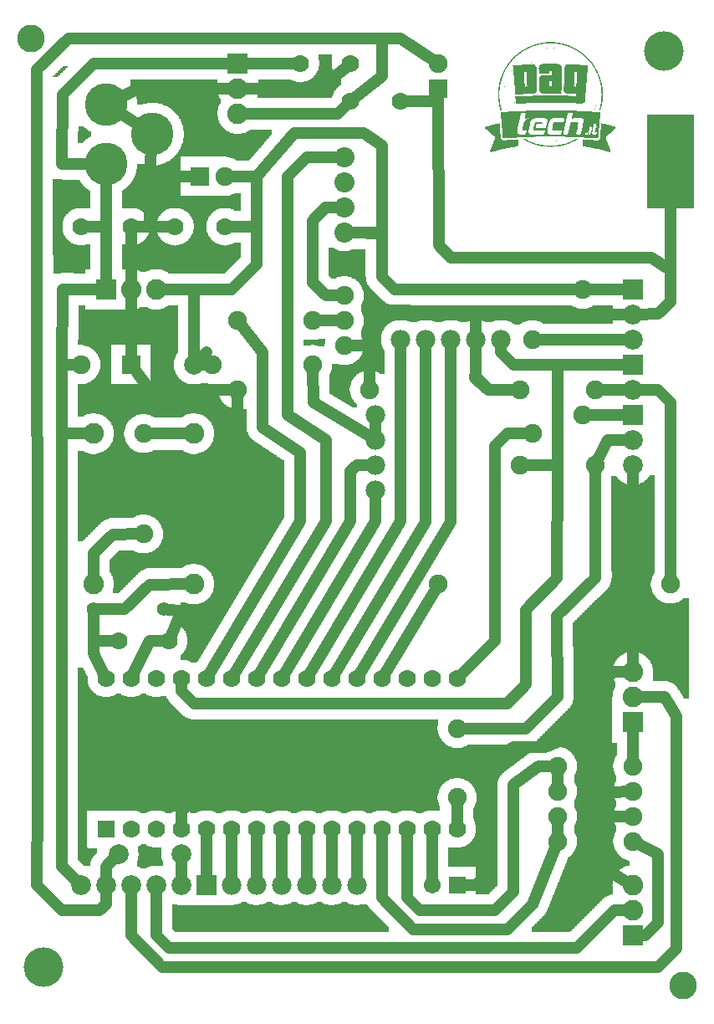
<source format=gbl>
G04 MADE WITH FRITZING*
G04 WWW.FRITZING.ORG*
G04 DOUBLE SIDED*
G04 HOLES PLATED*
G04 CONTOUR ON CENTER OF CONTOUR VECTOR*
%ASAXBY*%
%FSLAX23Y23*%
%MOIN*%
%OFA0B0*%
%SFA1.0B1.0*%
%ADD10C,0.075000*%
%ADD11C,0.078740*%
%ADD12C,0.070000*%
%ADD13C,0.110236*%
%ADD14C,0.157480*%
%ADD15C,0.170000*%
%ADD16C,0.078000*%
%ADD17C,0.055433*%
%ADD18C,0.082000*%
%ADD19C,0.080361*%
%ADD20C,0.079370*%
%ADD21C,0.067559*%
%ADD22R,0.075000X0.075000*%
%ADD23R,0.082000X0.082000*%
%ADD24R,0.191033X0.375324*%
%ADD25R,0.079370X0.079370*%
%ADD26R,0.067559X0.067559*%
%ADD27R,0.070000X0.069972*%
%ADD28C,0.048000*%
%ADD29C,0.024000*%
%ADD30C,0.000100*%
%ADD31R,0.001000X0.001000*%
%LNCOPPER0*%
G90*
G70*
G54D10*
X239Y3230D03*
X685Y3613D03*
X354Y2689D03*
X2452Y1987D03*
X734Y338D03*
G54D11*
X440Y595D03*
X690Y595D03*
G54D10*
X440Y595D03*
X690Y595D03*
G54D11*
X740Y2545D03*
G54D12*
X1365Y3745D03*
X1165Y3745D03*
X1565Y3595D03*
X1365Y3595D03*
X490Y3095D03*
X290Y3095D03*
X665Y3095D03*
X865Y3095D03*
X640Y1445D03*
X440Y1445D03*
G54D10*
X490Y2545D03*
X290Y2545D03*
X1715Y3645D03*
X1715Y3745D03*
X765Y3295D03*
X865Y3295D03*
X1790Y820D03*
X1790Y1095D03*
X815Y2545D03*
X1215Y2545D03*
X1715Y1670D03*
X2640Y1670D03*
X915Y2445D03*
X1440Y2445D03*
X2290Y2845D03*
X2290Y2345D03*
X2090Y2645D03*
X2090Y2270D03*
G54D13*
X90Y3845D03*
X2690Y70D03*
G54D14*
X140Y145D03*
X2615Y3795D03*
G54D15*
X390Y3345D03*
X390Y3581D03*
X575Y3463D03*
X390Y3345D03*
X390Y3581D03*
X575Y3463D03*
X390Y3345D03*
X390Y3581D03*
X575Y3463D03*
G54D16*
X1390Y470D03*
X1090Y470D03*
X1290Y470D03*
X990Y470D03*
X1190Y470D03*
X890Y470D03*
X1565Y2645D03*
X1665Y2645D03*
X1765Y2645D03*
X1965Y2645D03*
X1865Y2645D03*
X1465Y2145D03*
X1465Y2045D03*
X1465Y2345D03*
X1465Y2245D03*
G54D17*
X340Y1570D03*
X620Y1570D03*
G54D18*
X740Y2270D03*
X740Y1670D03*
G54D10*
X540Y1870D03*
X540Y2270D03*
G54D18*
X340Y2270D03*
X340Y1670D03*
X390Y2845D03*
X490Y2845D03*
X590Y2845D03*
X915Y3745D03*
X915Y3645D03*
X915Y3545D03*
G54D10*
X1340Y2820D03*
X1340Y2720D03*
X1340Y2620D03*
G54D18*
X2490Y270D03*
X2490Y370D03*
X2490Y470D03*
X2490Y1120D03*
X2490Y1220D03*
X2490Y1320D03*
G54D10*
X2490Y945D03*
X2190Y945D03*
X2490Y645D03*
X2190Y645D03*
X2490Y745D03*
X2190Y745D03*
X2490Y845D03*
X2190Y845D03*
G54D19*
X1340Y3070D03*
X1340Y3170D03*
X1340Y3270D03*
X1340Y3370D03*
G54D10*
X915Y2720D03*
X1215Y2720D03*
X2040Y2145D03*
X2340Y2145D03*
X2340Y2445D03*
X2040Y2445D03*
G54D20*
X790Y470D03*
X690Y470D03*
X590Y470D03*
X490Y470D03*
X390Y470D03*
X290Y470D03*
X2490Y2545D03*
X2490Y2445D03*
X2490Y2845D03*
X2490Y2745D03*
X2490Y2645D03*
G54D21*
X1790Y470D03*
X1690Y470D03*
G54D20*
X2490Y2345D03*
X2490Y2245D03*
X2490Y2145D03*
G54D12*
X390Y695D03*
X490Y695D03*
X590Y695D03*
X690Y695D03*
X790Y695D03*
X890Y695D03*
X990Y695D03*
X1090Y695D03*
X1190Y695D03*
X1290Y695D03*
X1390Y695D03*
X1490Y695D03*
X1590Y695D03*
X1690Y695D03*
X1790Y695D03*
X390Y1295D03*
X490Y1295D03*
X590Y1295D03*
X690Y1295D03*
X790Y1295D03*
X890Y1295D03*
X990Y1295D03*
X1090Y1295D03*
X1190Y1295D03*
X1290Y1295D03*
X1390Y1295D03*
X1490Y1295D03*
X1590Y1295D03*
X1690Y1295D03*
X1790Y1295D03*
G54D22*
X490Y2545D03*
X1715Y3645D03*
X765Y3295D03*
G54D23*
X390Y2845D03*
X915Y3745D03*
G54D24*
X2640Y3356D03*
G54D23*
X2490Y270D03*
X2490Y1120D03*
G54D25*
X790Y470D03*
X2490Y2545D03*
X2490Y2845D03*
G54D26*
X1790Y470D03*
G54D25*
X2490Y2345D03*
G54D27*
X390Y695D03*
G54D28*
X2348Y2161D02*
X2390Y2245D01*
D02*
X2390Y2245D02*
X2470Y2245D01*
D02*
X650Y3095D02*
X505Y3095D01*
D02*
X500Y2531D02*
X565Y2445D01*
D02*
X565Y2445D02*
X897Y2445D01*
D02*
X790Y677D02*
X790Y490D01*
D02*
X2590Y2747D02*
X2510Y2745D01*
D02*
X2641Y2796D02*
X2590Y2747D01*
D02*
X2641Y2920D02*
X2641Y2796D01*
D02*
X2564Y2970D02*
X2641Y2920D01*
D02*
X1765Y2971D02*
X2564Y2970D01*
D02*
X1716Y3020D02*
X1765Y2971D01*
D02*
X1715Y3627D02*
X1716Y3020D01*
D02*
X1354Y3584D02*
X1315Y3545D01*
D02*
X1315Y3545D02*
X1040Y3546D01*
D02*
X1040Y3546D02*
X936Y3545D01*
D02*
X1390Y489D02*
X1390Y677D01*
D02*
X2015Y2545D02*
X2190Y2544D01*
D02*
X1965Y2595D02*
X2015Y2545D01*
D02*
X2190Y2544D02*
X2190Y2145D01*
D02*
X2190Y2145D02*
X2057Y2145D01*
D02*
X1353Y3736D02*
X1241Y3645D01*
D02*
X1241Y3645D02*
X1040Y3646D01*
D02*
X1040Y3646D02*
X936Y3645D01*
D02*
X305Y3095D02*
X390Y3095D01*
D02*
X390Y3095D02*
X390Y2866D01*
G54D29*
D02*
X2057Y2145D02*
X2191Y2146D01*
D02*
X2191Y2146D02*
X2191Y2545D01*
D02*
X2015Y2545D02*
X1965Y2595D01*
D02*
X2191Y2545D02*
X2015Y2545D01*
D02*
X1965Y2595D02*
X1965Y2626D01*
G54D28*
D02*
X1915Y2445D02*
X2022Y2445D01*
D02*
X1859Y2501D02*
X1915Y2445D01*
D02*
X638Y1569D02*
X691Y1566D01*
D02*
X691Y1566D02*
X839Y1570D01*
D02*
X839Y1570D02*
X915Y1695D01*
D02*
X646Y1459D02*
X691Y1566D01*
D02*
X915Y1695D02*
X915Y2427D01*
D02*
X1465Y2264D02*
X1465Y2326D01*
D02*
X1314Y3170D02*
X1265Y3170D01*
D02*
X1265Y3170D02*
X1214Y3119D01*
D02*
X1214Y3119D02*
X1214Y2871D01*
D02*
X1214Y2871D02*
X1266Y2820D01*
D02*
X1266Y2820D02*
X1322Y2820D01*
D02*
X1190Y3370D02*
X1114Y3295D01*
D02*
X1114Y3295D02*
X1114Y2344D01*
D02*
X1314Y3370D02*
X1190Y3370D01*
D02*
X1114Y2344D02*
X1266Y2244D01*
D02*
X1266Y2244D02*
X1266Y1920D01*
D02*
X1266Y1920D02*
X899Y1310D01*
D02*
X894Y3645D02*
X516Y3646D01*
D02*
X516Y3646D02*
X443Y3608D01*
D02*
X572Y3404D02*
X565Y3295D01*
D02*
X565Y3295D02*
X565Y3095D01*
D02*
X565Y3095D02*
X489Y3096D01*
D02*
X489Y3096D02*
X490Y2866D01*
D02*
X1690Y677D02*
X1690Y484D01*
D02*
X1918Y948D02*
X1916Y519D01*
D02*
X1916Y519D02*
X1865Y470D01*
D02*
X1918Y948D02*
X889Y945D01*
D02*
X1865Y470D02*
X1804Y470D01*
D02*
X889Y945D02*
X690Y769D01*
D02*
X690Y769D02*
X690Y713D01*
G54D29*
D02*
X690Y595D02*
X690Y595D01*
G54D28*
D02*
X2440Y370D02*
X2469Y370D01*
D02*
X2416Y370D02*
X2440Y370D01*
D02*
X2266Y220D02*
X2416Y370D01*
D02*
X640Y220D02*
X2266Y220D01*
D02*
X590Y270D02*
X640Y220D01*
D02*
X590Y450D02*
X590Y270D01*
D02*
X2357Y2445D02*
X2470Y2445D01*
D02*
X1715Y3627D02*
X1715Y3596D01*
D02*
X1715Y3596D02*
X1580Y3595D01*
D02*
X331Y3345D02*
X214Y3346D01*
D02*
X214Y3346D02*
X216Y3620D01*
D02*
X216Y3620D02*
X341Y3746D01*
D02*
X341Y3746D02*
X894Y3745D01*
D02*
X1539Y2846D02*
X1489Y2896D01*
D02*
X1489Y2896D02*
X1489Y3069D01*
D02*
X2290Y2844D02*
X1539Y2846D01*
D02*
X1489Y3069D02*
X1366Y3070D01*
D02*
X2470Y2845D02*
X2290Y2844D01*
D02*
X2490Y1341D02*
X2490Y2125D01*
D02*
X2190Y2145D02*
X2188Y1694D01*
D02*
X2057Y2145D02*
X2190Y2145D01*
D02*
X2188Y1694D02*
X2064Y1569D01*
D02*
X2064Y1569D02*
X2065Y1270D01*
D02*
X2065Y1270D02*
X1990Y1195D01*
D02*
X1990Y1195D02*
X740Y1195D01*
D02*
X740Y1195D02*
X690Y1245D01*
D02*
X690Y1245D02*
X690Y1277D01*
D02*
X2470Y2745D02*
X1864Y2745D01*
D02*
X1864Y2745D02*
X1515Y2745D01*
D02*
X1865Y2664D02*
X1864Y2745D01*
D02*
X1515Y2745D02*
X1440Y2695D01*
D02*
X1440Y2695D02*
X1439Y2694D01*
D02*
X1439Y2694D02*
X1440Y2620D01*
D02*
X1440Y2620D02*
X1357Y2620D01*
D02*
X1199Y1310D02*
X1565Y1921D01*
D02*
X1565Y1921D02*
X1565Y2626D01*
D02*
X382Y1311D02*
X341Y1396D01*
D02*
X341Y1396D02*
X339Y1446D01*
D02*
X340Y1446D02*
X340Y1552D01*
D02*
X425Y1445D02*
X339Y1446D01*
D02*
X1499Y1310D02*
X1706Y1655D01*
D02*
X690Y575D02*
X690Y490D01*
D02*
X390Y490D02*
X390Y545D01*
D02*
X390Y545D02*
X440Y595D01*
D02*
X1290Y677D02*
X1290Y489D01*
D02*
X1790Y713D02*
X1790Y802D01*
G54D29*
D02*
X1341Y2619D02*
X1440Y2620D01*
D02*
X1440Y2620D02*
X1440Y2462D01*
G54D28*
D02*
X390Y490D02*
X389Y544D01*
D02*
X389Y544D02*
X428Y583D01*
D02*
X2140Y1020D02*
X2015Y1020D01*
D02*
X2265Y1070D02*
X2140Y1020D01*
D02*
X2015Y1020D02*
X1918Y948D01*
D02*
X2365Y1070D02*
X2265Y1070D01*
D02*
X2365Y839D02*
X2365Y1070D01*
D02*
X2365Y1270D02*
X2415Y1320D01*
D02*
X2365Y839D02*
X2365Y1270D01*
D02*
X2415Y1320D02*
X2469Y1320D01*
D02*
X2472Y844D02*
X2365Y839D01*
D02*
X572Y3404D02*
X565Y3295D01*
D02*
X565Y3295D02*
X665Y3294D01*
D02*
X665Y3294D02*
X747Y3295D01*
D02*
X276Y484D02*
X214Y545D01*
D02*
X214Y545D02*
X215Y2271D01*
D02*
X215Y2271D02*
X319Y2270D01*
D02*
X1915Y2445D02*
X2022Y2445D01*
D02*
X1862Y2492D02*
X1915Y2445D01*
D02*
X1964Y2644D02*
X1965Y2645D01*
D02*
X1365Y2121D02*
X1389Y2145D01*
D02*
X1389Y2145D02*
X1446Y2145D01*
D02*
X1365Y1920D02*
X1365Y2121D01*
D02*
X999Y1310D02*
X1365Y1920D01*
D02*
X890Y677D02*
X890Y489D01*
D02*
X650Y3095D02*
X539Y3095D01*
D02*
X539Y3095D02*
X565Y3095D01*
D02*
X565Y3095D02*
X565Y3294D01*
D02*
X565Y3294D02*
X665Y3294D01*
D02*
X665Y3294D02*
X747Y3295D01*
D02*
X611Y2845D02*
X740Y2844D01*
D02*
X740Y2844D02*
X741Y2544D01*
D02*
X741Y2544D02*
X790Y2596D01*
D02*
X890Y2845D02*
X740Y2844D01*
D02*
X790Y2596D02*
X740Y2545D01*
D02*
X990Y2945D02*
X890Y2845D01*
D02*
X740Y2545D02*
X797Y2545D01*
D02*
X991Y3093D02*
X990Y2945D01*
D02*
X990Y3294D02*
X991Y3093D01*
D02*
X991Y3093D02*
X880Y3095D01*
D02*
X1141Y3469D02*
X990Y3294D01*
D02*
X990Y3294D02*
X882Y3295D01*
D02*
X1416Y3469D02*
X1141Y3469D01*
D02*
X1490Y3419D02*
X1416Y3469D01*
D02*
X1490Y3071D02*
X1490Y3419D01*
D02*
X1439Y3071D02*
X1490Y3071D01*
D02*
X1366Y3070D02*
X1439Y3071D01*
D02*
X490Y270D02*
X615Y144D01*
D02*
X615Y144D02*
X2591Y145D01*
D02*
X490Y450D02*
X490Y270D01*
D02*
X2591Y145D02*
X2665Y219D01*
D02*
X2665Y219D02*
X2665Y1144D01*
D02*
X2665Y1144D02*
X2616Y1220D01*
D02*
X2616Y1220D02*
X2511Y1220D01*
D02*
X2470Y2545D02*
X2190Y2545D01*
D02*
X2190Y2545D02*
X2190Y2544D01*
D02*
X1490Y677D02*
X1490Y420D01*
D02*
X1490Y420D02*
X1614Y296D01*
D02*
X1614Y296D02*
X1990Y296D01*
D02*
X1990Y296D02*
X2090Y395D01*
D02*
X2090Y395D02*
X2183Y629D01*
D02*
X690Y595D02*
X690Y490D01*
G54D29*
D02*
X690Y595D02*
X690Y595D01*
G54D28*
D02*
X557Y2270D02*
X719Y2270D01*
D02*
X1590Y677D02*
X1590Y420D01*
D02*
X1590Y420D02*
X1639Y370D01*
D02*
X1639Y370D02*
X1940Y370D01*
D02*
X1940Y370D02*
X2015Y445D01*
D02*
X2015Y445D02*
X2015Y870D01*
D02*
X2115Y945D02*
X2172Y945D01*
D02*
X2015Y870D02*
X2115Y945D01*
D02*
X440Y3550D02*
X565Y3472D01*
D02*
X565Y3472D02*
X564Y3471D01*
D02*
X564Y3471D02*
X564Y3471D01*
D02*
X1190Y677D02*
X1190Y489D01*
D02*
X369Y2845D02*
X216Y2846D01*
D02*
X216Y2846D02*
X215Y2546D01*
D02*
X215Y2546D02*
X215Y2271D01*
D02*
X215Y2271D02*
X319Y2270D01*
D02*
X272Y2545D02*
X215Y2546D01*
D02*
X1915Y2445D02*
X1865Y2495D01*
D02*
X2022Y2445D02*
X1915Y2445D01*
D02*
X1865Y2495D02*
X1865Y2626D01*
D02*
X340Y1691D02*
X341Y1795D01*
D02*
X341Y1795D02*
X416Y1869D01*
D02*
X416Y1869D02*
X522Y1870D01*
D02*
X1807Y1095D02*
X2065Y1095D01*
D02*
X2065Y1095D02*
X2190Y1220D01*
D02*
X2190Y1220D02*
X2188Y1544D01*
D02*
X2188Y1544D02*
X2341Y1694D01*
D02*
X2341Y1694D02*
X2340Y2127D01*
D02*
X2307Y2345D02*
X2470Y2345D01*
D02*
X2590Y595D02*
X2590Y320D01*
D02*
X2590Y320D02*
X2540Y271D01*
D02*
X2540Y271D02*
X2511Y270D01*
D02*
X1449Y2255D02*
X1216Y2394D01*
D02*
X1216Y2394D02*
X1215Y2527D01*
D02*
X1099Y1310D02*
X1465Y1920D01*
D02*
X1465Y1920D02*
X1465Y2026D01*
D02*
X1232Y2720D02*
X1322Y2720D01*
D02*
X1399Y1310D02*
X1765Y1919D01*
D02*
X1765Y1919D02*
X1765Y2626D01*
D02*
X990Y677D02*
X990Y489D01*
D02*
X390Y3286D02*
X390Y3095D01*
D02*
X390Y3095D02*
X305Y3095D01*
D02*
X1989Y2270D02*
X2072Y2270D01*
D02*
X1939Y2220D02*
X1989Y2270D01*
D02*
X1940Y1445D02*
X1939Y2220D01*
D02*
X1803Y1308D02*
X1940Y1445D01*
D02*
X719Y1670D02*
X565Y1669D01*
D02*
X565Y1669D02*
X465Y1570D01*
D02*
X465Y1570D02*
X358Y1570D01*
D02*
X1090Y677D02*
X1090Y489D01*
D02*
X625Y1445D02*
X565Y1446D01*
D02*
X565Y1446D02*
X498Y1311D01*
G54D29*
D02*
X2470Y2845D02*
X2307Y2845D01*
G54D28*
D02*
X1965Y2626D02*
X1965Y2595D01*
D02*
X2015Y2545D02*
X2470Y2545D01*
D02*
X1965Y2595D02*
X2015Y2545D01*
D02*
X936Y3745D02*
X1150Y3745D01*
D02*
X490Y2824D02*
X490Y2562D01*
D02*
X2470Y2645D02*
X2089Y2645D01*
D02*
X2089Y2645D02*
X2089Y2645D01*
D02*
X1299Y1310D02*
X1665Y1919D01*
D02*
X1665Y1919D02*
X1665Y2626D01*
D02*
X2640Y1687D02*
X2640Y2094D01*
D02*
X2640Y2094D02*
X2640Y2395D01*
D02*
X2640Y2395D02*
X2589Y2445D01*
D02*
X2589Y2445D02*
X2510Y2445D01*
D02*
X115Y3720D02*
X241Y3844D01*
D02*
X241Y3844D02*
X1489Y3845D01*
D02*
X116Y819D02*
X115Y3720D01*
D02*
X1489Y3845D02*
X1564Y3844D01*
D02*
X115Y470D02*
X116Y819D01*
D02*
X1564Y3844D02*
X1700Y3755D01*
D02*
X1489Y3695D02*
X1489Y3845D01*
D02*
X214Y371D02*
X115Y470D01*
D02*
X1377Y3604D02*
X1489Y3695D01*
D02*
X364Y371D02*
X214Y371D01*
D02*
X390Y394D02*
X364Y371D01*
D02*
X390Y450D02*
X390Y394D01*
G54D29*
D02*
X440Y595D02*
X440Y595D01*
G54D28*
D02*
X1165Y1920D02*
X799Y1310D01*
D02*
X1165Y2195D02*
X1165Y1920D01*
D02*
X1015Y2295D02*
X1165Y2195D01*
D02*
X1015Y2595D02*
X1015Y2295D01*
D02*
X926Y2706D02*
X1015Y2595D01*
D02*
X1357Y2620D02*
X1440Y2620D01*
D02*
X1440Y2620D02*
X1440Y2462D01*
D02*
X2490Y962D02*
X2490Y1099D01*
D02*
X2190Y927D02*
X2190Y862D01*
D02*
X2590Y595D02*
X2506Y637D01*
D02*
X2190Y662D02*
X2190Y727D01*
D02*
X2472Y745D02*
X2365Y745D01*
D02*
X2365Y745D02*
X2365Y839D01*
D02*
X2365Y545D02*
X2365Y745D01*
D02*
X2472Y481D02*
X2365Y545D01*
D02*
X2641Y2920D02*
X2640Y3173D01*
G54D30*
G36*
X76Y3875D02*
X76Y3873D01*
X72Y3873D01*
X72Y3871D01*
X70Y3871D01*
X70Y3869D01*
X68Y3869D01*
X68Y3867D01*
X66Y3867D01*
X66Y3865D01*
X64Y3865D01*
X64Y3863D01*
X62Y3863D01*
X62Y3859D01*
X60Y3859D01*
X60Y3831D01*
X62Y3831D01*
X62Y3827D01*
X64Y3827D01*
X64Y3825D01*
X66Y3825D01*
X66Y3823D01*
X68Y3823D01*
X68Y3821D01*
X70Y3821D01*
X70Y3819D01*
X72Y3819D01*
X72Y3817D01*
X76Y3817D01*
X76Y3815D01*
X104Y3815D01*
X104Y3817D01*
X108Y3817D01*
X108Y3819D01*
X110Y3819D01*
X110Y3821D01*
X112Y3821D01*
X112Y3823D01*
X114Y3823D01*
X114Y3825D01*
X116Y3825D01*
X116Y3827D01*
X118Y3827D01*
X118Y3831D01*
X120Y3831D01*
X120Y3859D01*
X118Y3859D01*
X118Y3863D01*
X116Y3863D01*
X116Y3865D01*
X114Y3865D01*
X114Y3867D01*
X112Y3867D01*
X112Y3869D01*
X110Y3869D01*
X110Y3871D01*
X108Y3871D01*
X108Y3873D01*
X104Y3873D01*
X104Y3875D01*
X76Y3875D01*
G37*
D02*
G36*
X2602Y3825D02*
X2602Y3823D01*
X2598Y3823D01*
X2598Y3821D01*
X2596Y3821D01*
X2596Y3819D01*
X2592Y3819D01*
X2592Y3817D01*
X2590Y3817D01*
X2590Y3813D01*
X2588Y3813D01*
X2588Y3811D01*
X2586Y3811D01*
X2586Y3807D01*
X2584Y3807D01*
X2584Y3783D01*
X2586Y3783D01*
X2586Y3779D01*
X2588Y3779D01*
X2588Y3777D01*
X2590Y3777D01*
X2590Y3773D01*
X2592Y3773D01*
X2592Y3771D01*
X2594Y3771D01*
X2594Y3769D01*
X2598Y3769D01*
X2598Y3767D01*
X2602Y3767D01*
X2602Y3765D01*
X2628Y3765D01*
X2628Y3767D01*
X2632Y3767D01*
X2632Y3769D01*
X2634Y3769D01*
X2634Y3771D01*
X2638Y3771D01*
X2638Y3773D01*
X2640Y3773D01*
X2640Y3777D01*
X2642Y3777D01*
X2642Y3779D01*
X2644Y3779D01*
X2644Y3783D01*
X2646Y3783D01*
X2646Y3805D01*
X2644Y3805D01*
X2644Y3811D01*
X2642Y3811D01*
X2642Y3813D01*
X2640Y3813D01*
X2640Y3817D01*
X2638Y3817D01*
X2638Y3819D01*
X2634Y3819D01*
X2634Y3821D01*
X2632Y3821D01*
X2632Y3823D01*
X2628Y3823D01*
X2628Y3825D01*
X2602Y3825D01*
G37*
D02*
G36*
X220Y3735D02*
X220Y3733D01*
X218Y3733D01*
X218Y3731D01*
X216Y3731D01*
X216Y3729D01*
X214Y3729D01*
X214Y3727D01*
X212Y3727D01*
X212Y3725D01*
X210Y3725D01*
X210Y3723D01*
X208Y3723D01*
X208Y3721D01*
X206Y3721D01*
X206Y3719D01*
X204Y3719D01*
X204Y3717D01*
X202Y3717D01*
X202Y3715D01*
X200Y3715D01*
X200Y3713D01*
X198Y3713D01*
X198Y3711D01*
X196Y3711D01*
X196Y3709D01*
X194Y3709D01*
X194Y3707D01*
X192Y3707D01*
X192Y3705D01*
X190Y3705D01*
X190Y3703D01*
X188Y3703D01*
X188Y3701D01*
X186Y3701D01*
X186Y3699D01*
X184Y3699D01*
X184Y3697D01*
X182Y3697D01*
X182Y3695D01*
X180Y3695D01*
X180Y3693D01*
X178Y3693D01*
X178Y3691D01*
X198Y3691D01*
X198Y3693D01*
X200Y3693D01*
X200Y3695D01*
X202Y3695D01*
X202Y3697D01*
X204Y3697D01*
X204Y3699D01*
X206Y3699D01*
X206Y3701D01*
X208Y3701D01*
X208Y3703D01*
X210Y3703D01*
X210Y3705D01*
X212Y3705D01*
X212Y3707D01*
X214Y3707D01*
X214Y3709D01*
X216Y3709D01*
X216Y3711D01*
X218Y3711D01*
X218Y3713D01*
X220Y3713D01*
X220Y3715D01*
X222Y3715D01*
X222Y3717D01*
X224Y3717D01*
X224Y3719D01*
X226Y3719D01*
X226Y3721D01*
X228Y3721D01*
X228Y3723D01*
X230Y3723D01*
X230Y3725D01*
X232Y3725D01*
X232Y3727D01*
X234Y3727D01*
X234Y3729D01*
X236Y3729D01*
X236Y3731D01*
X238Y3731D01*
X238Y3733D01*
X240Y3733D01*
X240Y3735D01*
X220Y3735D01*
G37*
D02*
G36*
X1238Y3781D02*
X1238Y3757D01*
X1240Y3757D01*
X1240Y3733D01*
X1238Y3733D01*
X1238Y3725D01*
X1236Y3725D01*
X1236Y3719D01*
X1234Y3719D01*
X1234Y3713D01*
X1232Y3713D01*
X1232Y3709D01*
X1230Y3709D01*
X1230Y3707D01*
X1228Y3707D01*
X1228Y3703D01*
X1226Y3703D01*
X1226Y3701D01*
X1224Y3701D01*
X1224Y3697D01*
X1222Y3697D01*
X1222Y3695D01*
X1220Y3695D01*
X1220Y3693D01*
X1218Y3693D01*
X1218Y3691D01*
X1216Y3691D01*
X1216Y3689D01*
X1214Y3689D01*
X1214Y3687D01*
X1212Y3687D01*
X1212Y3685D01*
X1208Y3685D01*
X1208Y3683D01*
X1206Y3683D01*
X1206Y3681D01*
X1202Y3681D01*
X1202Y3679D01*
X1198Y3679D01*
X1198Y3677D01*
X1194Y3677D01*
X1194Y3675D01*
X1188Y3675D01*
X1188Y3673D01*
X1182Y3673D01*
X1182Y3671D01*
X1166Y3671D01*
X1166Y3669D01*
X1328Y3669D01*
X1328Y3681D01*
X1324Y3681D01*
X1324Y3683D01*
X1322Y3683D01*
X1322Y3685D01*
X1318Y3685D01*
X1318Y3687D01*
X1316Y3687D01*
X1316Y3689D01*
X1314Y3689D01*
X1314Y3691D01*
X1312Y3691D01*
X1312Y3693D01*
X1310Y3693D01*
X1310Y3695D01*
X1308Y3695D01*
X1308Y3697D01*
X1306Y3697D01*
X1306Y3701D01*
X1304Y3701D01*
X1304Y3703D01*
X1302Y3703D01*
X1302Y3705D01*
X1300Y3705D01*
X1300Y3709D01*
X1298Y3709D01*
X1298Y3713D01*
X1296Y3713D01*
X1296Y3719D01*
X1294Y3719D01*
X1294Y3725D01*
X1292Y3725D01*
X1292Y3733D01*
X1290Y3733D01*
X1290Y3757D01*
X1292Y3757D01*
X1292Y3781D01*
X1238Y3781D01*
G37*
D02*
G36*
X996Y3681D02*
X996Y3669D01*
X1164Y3669D01*
X1164Y3671D01*
X1148Y3671D01*
X1148Y3673D01*
X1142Y3673D01*
X1142Y3675D01*
X1136Y3675D01*
X1136Y3677D01*
X1132Y3677D01*
X1132Y3679D01*
X1128Y3679D01*
X1128Y3681D01*
X996Y3681D01*
G37*
D02*
G36*
X996Y3669D02*
X996Y3667D01*
X1328Y3667D01*
X1328Y3669D01*
X996Y3669D01*
G37*
D02*
G36*
X996Y3669D02*
X996Y3667D01*
X1328Y3667D01*
X1328Y3669D01*
X996Y3669D01*
G37*
D02*
G36*
X996Y3667D02*
X996Y3633D01*
X994Y3633D01*
X994Y3609D01*
X1290Y3609D01*
X1290Y3611D01*
X1292Y3611D01*
X1292Y3615D01*
X1294Y3615D01*
X1294Y3621D01*
X1296Y3621D01*
X1296Y3627D01*
X1298Y3627D01*
X1298Y3631D01*
X1300Y3631D01*
X1300Y3633D01*
X1302Y3633D01*
X1302Y3637D01*
X1304Y3637D01*
X1304Y3639D01*
X1306Y3639D01*
X1306Y3643D01*
X1308Y3643D01*
X1308Y3645D01*
X1310Y3645D01*
X1310Y3647D01*
X1312Y3647D01*
X1312Y3649D01*
X1314Y3649D01*
X1314Y3651D01*
X1316Y3651D01*
X1316Y3653D01*
X1318Y3653D01*
X1318Y3655D01*
X1322Y3655D01*
X1322Y3657D01*
X1324Y3657D01*
X1324Y3659D01*
X1328Y3659D01*
X1328Y3667D01*
X996Y3667D01*
G37*
D02*
G36*
X280Y3495D02*
X280Y3475D01*
X278Y3475D01*
X278Y3429D01*
X298Y3429D01*
X298Y3431D01*
X300Y3431D01*
X300Y3433D01*
X302Y3433D01*
X302Y3435D01*
X304Y3435D01*
X304Y3437D01*
X306Y3437D01*
X306Y3439D01*
X308Y3439D01*
X308Y3441D01*
X312Y3441D01*
X312Y3443D01*
X314Y3443D01*
X314Y3445D01*
X316Y3445D01*
X316Y3447D01*
X320Y3447D01*
X320Y3449D01*
X322Y3449D01*
X322Y3451D01*
X326Y3451D01*
X326Y3453D01*
X330Y3453D01*
X330Y3473D01*
X326Y3473D01*
X326Y3475D01*
X322Y3475D01*
X322Y3477D01*
X320Y3477D01*
X320Y3479D01*
X316Y3479D01*
X316Y3481D01*
X314Y3481D01*
X314Y3483D01*
X312Y3483D01*
X312Y3485D01*
X310Y3485D01*
X310Y3487D01*
X306Y3487D01*
X306Y3489D01*
X304Y3489D01*
X304Y3491D01*
X302Y3491D01*
X302Y3493D01*
X300Y3493D01*
X300Y3495D01*
X280Y3495D01*
G37*
D02*
G36*
X178Y3285D02*
X178Y3169D01*
X306Y3169D01*
X306Y3167D01*
X326Y3167D01*
X326Y3239D01*
X322Y3239D01*
X322Y3241D01*
X320Y3241D01*
X320Y3243D01*
X316Y3243D01*
X316Y3245D01*
X314Y3245D01*
X314Y3247D01*
X312Y3247D01*
X312Y3249D01*
X308Y3249D01*
X308Y3251D01*
X306Y3251D01*
X306Y3253D01*
X304Y3253D01*
X304Y3255D01*
X302Y3255D01*
X302Y3257D01*
X300Y3257D01*
X300Y3259D01*
X298Y3259D01*
X298Y3261D01*
X296Y3261D01*
X296Y3263D01*
X294Y3263D01*
X294Y3267D01*
X292Y3267D01*
X292Y3269D01*
X290Y3269D01*
X290Y3271D01*
X288Y3271D01*
X288Y3275D01*
X286Y3275D01*
X286Y3277D01*
X284Y3277D01*
X284Y3281D01*
X214Y3281D01*
X214Y3283D01*
X198Y3283D01*
X198Y3285D01*
X178Y3285D01*
G37*
D02*
G36*
X178Y3169D02*
X178Y3021D01*
X274Y3021D01*
X274Y3023D01*
X266Y3023D01*
X266Y3025D01*
X260Y3025D01*
X260Y3027D01*
X256Y3027D01*
X256Y3029D01*
X252Y3029D01*
X252Y3031D01*
X250Y3031D01*
X250Y3033D01*
X246Y3033D01*
X246Y3035D01*
X244Y3035D01*
X244Y3037D01*
X242Y3037D01*
X242Y3039D01*
X240Y3039D01*
X240Y3041D01*
X236Y3041D01*
X236Y3045D01*
X234Y3045D01*
X234Y3047D01*
X232Y3047D01*
X232Y3049D01*
X230Y3049D01*
X230Y3051D01*
X228Y3051D01*
X228Y3055D01*
X226Y3055D01*
X226Y3057D01*
X224Y3057D01*
X224Y3061D01*
X222Y3061D01*
X222Y3065D01*
X220Y3065D01*
X220Y3071D01*
X218Y3071D01*
X218Y3077D01*
X216Y3077D01*
X216Y3113D01*
X218Y3113D01*
X218Y3119D01*
X220Y3119D01*
X220Y3125D01*
X222Y3125D01*
X222Y3129D01*
X224Y3129D01*
X224Y3133D01*
X226Y3133D01*
X226Y3135D01*
X228Y3135D01*
X228Y3139D01*
X230Y3139D01*
X230Y3141D01*
X232Y3141D01*
X232Y3143D01*
X234Y3143D01*
X234Y3145D01*
X236Y3145D01*
X236Y3149D01*
X240Y3149D01*
X240Y3151D01*
X242Y3151D01*
X242Y3153D01*
X244Y3153D01*
X244Y3155D01*
X246Y3155D01*
X246Y3157D01*
X250Y3157D01*
X250Y3159D01*
X252Y3159D01*
X252Y3161D01*
X256Y3161D01*
X256Y3163D01*
X260Y3163D01*
X260Y3165D01*
X266Y3165D01*
X266Y3167D01*
X274Y3167D01*
X274Y3169D01*
X178Y3169D01*
G37*
D02*
G36*
X306Y3023D02*
X306Y3021D01*
X326Y3021D01*
X326Y3023D01*
X306Y3023D01*
G37*
D02*
G36*
X178Y3021D02*
X178Y3019D01*
X326Y3019D01*
X326Y3021D01*
X178Y3021D01*
G37*
D02*
G36*
X178Y3021D02*
X178Y3019D01*
X326Y3019D01*
X326Y3021D01*
X178Y3021D01*
G37*
D02*
G36*
X178Y3019D02*
X178Y2981D01*
X180Y2981D01*
X180Y2911D01*
X260Y2911D01*
X260Y2909D01*
X308Y2909D01*
X308Y2925D01*
X326Y2925D01*
X326Y3019D01*
X178Y3019D01*
G37*
D02*
G36*
X180Y2911D02*
X180Y2909D01*
X210Y2909D01*
X210Y2911D01*
X180Y2911D01*
G37*
D02*
G36*
X486Y3681D02*
X486Y3659D01*
X488Y3659D01*
X488Y3657D01*
X490Y3657D01*
X490Y3655D01*
X492Y3655D01*
X492Y3651D01*
X494Y3651D01*
X494Y3649D01*
X496Y3649D01*
X496Y3645D01*
X498Y3645D01*
X498Y3643D01*
X500Y3643D01*
X500Y3639D01*
X502Y3639D01*
X502Y3635D01*
X504Y3635D01*
X504Y3629D01*
X506Y3629D01*
X506Y3625D01*
X508Y3625D01*
X508Y3619D01*
X510Y3619D01*
X510Y3611D01*
X512Y3611D01*
X512Y3603D01*
X514Y3603D01*
X514Y3589D01*
X576Y3589D01*
X576Y3587D01*
X596Y3587D01*
X596Y3585D01*
X606Y3585D01*
X606Y3583D01*
X614Y3583D01*
X614Y3581D01*
X618Y3581D01*
X618Y3579D01*
X624Y3579D01*
X624Y3577D01*
X628Y3577D01*
X628Y3575D01*
X632Y3575D01*
X632Y3573D01*
X636Y3573D01*
X636Y3571D01*
X640Y3571D01*
X640Y3569D01*
X642Y3569D01*
X642Y3567D01*
X646Y3567D01*
X646Y3565D01*
X648Y3565D01*
X648Y3563D01*
X652Y3563D01*
X652Y3561D01*
X654Y3561D01*
X654Y3559D01*
X656Y3559D01*
X656Y3557D01*
X658Y3557D01*
X658Y3555D01*
X660Y3555D01*
X660Y3553D01*
X662Y3553D01*
X662Y3551D01*
X664Y3551D01*
X664Y3549D01*
X666Y3549D01*
X666Y3547D01*
X668Y3547D01*
X668Y3545D01*
X670Y3545D01*
X670Y3543D01*
X672Y3543D01*
X672Y3541D01*
X674Y3541D01*
X674Y3537D01*
X676Y3537D01*
X676Y3535D01*
X678Y3535D01*
X678Y3533D01*
X680Y3533D01*
X680Y3529D01*
X682Y3529D01*
X682Y3525D01*
X684Y3525D01*
X684Y3523D01*
X686Y3523D01*
X686Y3519D01*
X688Y3519D01*
X688Y3515D01*
X690Y3515D01*
X690Y3509D01*
X692Y3509D01*
X692Y3503D01*
X694Y3503D01*
X694Y3497D01*
X696Y3497D01*
X696Y3489D01*
X698Y3489D01*
X698Y3477D01*
X700Y3477D01*
X700Y3463D01*
X914Y3463D01*
X914Y3465D01*
X898Y3465D01*
X898Y3467D01*
X890Y3467D01*
X890Y3469D01*
X884Y3469D01*
X884Y3471D01*
X880Y3471D01*
X880Y3473D01*
X876Y3473D01*
X876Y3475D01*
X872Y3475D01*
X872Y3477D01*
X870Y3477D01*
X870Y3479D01*
X866Y3479D01*
X866Y3481D01*
X864Y3481D01*
X864Y3483D01*
X862Y3483D01*
X862Y3485D01*
X860Y3485D01*
X860Y3487D01*
X858Y3487D01*
X858Y3489D01*
X856Y3489D01*
X856Y3491D01*
X854Y3491D01*
X854Y3493D01*
X852Y3493D01*
X852Y3495D01*
X850Y3495D01*
X850Y3499D01*
X848Y3499D01*
X848Y3501D01*
X846Y3501D01*
X846Y3505D01*
X844Y3505D01*
X844Y3507D01*
X842Y3507D01*
X842Y3513D01*
X840Y3513D01*
X840Y3517D01*
X838Y3517D01*
X838Y3523D01*
X836Y3523D01*
X836Y3533D01*
X834Y3533D01*
X834Y3557D01*
X836Y3557D01*
X836Y3567D01*
X838Y3567D01*
X838Y3573D01*
X840Y3573D01*
X840Y3577D01*
X842Y3577D01*
X842Y3581D01*
X844Y3581D01*
X844Y3585D01*
X846Y3585D01*
X846Y3605D01*
X844Y3605D01*
X844Y3607D01*
X842Y3607D01*
X842Y3613D01*
X840Y3613D01*
X840Y3617D01*
X838Y3617D01*
X838Y3623D01*
X836Y3623D01*
X836Y3633D01*
X834Y3633D01*
X834Y3681D01*
X486Y3681D01*
G37*
D02*
G36*
X514Y3589D02*
X514Y3581D01*
X536Y3581D01*
X536Y3583D01*
X544Y3583D01*
X544Y3585D01*
X554Y3585D01*
X554Y3587D01*
X574Y3587D01*
X574Y3589D01*
X514Y3589D01*
G37*
D02*
G36*
X964Y3481D02*
X964Y3479D01*
X960Y3479D01*
X960Y3477D01*
X958Y3477D01*
X958Y3475D01*
X954Y3475D01*
X954Y3473D01*
X950Y3473D01*
X950Y3471D01*
X946Y3471D01*
X946Y3469D01*
X940Y3469D01*
X940Y3467D01*
X932Y3467D01*
X932Y3465D01*
X916Y3465D01*
X916Y3463D01*
X1050Y3463D01*
X1050Y3481D01*
X964Y3481D01*
G37*
D02*
G36*
X700Y3463D02*
X700Y3461D01*
X1050Y3461D01*
X1050Y3463D01*
X700Y3463D01*
G37*
D02*
G36*
X700Y3463D02*
X700Y3461D01*
X1050Y3461D01*
X1050Y3463D01*
X700Y3463D01*
G37*
D02*
G36*
X700Y3461D02*
X700Y3449D01*
X698Y3449D01*
X698Y3437D01*
X696Y3437D01*
X696Y3429D01*
X694Y3429D01*
X694Y3423D01*
X692Y3423D01*
X692Y3417D01*
X690Y3417D01*
X690Y3413D01*
X688Y3413D01*
X688Y3407D01*
X686Y3407D01*
X686Y3403D01*
X684Y3403D01*
X684Y3401D01*
X682Y3401D01*
X682Y3397D01*
X680Y3397D01*
X680Y3393D01*
X678Y3393D01*
X678Y3391D01*
X676Y3391D01*
X676Y3389D01*
X674Y3389D01*
X674Y3385D01*
X672Y3385D01*
X672Y3383D01*
X670Y3383D01*
X670Y3381D01*
X668Y3381D01*
X668Y3379D01*
X666Y3379D01*
X666Y3377D01*
X664Y3377D01*
X664Y3375D01*
X662Y3375D01*
X662Y3373D01*
X872Y3373D01*
X872Y3371D01*
X884Y3371D01*
X884Y3369D01*
X890Y3369D01*
X890Y3367D01*
X896Y3367D01*
X896Y3365D01*
X900Y3365D01*
X900Y3363D01*
X904Y3363D01*
X904Y3361D01*
X906Y3361D01*
X906Y3359D01*
X962Y3359D01*
X962Y3361D01*
X964Y3361D01*
X964Y3363D01*
X966Y3363D01*
X966Y3365D01*
X968Y3365D01*
X968Y3369D01*
X970Y3369D01*
X970Y3371D01*
X972Y3371D01*
X972Y3373D01*
X974Y3373D01*
X974Y3375D01*
X976Y3375D01*
X976Y3377D01*
X978Y3377D01*
X978Y3379D01*
X980Y3379D01*
X980Y3381D01*
X982Y3381D01*
X982Y3385D01*
X984Y3385D01*
X984Y3387D01*
X986Y3387D01*
X986Y3389D01*
X988Y3389D01*
X988Y3391D01*
X990Y3391D01*
X990Y3393D01*
X992Y3393D01*
X992Y3395D01*
X994Y3395D01*
X994Y3399D01*
X996Y3399D01*
X996Y3401D01*
X998Y3401D01*
X998Y3403D01*
X1000Y3403D01*
X1000Y3405D01*
X1002Y3405D01*
X1002Y3407D01*
X1004Y3407D01*
X1004Y3409D01*
X1006Y3409D01*
X1006Y3413D01*
X1008Y3413D01*
X1008Y3415D01*
X1010Y3415D01*
X1010Y3417D01*
X1012Y3417D01*
X1012Y3419D01*
X1014Y3419D01*
X1014Y3421D01*
X1016Y3421D01*
X1016Y3423D01*
X1018Y3423D01*
X1018Y3425D01*
X1020Y3425D01*
X1020Y3429D01*
X1022Y3429D01*
X1022Y3431D01*
X1024Y3431D01*
X1024Y3433D01*
X1026Y3433D01*
X1026Y3435D01*
X1028Y3435D01*
X1028Y3437D01*
X1030Y3437D01*
X1030Y3439D01*
X1032Y3439D01*
X1032Y3443D01*
X1034Y3443D01*
X1034Y3445D01*
X1036Y3445D01*
X1036Y3447D01*
X1038Y3447D01*
X1038Y3449D01*
X1040Y3449D01*
X1040Y3451D01*
X1042Y3451D01*
X1042Y3453D01*
X1044Y3453D01*
X1044Y3457D01*
X1046Y3457D01*
X1046Y3459D01*
X1048Y3459D01*
X1048Y3461D01*
X700Y3461D01*
G37*
D02*
G36*
X660Y3373D02*
X660Y3371D01*
X658Y3371D01*
X658Y3369D01*
X656Y3369D01*
X656Y3367D01*
X654Y3367D01*
X654Y3365D01*
X650Y3365D01*
X650Y3363D01*
X648Y3363D01*
X648Y3361D01*
X646Y3361D01*
X646Y3359D01*
X642Y3359D01*
X642Y3357D01*
X640Y3357D01*
X640Y3355D01*
X636Y3355D01*
X636Y3353D01*
X632Y3353D01*
X632Y3351D01*
X628Y3351D01*
X628Y3349D01*
X624Y3349D01*
X624Y3347D01*
X618Y3347D01*
X618Y3345D01*
X612Y3345D01*
X612Y3343D01*
X606Y3343D01*
X606Y3341D01*
X596Y3341D01*
X596Y3339D01*
X688Y3339D01*
X688Y3373D01*
X660Y3373D01*
G37*
D02*
G36*
X514Y3345D02*
X514Y3339D01*
X554Y3339D01*
X554Y3341D01*
X544Y3341D01*
X544Y3343D01*
X538Y3343D01*
X538Y3345D01*
X514Y3345D01*
G37*
D02*
G36*
X514Y3339D02*
X514Y3337D01*
X688Y3337D01*
X688Y3339D01*
X514Y3339D01*
G37*
D02*
G36*
X514Y3339D02*
X514Y3337D01*
X688Y3337D01*
X688Y3339D01*
X514Y3339D01*
G37*
D02*
G36*
X514Y3337D02*
X514Y3323D01*
X512Y3323D01*
X512Y3315D01*
X510Y3315D01*
X510Y3307D01*
X508Y3307D01*
X508Y3301D01*
X506Y3301D01*
X506Y3297D01*
X504Y3297D01*
X504Y3291D01*
X502Y3291D01*
X502Y3287D01*
X500Y3287D01*
X500Y3285D01*
X498Y3285D01*
X498Y3281D01*
X496Y3281D01*
X496Y3277D01*
X494Y3277D01*
X494Y3275D01*
X492Y3275D01*
X492Y3271D01*
X490Y3271D01*
X490Y3269D01*
X488Y3269D01*
X488Y3267D01*
X486Y3267D01*
X486Y3263D01*
X484Y3263D01*
X484Y3261D01*
X482Y3261D01*
X482Y3259D01*
X480Y3259D01*
X480Y3257D01*
X478Y3257D01*
X478Y3255D01*
X476Y3255D01*
X476Y3253D01*
X474Y3253D01*
X474Y3251D01*
X472Y3251D01*
X472Y3249D01*
X468Y3249D01*
X468Y3247D01*
X466Y3247D01*
X466Y3245D01*
X464Y3245D01*
X464Y3243D01*
X460Y3243D01*
X460Y3241D01*
X458Y3241D01*
X458Y3239D01*
X454Y3239D01*
X454Y3217D01*
X688Y3217D01*
X688Y3337D01*
X514Y3337D01*
G37*
D02*
G36*
X904Y3229D02*
X904Y3227D01*
X900Y3227D01*
X900Y3225D01*
X896Y3225D01*
X896Y3223D01*
X890Y3223D01*
X890Y3221D01*
X884Y3221D01*
X884Y3219D01*
X874Y3219D01*
X874Y3217D01*
X926Y3217D01*
X926Y3229D01*
X904Y3229D01*
G37*
D02*
G36*
X454Y3217D02*
X454Y3215D01*
X926Y3215D01*
X926Y3217D01*
X454Y3217D01*
G37*
D02*
G36*
X454Y3217D02*
X454Y3215D01*
X926Y3215D01*
X926Y3217D01*
X454Y3217D01*
G37*
D02*
G36*
X454Y3215D02*
X454Y3169D01*
X882Y3169D01*
X882Y3167D01*
X888Y3167D01*
X888Y3165D01*
X894Y3165D01*
X894Y3163D01*
X898Y3163D01*
X898Y3161D01*
X902Y3161D01*
X902Y3159D01*
X926Y3159D01*
X926Y3215D01*
X454Y3215D01*
G37*
D02*
G36*
X454Y3169D02*
X454Y3167D01*
X474Y3167D01*
X474Y3169D01*
X454Y3169D01*
G37*
D02*
G36*
X506Y3169D02*
X506Y3167D01*
X514Y3167D01*
X514Y3165D01*
X520Y3165D01*
X520Y3163D01*
X524Y3163D01*
X524Y3161D01*
X528Y3161D01*
X528Y3159D01*
X530Y3159D01*
X530Y3157D01*
X534Y3157D01*
X534Y3155D01*
X536Y3155D01*
X536Y3153D01*
X538Y3153D01*
X538Y3151D01*
X540Y3151D01*
X540Y3149D01*
X542Y3149D01*
X542Y3147D01*
X544Y3147D01*
X544Y3145D01*
X546Y3145D01*
X546Y3143D01*
X548Y3143D01*
X548Y3141D01*
X550Y3141D01*
X550Y3139D01*
X552Y3139D01*
X552Y3135D01*
X554Y3135D01*
X554Y3133D01*
X556Y3133D01*
X556Y3129D01*
X558Y3129D01*
X558Y3125D01*
X560Y3125D01*
X560Y3119D01*
X562Y3119D01*
X562Y3111D01*
X564Y3111D01*
X564Y3079D01*
X562Y3079D01*
X562Y3071D01*
X560Y3071D01*
X560Y3065D01*
X558Y3065D01*
X558Y3061D01*
X556Y3061D01*
X556Y3057D01*
X554Y3057D01*
X554Y3055D01*
X552Y3055D01*
X552Y3051D01*
X550Y3051D01*
X550Y3049D01*
X548Y3049D01*
X548Y3047D01*
X546Y3047D01*
X546Y3045D01*
X544Y3045D01*
X544Y3041D01*
X540Y3041D01*
X540Y3039D01*
X538Y3039D01*
X538Y3037D01*
X536Y3037D01*
X536Y3035D01*
X534Y3035D01*
X534Y3033D01*
X530Y3033D01*
X530Y3031D01*
X528Y3031D01*
X528Y3029D01*
X524Y3029D01*
X524Y3027D01*
X520Y3027D01*
X520Y3025D01*
X514Y3025D01*
X514Y3023D01*
X506Y3023D01*
X506Y3021D01*
X648Y3021D01*
X648Y3023D01*
X642Y3023D01*
X642Y3025D01*
X636Y3025D01*
X636Y3027D01*
X632Y3027D01*
X632Y3029D01*
X628Y3029D01*
X628Y3031D01*
X624Y3031D01*
X624Y3033D01*
X622Y3033D01*
X622Y3035D01*
X618Y3035D01*
X618Y3037D01*
X616Y3037D01*
X616Y3039D01*
X614Y3039D01*
X614Y3041D01*
X612Y3041D01*
X612Y3043D01*
X610Y3043D01*
X610Y3045D01*
X608Y3045D01*
X608Y3047D01*
X606Y3047D01*
X606Y3051D01*
X604Y3051D01*
X604Y3053D01*
X602Y3053D01*
X602Y3055D01*
X600Y3055D01*
X600Y3059D01*
X598Y3059D01*
X598Y3063D01*
X596Y3063D01*
X596Y3069D01*
X594Y3069D01*
X594Y3075D01*
X592Y3075D01*
X592Y3083D01*
X590Y3083D01*
X590Y3107D01*
X592Y3107D01*
X592Y3115D01*
X594Y3115D01*
X594Y3121D01*
X596Y3121D01*
X596Y3127D01*
X598Y3127D01*
X598Y3131D01*
X600Y3131D01*
X600Y3133D01*
X602Y3133D01*
X602Y3137D01*
X604Y3137D01*
X604Y3139D01*
X606Y3139D01*
X606Y3143D01*
X608Y3143D01*
X608Y3145D01*
X610Y3145D01*
X610Y3147D01*
X612Y3147D01*
X612Y3149D01*
X614Y3149D01*
X614Y3151D01*
X616Y3151D01*
X616Y3153D01*
X618Y3153D01*
X618Y3155D01*
X622Y3155D01*
X622Y3157D01*
X624Y3157D01*
X624Y3159D01*
X628Y3159D01*
X628Y3161D01*
X632Y3161D01*
X632Y3163D01*
X636Y3163D01*
X636Y3165D01*
X642Y3165D01*
X642Y3167D01*
X648Y3167D01*
X648Y3169D01*
X506Y3169D01*
G37*
D02*
G36*
X682Y3169D02*
X682Y3167D01*
X688Y3167D01*
X688Y3165D01*
X694Y3165D01*
X694Y3163D01*
X698Y3163D01*
X698Y3161D01*
X702Y3161D01*
X702Y3159D01*
X706Y3159D01*
X706Y3157D01*
X708Y3157D01*
X708Y3155D01*
X712Y3155D01*
X712Y3153D01*
X714Y3153D01*
X714Y3151D01*
X716Y3151D01*
X716Y3149D01*
X718Y3149D01*
X718Y3147D01*
X720Y3147D01*
X720Y3145D01*
X722Y3145D01*
X722Y3143D01*
X724Y3143D01*
X724Y3139D01*
X726Y3139D01*
X726Y3137D01*
X728Y3137D01*
X728Y3133D01*
X730Y3133D01*
X730Y3131D01*
X732Y3131D01*
X732Y3127D01*
X734Y3127D01*
X734Y3121D01*
X736Y3121D01*
X736Y3115D01*
X738Y3115D01*
X738Y3107D01*
X740Y3107D01*
X740Y3083D01*
X738Y3083D01*
X738Y3075D01*
X736Y3075D01*
X736Y3069D01*
X734Y3069D01*
X734Y3063D01*
X732Y3063D01*
X732Y3059D01*
X730Y3059D01*
X730Y3057D01*
X728Y3057D01*
X728Y3053D01*
X726Y3053D01*
X726Y3051D01*
X724Y3051D01*
X724Y3047D01*
X722Y3047D01*
X722Y3045D01*
X720Y3045D01*
X720Y3043D01*
X718Y3043D01*
X718Y3041D01*
X716Y3041D01*
X716Y3039D01*
X714Y3039D01*
X714Y3037D01*
X712Y3037D01*
X712Y3035D01*
X708Y3035D01*
X708Y3033D01*
X706Y3033D01*
X706Y3031D01*
X702Y3031D01*
X702Y3029D01*
X698Y3029D01*
X698Y3027D01*
X694Y3027D01*
X694Y3025D01*
X688Y3025D01*
X688Y3023D01*
X682Y3023D01*
X682Y3021D01*
X666Y3021D01*
X666Y3019D01*
X864Y3019D01*
X864Y3021D01*
X848Y3021D01*
X848Y3023D01*
X842Y3023D01*
X842Y3025D01*
X836Y3025D01*
X836Y3027D01*
X832Y3027D01*
X832Y3029D01*
X828Y3029D01*
X828Y3031D01*
X824Y3031D01*
X824Y3033D01*
X822Y3033D01*
X822Y3035D01*
X818Y3035D01*
X818Y3037D01*
X816Y3037D01*
X816Y3039D01*
X814Y3039D01*
X814Y3041D01*
X812Y3041D01*
X812Y3043D01*
X810Y3043D01*
X810Y3045D01*
X808Y3045D01*
X808Y3047D01*
X806Y3047D01*
X806Y3051D01*
X804Y3051D01*
X804Y3053D01*
X802Y3053D01*
X802Y3055D01*
X800Y3055D01*
X800Y3059D01*
X798Y3059D01*
X798Y3063D01*
X796Y3063D01*
X796Y3069D01*
X794Y3069D01*
X794Y3075D01*
X792Y3075D01*
X792Y3083D01*
X790Y3083D01*
X790Y3107D01*
X792Y3107D01*
X792Y3115D01*
X794Y3115D01*
X794Y3121D01*
X796Y3121D01*
X796Y3127D01*
X798Y3127D01*
X798Y3131D01*
X800Y3131D01*
X800Y3133D01*
X802Y3133D01*
X802Y3137D01*
X804Y3137D01*
X804Y3139D01*
X806Y3139D01*
X806Y3143D01*
X808Y3143D01*
X808Y3145D01*
X810Y3145D01*
X810Y3147D01*
X812Y3147D01*
X812Y3149D01*
X814Y3149D01*
X814Y3151D01*
X816Y3151D01*
X816Y3153D01*
X818Y3153D01*
X818Y3155D01*
X822Y3155D01*
X822Y3157D01*
X824Y3157D01*
X824Y3159D01*
X828Y3159D01*
X828Y3161D01*
X832Y3161D01*
X832Y3163D01*
X836Y3163D01*
X836Y3165D01*
X842Y3165D01*
X842Y3167D01*
X848Y3167D01*
X848Y3169D01*
X682Y3169D01*
G37*
D02*
G36*
X902Y3031D02*
X902Y3029D01*
X898Y3029D01*
X898Y3027D01*
X894Y3027D01*
X894Y3025D01*
X888Y3025D01*
X888Y3023D01*
X882Y3023D01*
X882Y3021D01*
X866Y3021D01*
X866Y3019D01*
X926Y3019D01*
X926Y3031D01*
X902Y3031D01*
G37*
D02*
G36*
X454Y3023D02*
X454Y3021D01*
X474Y3021D01*
X474Y3023D01*
X454Y3023D01*
G37*
D02*
G36*
X454Y3021D02*
X454Y3019D01*
X664Y3019D01*
X664Y3021D01*
X454Y3021D01*
G37*
D02*
G36*
X454Y3021D02*
X454Y3019D01*
X664Y3019D01*
X664Y3021D01*
X454Y3021D01*
G37*
D02*
G36*
X454Y3019D02*
X454Y3017D01*
X926Y3017D01*
X926Y3019D01*
X454Y3019D01*
G37*
D02*
G36*
X454Y3019D02*
X454Y3017D01*
X926Y3017D01*
X926Y3019D01*
X454Y3019D01*
G37*
D02*
G36*
X454Y3019D02*
X454Y3017D01*
X926Y3017D01*
X926Y3019D01*
X454Y3019D01*
G37*
D02*
G36*
X454Y3017D02*
X454Y2925D01*
X608Y2925D01*
X608Y2923D01*
X614Y2923D01*
X614Y2921D01*
X620Y2921D01*
X620Y2919D01*
X624Y2919D01*
X624Y2917D01*
X628Y2917D01*
X628Y2915D01*
X632Y2915D01*
X632Y2913D01*
X636Y2913D01*
X636Y2911D01*
X638Y2911D01*
X638Y2909D01*
X864Y2909D01*
X864Y2911D01*
X866Y2911D01*
X866Y2913D01*
X868Y2913D01*
X868Y2915D01*
X870Y2915D01*
X870Y2917D01*
X872Y2917D01*
X872Y2919D01*
X874Y2919D01*
X874Y2921D01*
X876Y2921D01*
X876Y2923D01*
X878Y2923D01*
X878Y2925D01*
X880Y2925D01*
X880Y2927D01*
X882Y2927D01*
X882Y2929D01*
X884Y2929D01*
X884Y2931D01*
X886Y2931D01*
X886Y2933D01*
X888Y2933D01*
X888Y2935D01*
X890Y2935D01*
X890Y2937D01*
X892Y2937D01*
X892Y2939D01*
X894Y2939D01*
X894Y2941D01*
X896Y2941D01*
X896Y2943D01*
X898Y2943D01*
X898Y2945D01*
X900Y2945D01*
X900Y2947D01*
X902Y2947D01*
X902Y2949D01*
X904Y2949D01*
X904Y2951D01*
X906Y2951D01*
X906Y2953D01*
X908Y2953D01*
X908Y2955D01*
X910Y2955D01*
X910Y2957D01*
X912Y2957D01*
X912Y2959D01*
X914Y2959D01*
X914Y2961D01*
X916Y2961D01*
X916Y2963D01*
X918Y2963D01*
X918Y2965D01*
X920Y2965D01*
X920Y2967D01*
X922Y2967D01*
X922Y2969D01*
X924Y2969D01*
X924Y2971D01*
X926Y2971D01*
X926Y3017D01*
X454Y3017D01*
G37*
D02*
G36*
X508Y2925D02*
X508Y2923D01*
X514Y2923D01*
X514Y2921D01*
X520Y2921D01*
X520Y2919D01*
X524Y2919D01*
X524Y2917D01*
X528Y2917D01*
X528Y2915D01*
X552Y2915D01*
X552Y2917D01*
X556Y2917D01*
X556Y2919D01*
X560Y2919D01*
X560Y2921D01*
X566Y2921D01*
X566Y2923D01*
X572Y2923D01*
X572Y2925D01*
X508Y2925D01*
G37*
D02*
G36*
X1244Y2649D02*
X1244Y2647D01*
X1238Y2647D01*
X1238Y2645D01*
X1230Y2645D01*
X1230Y2643D01*
X1264Y2643D01*
X1264Y2649D01*
X1244Y2649D01*
G37*
D02*
G36*
X1178Y2645D02*
X1178Y2643D01*
X1200Y2643D01*
X1200Y2645D01*
X1178Y2645D01*
G37*
D02*
G36*
X1178Y2643D02*
X1178Y2641D01*
X1264Y2641D01*
X1264Y2643D01*
X1178Y2643D01*
G37*
D02*
G36*
X1178Y2643D02*
X1178Y2641D01*
X1264Y2641D01*
X1264Y2643D01*
X1178Y2643D01*
G37*
D02*
G36*
X1178Y2641D02*
X1178Y2623D01*
X1222Y2623D01*
X1222Y2621D01*
X1234Y2621D01*
X1234Y2619D01*
X1240Y2619D01*
X1240Y2617D01*
X1262Y2617D01*
X1262Y2629D01*
X1264Y2629D01*
X1264Y2641D01*
X1178Y2641D01*
G37*
D02*
G36*
X1178Y2623D02*
X1178Y2621D01*
X1208Y2621D01*
X1208Y2623D01*
X1178Y2623D01*
G37*
D02*
G36*
X1278Y3011D02*
X1278Y2997D01*
X1326Y2997D01*
X1326Y2999D01*
X1318Y2999D01*
X1318Y3001D01*
X1312Y3001D01*
X1312Y3003D01*
X1308Y3003D01*
X1308Y3005D01*
X1304Y3005D01*
X1304Y3007D01*
X1302Y3007D01*
X1302Y3009D01*
X1298Y3009D01*
X1298Y3011D01*
X1278Y3011D01*
G37*
D02*
G36*
X1372Y3005D02*
X1372Y3003D01*
X1368Y3003D01*
X1368Y3001D01*
X1362Y3001D01*
X1362Y2999D01*
X1354Y2999D01*
X1354Y2997D01*
X1424Y2997D01*
X1424Y3005D01*
X1372Y3005D01*
G37*
D02*
G36*
X1278Y2997D02*
X1278Y2995D01*
X1424Y2995D01*
X1424Y2997D01*
X1278Y2997D01*
G37*
D02*
G36*
X1278Y2997D02*
X1278Y2995D01*
X1424Y2995D01*
X1424Y2997D01*
X1278Y2997D01*
G37*
D02*
G36*
X1278Y2995D02*
X1278Y2897D01*
X1354Y2897D01*
X1354Y2895D01*
X1362Y2895D01*
X1362Y2893D01*
X1368Y2893D01*
X1368Y2891D01*
X1372Y2891D01*
X1372Y2889D01*
X1376Y2889D01*
X1376Y2887D01*
X1380Y2887D01*
X1380Y2885D01*
X1384Y2885D01*
X1384Y2883D01*
X1386Y2883D01*
X1386Y2881D01*
X1388Y2881D01*
X1388Y2879D01*
X1392Y2879D01*
X1392Y2877D01*
X1394Y2877D01*
X1394Y2875D01*
X1396Y2875D01*
X1396Y2873D01*
X1398Y2873D01*
X1398Y2871D01*
X1400Y2871D01*
X1400Y2867D01*
X1402Y2867D01*
X1402Y2865D01*
X1404Y2865D01*
X1404Y2861D01*
X1406Y2861D01*
X1406Y2859D01*
X1408Y2859D01*
X1408Y2855D01*
X1410Y2855D01*
X1410Y2851D01*
X1412Y2851D01*
X1412Y2845D01*
X1414Y2845D01*
X1414Y2839D01*
X1416Y2839D01*
X1416Y2827D01*
X1418Y2827D01*
X1418Y2813D01*
X1416Y2813D01*
X1416Y2801D01*
X1414Y2801D01*
X1414Y2795D01*
X1412Y2795D01*
X1412Y2789D01*
X1410Y2789D01*
X1410Y2785D01*
X1408Y2785D01*
X1408Y2781D01*
X1406Y2781D01*
X1406Y2767D01*
X2282Y2767D01*
X2282Y2769D01*
X2270Y2769D01*
X2270Y2771D01*
X2264Y2771D01*
X2264Y2773D01*
X2258Y2773D01*
X2258Y2775D01*
X2254Y2775D01*
X2254Y2777D01*
X2252Y2777D01*
X2252Y2779D01*
X2248Y2779D01*
X2248Y2781D01*
X1604Y2781D01*
X1604Y2783D01*
X1524Y2783D01*
X1524Y2785D01*
X1518Y2785D01*
X1518Y2787D01*
X1512Y2787D01*
X1512Y2789D01*
X1508Y2789D01*
X1508Y2791D01*
X1504Y2791D01*
X1504Y2793D01*
X1502Y2793D01*
X1502Y2795D01*
X1500Y2795D01*
X1500Y2797D01*
X1496Y2797D01*
X1496Y2799D01*
X1494Y2799D01*
X1494Y2801D01*
X1492Y2801D01*
X1492Y2803D01*
X1490Y2803D01*
X1490Y2805D01*
X1488Y2805D01*
X1488Y2807D01*
X1486Y2807D01*
X1486Y2809D01*
X1484Y2809D01*
X1484Y2811D01*
X1482Y2811D01*
X1482Y2813D01*
X1480Y2813D01*
X1480Y2815D01*
X1478Y2815D01*
X1478Y2817D01*
X1476Y2817D01*
X1476Y2819D01*
X1474Y2819D01*
X1474Y2821D01*
X1472Y2821D01*
X1472Y2823D01*
X1470Y2823D01*
X1470Y2825D01*
X1468Y2825D01*
X1468Y2827D01*
X1466Y2827D01*
X1466Y2829D01*
X1464Y2829D01*
X1464Y2831D01*
X1462Y2831D01*
X1462Y2833D01*
X1460Y2833D01*
X1460Y2835D01*
X1458Y2835D01*
X1458Y2837D01*
X1456Y2837D01*
X1456Y2839D01*
X1454Y2839D01*
X1454Y2841D01*
X1452Y2841D01*
X1452Y2843D01*
X1450Y2843D01*
X1450Y2845D01*
X1448Y2845D01*
X1448Y2847D01*
X1446Y2847D01*
X1446Y2849D01*
X1444Y2849D01*
X1444Y2851D01*
X1442Y2851D01*
X1442Y2853D01*
X1440Y2853D01*
X1440Y2857D01*
X1438Y2857D01*
X1438Y2859D01*
X1436Y2859D01*
X1436Y2861D01*
X1434Y2861D01*
X1434Y2865D01*
X1432Y2865D01*
X1432Y2869D01*
X1430Y2869D01*
X1430Y2873D01*
X1428Y2873D01*
X1428Y2881D01*
X1426Y2881D01*
X1426Y2895D01*
X1424Y2895D01*
X1424Y2995D01*
X1278Y2995D01*
G37*
D02*
G36*
X1280Y2897D02*
X1280Y2895D01*
X1282Y2895D01*
X1282Y2893D01*
X1284Y2893D01*
X1284Y2891D01*
X1286Y2891D01*
X1286Y2889D01*
X1306Y2889D01*
X1306Y2891D01*
X1312Y2891D01*
X1312Y2893D01*
X1318Y2893D01*
X1318Y2895D01*
X1326Y2895D01*
X1326Y2897D01*
X1280Y2897D01*
G37*
D02*
G36*
X2332Y2781D02*
X2332Y2779D01*
X2328Y2779D01*
X2328Y2777D01*
X2326Y2777D01*
X2326Y2775D01*
X2320Y2775D01*
X2320Y2773D01*
X2316Y2773D01*
X2316Y2771D01*
X2310Y2771D01*
X2310Y2769D01*
X2298Y2769D01*
X2298Y2767D01*
X2410Y2767D01*
X2410Y2781D01*
X2332Y2781D01*
G37*
D02*
G36*
X1406Y2767D02*
X1406Y2765D01*
X2410Y2765D01*
X2410Y2767D01*
X1406Y2767D01*
G37*
D02*
G36*
X1406Y2767D02*
X1406Y2765D01*
X2410Y2765D01*
X2410Y2767D01*
X1406Y2767D01*
G37*
D02*
G36*
X1406Y2765D02*
X1406Y2759D01*
X1408Y2759D01*
X1408Y2755D01*
X1410Y2755D01*
X1410Y2751D01*
X1412Y2751D01*
X1412Y2745D01*
X1414Y2745D01*
X1414Y2739D01*
X1416Y2739D01*
X1416Y2727D01*
X1418Y2727D01*
X1418Y2723D01*
X2098Y2723D01*
X2098Y2721D01*
X2108Y2721D01*
X2108Y2719D01*
X2116Y2719D01*
X2116Y2717D01*
X2120Y2717D01*
X2120Y2715D01*
X2124Y2715D01*
X2124Y2713D01*
X2128Y2713D01*
X2128Y2711D01*
X2132Y2711D01*
X2132Y2709D01*
X2412Y2709D01*
X2412Y2735D01*
X2410Y2735D01*
X2410Y2765D01*
X1406Y2765D01*
G37*
D02*
G36*
X1418Y2723D02*
X1418Y2713D01*
X1416Y2713D01*
X1416Y2701D01*
X1414Y2701D01*
X1414Y2695D01*
X1412Y2695D01*
X1412Y2689D01*
X1410Y2689D01*
X1410Y2685D01*
X1408Y2685D01*
X1408Y2681D01*
X1406Y2681D01*
X1406Y2659D01*
X1408Y2659D01*
X1408Y2655D01*
X1410Y2655D01*
X1410Y2651D01*
X1412Y2651D01*
X1412Y2645D01*
X1414Y2645D01*
X1414Y2639D01*
X1416Y2639D01*
X1416Y2627D01*
X1418Y2627D01*
X1418Y2613D01*
X1416Y2613D01*
X1416Y2601D01*
X1414Y2601D01*
X1414Y2595D01*
X1412Y2595D01*
X1412Y2589D01*
X1410Y2589D01*
X1410Y2585D01*
X1408Y2585D01*
X1408Y2581D01*
X1406Y2581D01*
X1406Y2577D01*
X1404Y2577D01*
X1404Y2575D01*
X1402Y2575D01*
X1402Y2573D01*
X1400Y2573D01*
X1400Y2569D01*
X1398Y2569D01*
X1398Y2567D01*
X1396Y2567D01*
X1396Y2565D01*
X1394Y2565D01*
X1394Y2563D01*
X1392Y2563D01*
X1392Y2561D01*
X1388Y2561D01*
X1388Y2559D01*
X1386Y2559D01*
X1386Y2557D01*
X1384Y2557D01*
X1384Y2555D01*
X1380Y2555D01*
X1380Y2553D01*
X1378Y2553D01*
X1378Y2551D01*
X1374Y2551D01*
X1374Y2549D01*
X1368Y2549D01*
X1368Y2547D01*
X1362Y2547D01*
X1362Y2545D01*
X1356Y2545D01*
X1356Y2543D01*
X1500Y2543D01*
X1500Y2601D01*
X1498Y2601D01*
X1498Y2605D01*
X1496Y2605D01*
X1496Y2609D01*
X1494Y2609D01*
X1494Y2613D01*
X1492Y2613D01*
X1492Y2617D01*
X1490Y2617D01*
X1490Y2623D01*
X1488Y2623D01*
X1488Y2633D01*
X1486Y2633D01*
X1486Y2657D01*
X1488Y2657D01*
X1488Y2667D01*
X1490Y2667D01*
X1490Y2673D01*
X1492Y2673D01*
X1492Y2677D01*
X1494Y2677D01*
X1494Y2681D01*
X1496Y2681D01*
X1496Y2685D01*
X1498Y2685D01*
X1498Y2689D01*
X1500Y2689D01*
X1500Y2691D01*
X1502Y2691D01*
X1502Y2693D01*
X1504Y2693D01*
X1504Y2697D01*
X1506Y2697D01*
X1506Y2699D01*
X1508Y2699D01*
X1508Y2701D01*
X1510Y2701D01*
X1510Y2703D01*
X1512Y2703D01*
X1512Y2705D01*
X1514Y2705D01*
X1514Y2707D01*
X1518Y2707D01*
X1518Y2709D01*
X1520Y2709D01*
X1520Y2711D01*
X1524Y2711D01*
X1524Y2713D01*
X1526Y2713D01*
X1526Y2715D01*
X1530Y2715D01*
X1530Y2717D01*
X1534Y2717D01*
X1534Y2719D01*
X1540Y2719D01*
X1540Y2721D01*
X1548Y2721D01*
X1548Y2723D01*
X1418Y2723D01*
G37*
D02*
G36*
X1582Y2723D02*
X1582Y2721D01*
X1590Y2721D01*
X1590Y2719D01*
X1596Y2719D01*
X1596Y2717D01*
X1600Y2717D01*
X1600Y2715D01*
X1604Y2715D01*
X1604Y2713D01*
X1626Y2713D01*
X1626Y2715D01*
X1630Y2715D01*
X1630Y2717D01*
X1634Y2717D01*
X1634Y2719D01*
X1640Y2719D01*
X1640Y2721D01*
X1648Y2721D01*
X1648Y2723D01*
X1582Y2723D01*
G37*
D02*
G36*
X1682Y2723D02*
X1682Y2721D01*
X1690Y2721D01*
X1690Y2719D01*
X1696Y2719D01*
X1696Y2717D01*
X1700Y2717D01*
X1700Y2715D01*
X1704Y2715D01*
X1704Y2713D01*
X1726Y2713D01*
X1726Y2715D01*
X1730Y2715D01*
X1730Y2717D01*
X1734Y2717D01*
X1734Y2719D01*
X1740Y2719D01*
X1740Y2721D01*
X1748Y2721D01*
X1748Y2723D01*
X1682Y2723D01*
G37*
D02*
G36*
X1782Y2723D02*
X1782Y2721D01*
X1790Y2721D01*
X1790Y2719D01*
X1796Y2719D01*
X1796Y2717D01*
X1800Y2717D01*
X1800Y2715D01*
X1804Y2715D01*
X1804Y2713D01*
X1826Y2713D01*
X1826Y2715D01*
X1830Y2715D01*
X1830Y2717D01*
X1834Y2717D01*
X1834Y2719D01*
X1840Y2719D01*
X1840Y2721D01*
X1848Y2721D01*
X1848Y2723D01*
X1782Y2723D01*
G37*
D02*
G36*
X1882Y2723D02*
X1882Y2721D01*
X1890Y2721D01*
X1890Y2719D01*
X1896Y2719D01*
X1896Y2717D01*
X1900Y2717D01*
X1900Y2715D01*
X1904Y2715D01*
X1904Y2713D01*
X1926Y2713D01*
X1926Y2715D01*
X1930Y2715D01*
X1930Y2717D01*
X1934Y2717D01*
X1934Y2719D01*
X1940Y2719D01*
X1940Y2721D01*
X1948Y2721D01*
X1948Y2723D01*
X1882Y2723D01*
G37*
D02*
G36*
X1982Y2723D02*
X1982Y2721D01*
X1990Y2721D01*
X1990Y2719D01*
X1996Y2719D01*
X1996Y2717D01*
X2000Y2717D01*
X2000Y2715D01*
X2004Y2715D01*
X2004Y2713D01*
X2006Y2713D01*
X2006Y2711D01*
X2010Y2711D01*
X2010Y2709D01*
X2012Y2709D01*
X2012Y2707D01*
X2016Y2707D01*
X2016Y2705D01*
X2018Y2705D01*
X2018Y2703D01*
X2040Y2703D01*
X2040Y2705D01*
X2042Y2705D01*
X2042Y2707D01*
X2044Y2707D01*
X2044Y2709D01*
X2048Y2709D01*
X2048Y2711D01*
X2052Y2711D01*
X2052Y2713D01*
X2054Y2713D01*
X2054Y2715D01*
X2060Y2715D01*
X2060Y2717D01*
X2064Y2717D01*
X2064Y2719D01*
X2070Y2719D01*
X2070Y2721D01*
X2082Y2721D01*
X2082Y2723D01*
X1982Y2723D01*
G37*
D02*
G36*
X1292Y2549D02*
X1292Y2543D01*
X1324Y2543D01*
X1324Y2545D01*
X1318Y2545D01*
X1318Y2547D01*
X1312Y2547D01*
X1312Y2549D01*
X1292Y2549D01*
G37*
D02*
G36*
X1292Y2543D02*
X1292Y2541D01*
X1500Y2541D01*
X1500Y2543D01*
X1292Y2543D01*
G37*
D02*
G36*
X1292Y2543D02*
X1292Y2541D01*
X1500Y2541D01*
X1500Y2543D01*
X1292Y2543D01*
G37*
D02*
G36*
X1292Y2541D02*
X1292Y2531D01*
X1290Y2531D01*
X1290Y2523D01*
X1448Y2523D01*
X1448Y2521D01*
X1458Y2521D01*
X1458Y2519D01*
X1466Y2519D01*
X1466Y2517D01*
X1470Y2517D01*
X1470Y2515D01*
X1474Y2515D01*
X1474Y2513D01*
X1478Y2513D01*
X1478Y2511D01*
X1482Y2511D01*
X1482Y2509D01*
X1502Y2509D01*
X1502Y2537D01*
X1500Y2537D01*
X1500Y2541D01*
X1292Y2541D01*
G37*
D02*
G36*
X1288Y2523D02*
X1288Y2517D01*
X1286Y2517D01*
X1286Y2513D01*
X1284Y2513D01*
X1284Y2509D01*
X1282Y2509D01*
X1282Y2505D01*
X1280Y2505D01*
X1280Y2429D01*
X1284Y2429D01*
X1284Y2427D01*
X1288Y2427D01*
X1288Y2425D01*
X1290Y2425D01*
X1290Y2423D01*
X1294Y2423D01*
X1294Y2421D01*
X1298Y2421D01*
X1298Y2419D01*
X1300Y2419D01*
X1300Y2417D01*
X1304Y2417D01*
X1304Y2415D01*
X1308Y2415D01*
X1308Y2413D01*
X1310Y2413D01*
X1310Y2411D01*
X1314Y2411D01*
X1314Y2409D01*
X1318Y2409D01*
X1318Y2407D01*
X1320Y2407D01*
X1320Y2405D01*
X1324Y2405D01*
X1324Y2403D01*
X1328Y2403D01*
X1328Y2401D01*
X1330Y2401D01*
X1330Y2399D01*
X1334Y2399D01*
X1334Y2397D01*
X1338Y2397D01*
X1338Y2395D01*
X1340Y2395D01*
X1340Y2393D01*
X1344Y2393D01*
X1344Y2391D01*
X1348Y2391D01*
X1348Y2389D01*
X1350Y2389D01*
X1350Y2387D01*
X1354Y2387D01*
X1354Y2385D01*
X1358Y2385D01*
X1358Y2383D01*
X1360Y2383D01*
X1360Y2381D01*
X1364Y2381D01*
X1364Y2379D01*
X1368Y2379D01*
X1368Y2377D01*
X1370Y2377D01*
X1370Y2375D01*
X1390Y2375D01*
X1390Y2387D01*
X1388Y2387D01*
X1388Y2389D01*
X1386Y2389D01*
X1386Y2391D01*
X1384Y2391D01*
X1384Y2393D01*
X1382Y2393D01*
X1382Y2395D01*
X1380Y2395D01*
X1380Y2397D01*
X1378Y2397D01*
X1378Y2399D01*
X1376Y2399D01*
X1376Y2403D01*
X1374Y2403D01*
X1374Y2407D01*
X1372Y2407D01*
X1372Y2409D01*
X1370Y2409D01*
X1370Y2413D01*
X1368Y2413D01*
X1368Y2419D01*
X1366Y2419D01*
X1366Y2425D01*
X1364Y2425D01*
X1364Y2437D01*
X1362Y2437D01*
X1362Y2453D01*
X1364Y2453D01*
X1364Y2465D01*
X1366Y2465D01*
X1366Y2471D01*
X1368Y2471D01*
X1368Y2477D01*
X1370Y2477D01*
X1370Y2481D01*
X1372Y2481D01*
X1372Y2483D01*
X1374Y2483D01*
X1374Y2487D01*
X1376Y2487D01*
X1376Y2491D01*
X1378Y2491D01*
X1378Y2493D01*
X1380Y2493D01*
X1380Y2495D01*
X1382Y2495D01*
X1382Y2497D01*
X1384Y2497D01*
X1384Y2499D01*
X1386Y2499D01*
X1386Y2501D01*
X1388Y2501D01*
X1388Y2503D01*
X1390Y2503D01*
X1390Y2505D01*
X1392Y2505D01*
X1392Y2507D01*
X1394Y2507D01*
X1394Y2509D01*
X1398Y2509D01*
X1398Y2511D01*
X1402Y2511D01*
X1402Y2513D01*
X1404Y2513D01*
X1404Y2515D01*
X1410Y2515D01*
X1410Y2517D01*
X1414Y2517D01*
X1414Y2519D01*
X1420Y2519D01*
X1420Y2521D01*
X1432Y2521D01*
X1432Y2523D01*
X1288Y2523D01*
G37*
D02*
G36*
X280Y2781D02*
X280Y2763D01*
X310Y2763D01*
X310Y2765D01*
X308Y2765D01*
X308Y2781D01*
X280Y2781D01*
G37*
D02*
G36*
X638Y2781D02*
X638Y2779D01*
X636Y2779D01*
X636Y2777D01*
X632Y2777D01*
X632Y2775D01*
X628Y2775D01*
X628Y2773D01*
X624Y2773D01*
X624Y2771D01*
X620Y2771D01*
X620Y2769D01*
X614Y2769D01*
X614Y2767D01*
X608Y2767D01*
X608Y2765D01*
X676Y2765D01*
X676Y2781D01*
X638Y2781D01*
G37*
D02*
G36*
X528Y2775D02*
X528Y2773D01*
X524Y2773D01*
X524Y2771D01*
X520Y2771D01*
X520Y2769D01*
X514Y2769D01*
X514Y2767D01*
X508Y2767D01*
X508Y2765D01*
X572Y2765D01*
X572Y2767D01*
X566Y2767D01*
X566Y2769D01*
X560Y2769D01*
X560Y2771D01*
X556Y2771D01*
X556Y2773D01*
X552Y2773D01*
X552Y2775D01*
X528Y2775D01*
G37*
D02*
G36*
X470Y2765D02*
X470Y2763D01*
X676Y2763D01*
X676Y2765D01*
X470Y2765D01*
G37*
D02*
G36*
X470Y2765D02*
X470Y2763D01*
X676Y2763D01*
X676Y2765D01*
X470Y2765D01*
G37*
D02*
G36*
X280Y2763D02*
X280Y2761D01*
X676Y2761D01*
X676Y2763D01*
X280Y2763D01*
G37*
D02*
G36*
X280Y2763D02*
X280Y2761D01*
X676Y2761D01*
X676Y2763D01*
X280Y2763D01*
G37*
D02*
G36*
X280Y2761D02*
X280Y2645D01*
X278Y2645D01*
X278Y2623D01*
X568Y2623D01*
X568Y2467D01*
X722Y2467D01*
X722Y2469D01*
X714Y2469D01*
X714Y2471D01*
X708Y2471D01*
X708Y2473D01*
X704Y2473D01*
X704Y2475D01*
X700Y2475D01*
X700Y2477D01*
X698Y2477D01*
X698Y2479D01*
X694Y2479D01*
X694Y2481D01*
X692Y2481D01*
X692Y2483D01*
X690Y2483D01*
X690Y2485D01*
X688Y2485D01*
X688Y2487D01*
X684Y2487D01*
X684Y2489D01*
X682Y2489D01*
X682Y2493D01*
X680Y2493D01*
X680Y2495D01*
X678Y2495D01*
X678Y2497D01*
X676Y2497D01*
X676Y2499D01*
X674Y2499D01*
X674Y2503D01*
X672Y2503D01*
X672Y2505D01*
X670Y2505D01*
X670Y2509D01*
X668Y2509D01*
X668Y2513D01*
X666Y2513D01*
X666Y2519D01*
X664Y2519D01*
X664Y2525D01*
X662Y2525D01*
X662Y2537D01*
X660Y2537D01*
X660Y2553D01*
X662Y2553D01*
X662Y2563D01*
X664Y2563D01*
X664Y2571D01*
X666Y2571D01*
X666Y2577D01*
X668Y2577D01*
X668Y2581D01*
X670Y2581D01*
X670Y2585D01*
X672Y2585D01*
X672Y2587D01*
X674Y2587D01*
X674Y2591D01*
X676Y2591D01*
X676Y2761D01*
X280Y2761D01*
G37*
D02*
G36*
X298Y2623D02*
X298Y2621D01*
X308Y2621D01*
X308Y2619D01*
X316Y2619D01*
X316Y2617D01*
X320Y2617D01*
X320Y2615D01*
X324Y2615D01*
X324Y2613D01*
X328Y2613D01*
X328Y2611D01*
X332Y2611D01*
X332Y2609D01*
X334Y2609D01*
X334Y2607D01*
X338Y2607D01*
X338Y2605D01*
X340Y2605D01*
X340Y2603D01*
X342Y2603D01*
X342Y2601D01*
X344Y2601D01*
X344Y2599D01*
X346Y2599D01*
X346Y2597D01*
X348Y2597D01*
X348Y2595D01*
X350Y2595D01*
X350Y2593D01*
X352Y2593D01*
X352Y2589D01*
X354Y2589D01*
X354Y2587D01*
X356Y2587D01*
X356Y2583D01*
X358Y2583D01*
X358Y2579D01*
X360Y2579D01*
X360Y2575D01*
X362Y2575D01*
X362Y2571D01*
X364Y2571D01*
X364Y2563D01*
X366Y2563D01*
X366Y2553D01*
X368Y2553D01*
X368Y2537D01*
X366Y2537D01*
X366Y2527D01*
X364Y2527D01*
X364Y2519D01*
X362Y2519D01*
X362Y2515D01*
X360Y2515D01*
X360Y2511D01*
X358Y2511D01*
X358Y2507D01*
X356Y2507D01*
X356Y2503D01*
X354Y2503D01*
X354Y2501D01*
X352Y2501D01*
X352Y2497D01*
X350Y2497D01*
X350Y2495D01*
X348Y2495D01*
X348Y2493D01*
X346Y2493D01*
X346Y2491D01*
X344Y2491D01*
X344Y2489D01*
X342Y2489D01*
X342Y2487D01*
X340Y2487D01*
X340Y2485D01*
X338Y2485D01*
X338Y2483D01*
X334Y2483D01*
X334Y2481D01*
X332Y2481D01*
X332Y2479D01*
X328Y2479D01*
X328Y2477D01*
X326Y2477D01*
X326Y2475D01*
X320Y2475D01*
X320Y2473D01*
X316Y2473D01*
X316Y2471D01*
X310Y2471D01*
X310Y2469D01*
X298Y2469D01*
X298Y2467D01*
X412Y2467D01*
X412Y2623D01*
X298Y2623D01*
G37*
D02*
G36*
X766Y2471D02*
X766Y2469D01*
X758Y2469D01*
X758Y2467D01*
X748Y2467D01*
X748Y2465D01*
X838Y2465D01*
X838Y2467D01*
X806Y2467D01*
X806Y2469D01*
X796Y2469D01*
X796Y2471D01*
X766Y2471D01*
G37*
D02*
G36*
X278Y2467D02*
X278Y2465D01*
X732Y2465D01*
X732Y2467D01*
X278Y2467D01*
G37*
D02*
G36*
X278Y2467D02*
X278Y2465D01*
X732Y2465D01*
X732Y2467D01*
X278Y2467D01*
G37*
D02*
G36*
X278Y2465D02*
X278Y2463D01*
X838Y2463D01*
X838Y2465D01*
X278Y2465D01*
G37*
D02*
G36*
X278Y2465D02*
X278Y2463D01*
X838Y2463D01*
X838Y2465D01*
X278Y2465D01*
G37*
D02*
G36*
X278Y2463D02*
X278Y2367D01*
X906Y2367D01*
X906Y2369D01*
X896Y2369D01*
X896Y2371D01*
X890Y2371D01*
X890Y2373D01*
X884Y2373D01*
X884Y2375D01*
X880Y2375D01*
X880Y2377D01*
X876Y2377D01*
X876Y2379D01*
X872Y2379D01*
X872Y2381D01*
X870Y2381D01*
X870Y2383D01*
X868Y2383D01*
X868Y2385D01*
X864Y2385D01*
X864Y2387D01*
X862Y2387D01*
X862Y2389D01*
X860Y2389D01*
X860Y2391D01*
X858Y2391D01*
X858Y2393D01*
X856Y2393D01*
X856Y2395D01*
X854Y2395D01*
X854Y2399D01*
X852Y2399D01*
X852Y2401D01*
X850Y2401D01*
X850Y2405D01*
X848Y2405D01*
X848Y2407D01*
X846Y2407D01*
X846Y2411D01*
X844Y2411D01*
X844Y2417D01*
X842Y2417D01*
X842Y2421D01*
X840Y2421D01*
X840Y2429D01*
X838Y2429D01*
X838Y2463D01*
X278Y2463D01*
G37*
D02*
G36*
X924Y2369D02*
X924Y2367D01*
X950Y2367D01*
X950Y2369D01*
X924Y2369D01*
G37*
D02*
G36*
X278Y2367D02*
X278Y2365D01*
X950Y2365D01*
X950Y2367D01*
X278Y2367D01*
G37*
D02*
G36*
X278Y2367D02*
X278Y2365D01*
X950Y2365D01*
X950Y2367D01*
X278Y2367D01*
G37*
D02*
G36*
X278Y2365D02*
X278Y2351D01*
X752Y2351D01*
X752Y2349D01*
X762Y2349D01*
X762Y2347D01*
X768Y2347D01*
X768Y2345D01*
X772Y2345D01*
X772Y2343D01*
X776Y2343D01*
X776Y2341D01*
X780Y2341D01*
X780Y2339D01*
X784Y2339D01*
X784Y2337D01*
X786Y2337D01*
X786Y2335D01*
X790Y2335D01*
X790Y2333D01*
X792Y2333D01*
X792Y2331D01*
X794Y2331D01*
X794Y2329D01*
X796Y2329D01*
X796Y2327D01*
X798Y2327D01*
X798Y2325D01*
X800Y2325D01*
X800Y2323D01*
X802Y2323D01*
X802Y2321D01*
X804Y2321D01*
X804Y2319D01*
X806Y2319D01*
X806Y2315D01*
X808Y2315D01*
X808Y2313D01*
X810Y2313D01*
X810Y2309D01*
X812Y2309D01*
X812Y2305D01*
X814Y2305D01*
X814Y2301D01*
X816Y2301D01*
X816Y2295D01*
X818Y2295D01*
X818Y2287D01*
X820Y2287D01*
X820Y2253D01*
X818Y2253D01*
X818Y2245D01*
X816Y2245D01*
X816Y2239D01*
X814Y2239D01*
X814Y2235D01*
X812Y2235D01*
X812Y2231D01*
X810Y2231D01*
X810Y2227D01*
X808Y2227D01*
X808Y2225D01*
X806Y2225D01*
X806Y2221D01*
X804Y2221D01*
X804Y2219D01*
X802Y2219D01*
X802Y2217D01*
X800Y2217D01*
X800Y2215D01*
X798Y2215D01*
X798Y2213D01*
X796Y2213D01*
X796Y2211D01*
X794Y2211D01*
X794Y2209D01*
X792Y2209D01*
X792Y2207D01*
X790Y2207D01*
X790Y2205D01*
X786Y2205D01*
X786Y2203D01*
X784Y2203D01*
X784Y2201D01*
X780Y2201D01*
X780Y2199D01*
X776Y2199D01*
X776Y2197D01*
X772Y2197D01*
X772Y2195D01*
X768Y2195D01*
X768Y2193D01*
X762Y2193D01*
X762Y2191D01*
X752Y2191D01*
X752Y2189D01*
X1058Y2189D01*
X1058Y2191D01*
X1054Y2191D01*
X1054Y2193D01*
X1052Y2193D01*
X1052Y2195D01*
X1048Y2195D01*
X1048Y2197D01*
X1046Y2197D01*
X1046Y2199D01*
X1042Y2199D01*
X1042Y2201D01*
X1040Y2201D01*
X1040Y2203D01*
X1036Y2203D01*
X1036Y2205D01*
X1034Y2205D01*
X1034Y2207D01*
X1030Y2207D01*
X1030Y2209D01*
X1028Y2209D01*
X1028Y2211D01*
X1024Y2211D01*
X1024Y2213D01*
X1022Y2213D01*
X1022Y2215D01*
X1018Y2215D01*
X1018Y2217D01*
X1016Y2217D01*
X1016Y2219D01*
X1012Y2219D01*
X1012Y2221D01*
X1010Y2221D01*
X1010Y2223D01*
X1006Y2223D01*
X1006Y2225D01*
X1004Y2225D01*
X1004Y2227D01*
X1000Y2227D01*
X1000Y2229D01*
X998Y2229D01*
X998Y2231D01*
X994Y2231D01*
X994Y2233D01*
X992Y2233D01*
X992Y2235D01*
X988Y2235D01*
X988Y2237D01*
X986Y2237D01*
X986Y2239D01*
X982Y2239D01*
X982Y2241D01*
X980Y2241D01*
X980Y2243D01*
X976Y2243D01*
X976Y2245D01*
X974Y2245D01*
X974Y2247D01*
X972Y2247D01*
X972Y2249D01*
X970Y2249D01*
X970Y2251D01*
X968Y2251D01*
X968Y2253D01*
X966Y2253D01*
X966Y2255D01*
X964Y2255D01*
X964Y2257D01*
X962Y2257D01*
X962Y2261D01*
X960Y2261D01*
X960Y2263D01*
X958Y2263D01*
X958Y2267D01*
X956Y2267D01*
X956Y2273D01*
X954Y2273D01*
X954Y2279D01*
X952Y2279D01*
X952Y2293D01*
X950Y2293D01*
X950Y2365D01*
X278Y2365D01*
G37*
D02*
G36*
X278Y2351D02*
X278Y2339D01*
X300Y2339D01*
X300Y2341D01*
X304Y2341D01*
X304Y2343D01*
X308Y2343D01*
X308Y2345D01*
X312Y2345D01*
X312Y2347D01*
X318Y2347D01*
X318Y2349D01*
X328Y2349D01*
X328Y2351D01*
X278Y2351D01*
G37*
D02*
G36*
X352Y2351D02*
X352Y2349D01*
X362Y2349D01*
X362Y2347D01*
X554Y2347D01*
X554Y2345D01*
X562Y2345D01*
X562Y2343D01*
X568Y2343D01*
X568Y2341D01*
X572Y2341D01*
X572Y2339D01*
X576Y2339D01*
X576Y2337D01*
X580Y2337D01*
X580Y2335D01*
X584Y2335D01*
X584Y2333D01*
X690Y2333D01*
X690Y2335D01*
X694Y2335D01*
X694Y2337D01*
X696Y2337D01*
X696Y2339D01*
X700Y2339D01*
X700Y2341D01*
X704Y2341D01*
X704Y2343D01*
X708Y2343D01*
X708Y2345D01*
X712Y2345D01*
X712Y2347D01*
X718Y2347D01*
X718Y2349D01*
X728Y2349D01*
X728Y2351D01*
X352Y2351D01*
G37*
D02*
G36*
X368Y2347D02*
X368Y2345D01*
X372Y2345D01*
X372Y2343D01*
X376Y2343D01*
X376Y2341D01*
X380Y2341D01*
X380Y2339D01*
X384Y2339D01*
X384Y2337D01*
X386Y2337D01*
X386Y2335D01*
X390Y2335D01*
X390Y2333D01*
X392Y2333D01*
X392Y2331D01*
X394Y2331D01*
X394Y2329D01*
X396Y2329D01*
X396Y2327D01*
X398Y2327D01*
X398Y2325D01*
X400Y2325D01*
X400Y2323D01*
X402Y2323D01*
X402Y2321D01*
X404Y2321D01*
X404Y2319D01*
X406Y2319D01*
X406Y2315D01*
X408Y2315D01*
X408Y2313D01*
X410Y2313D01*
X410Y2309D01*
X412Y2309D01*
X412Y2305D01*
X414Y2305D01*
X414Y2301D01*
X416Y2301D01*
X416Y2295D01*
X418Y2295D01*
X418Y2287D01*
X420Y2287D01*
X420Y2253D01*
X418Y2253D01*
X418Y2245D01*
X416Y2245D01*
X416Y2239D01*
X414Y2239D01*
X414Y2235D01*
X412Y2235D01*
X412Y2231D01*
X410Y2231D01*
X410Y2227D01*
X408Y2227D01*
X408Y2225D01*
X406Y2225D01*
X406Y2221D01*
X404Y2221D01*
X404Y2219D01*
X402Y2219D01*
X402Y2217D01*
X400Y2217D01*
X400Y2215D01*
X398Y2215D01*
X398Y2213D01*
X396Y2213D01*
X396Y2211D01*
X394Y2211D01*
X394Y2209D01*
X392Y2209D01*
X392Y2207D01*
X390Y2207D01*
X390Y2205D01*
X386Y2205D01*
X386Y2203D01*
X384Y2203D01*
X384Y2201D01*
X380Y2201D01*
X380Y2199D01*
X376Y2199D01*
X376Y2197D01*
X372Y2197D01*
X372Y2195D01*
X368Y2195D01*
X368Y2193D01*
X524Y2193D01*
X524Y2195D01*
X518Y2195D01*
X518Y2197D01*
X512Y2197D01*
X512Y2199D01*
X506Y2199D01*
X506Y2201D01*
X502Y2201D01*
X502Y2203D01*
X500Y2203D01*
X500Y2205D01*
X496Y2205D01*
X496Y2207D01*
X494Y2207D01*
X494Y2209D01*
X490Y2209D01*
X490Y2211D01*
X488Y2211D01*
X488Y2213D01*
X486Y2213D01*
X486Y2215D01*
X484Y2215D01*
X484Y2217D01*
X482Y2217D01*
X482Y2219D01*
X480Y2219D01*
X480Y2223D01*
X478Y2223D01*
X478Y2225D01*
X476Y2225D01*
X476Y2227D01*
X474Y2227D01*
X474Y2231D01*
X472Y2231D01*
X472Y2235D01*
X470Y2235D01*
X470Y2239D01*
X468Y2239D01*
X468Y2245D01*
X466Y2245D01*
X466Y2251D01*
X464Y2251D01*
X464Y2261D01*
X462Y2261D01*
X462Y2279D01*
X464Y2279D01*
X464Y2289D01*
X466Y2289D01*
X466Y2295D01*
X468Y2295D01*
X468Y2301D01*
X470Y2301D01*
X470Y2305D01*
X472Y2305D01*
X472Y2309D01*
X474Y2309D01*
X474Y2313D01*
X476Y2313D01*
X476Y2315D01*
X478Y2315D01*
X478Y2317D01*
X480Y2317D01*
X480Y2321D01*
X482Y2321D01*
X482Y2323D01*
X484Y2323D01*
X484Y2325D01*
X486Y2325D01*
X486Y2327D01*
X488Y2327D01*
X488Y2329D01*
X492Y2329D01*
X492Y2331D01*
X494Y2331D01*
X494Y2333D01*
X496Y2333D01*
X496Y2335D01*
X500Y2335D01*
X500Y2337D01*
X502Y2337D01*
X502Y2339D01*
X506Y2339D01*
X506Y2341D01*
X512Y2341D01*
X512Y2343D01*
X518Y2343D01*
X518Y2345D01*
X524Y2345D01*
X524Y2347D01*
X368Y2347D01*
G37*
D02*
G36*
X580Y2205D02*
X580Y2203D01*
X578Y2203D01*
X578Y2201D01*
X574Y2201D01*
X574Y2199D01*
X568Y2199D01*
X568Y2197D01*
X562Y2197D01*
X562Y2195D01*
X556Y2195D01*
X556Y2193D01*
X712Y2193D01*
X712Y2195D01*
X708Y2195D01*
X708Y2197D01*
X704Y2197D01*
X704Y2199D01*
X700Y2199D01*
X700Y2201D01*
X696Y2201D01*
X696Y2203D01*
X694Y2203D01*
X694Y2205D01*
X580Y2205D01*
G37*
D02*
G36*
X278Y2201D02*
X278Y2189D01*
X328Y2189D01*
X328Y2191D01*
X318Y2191D01*
X318Y2193D01*
X312Y2193D01*
X312Y2195D01*
X308Y2195D01*
X308Y2197D01*
X304Y2197D01*
X304Y2199D01*
X300Y2199D01*
X300Y2201D01*
X278Y2201D01*
G37*
D02*
G36*
X362Y2193D02*
X362Y2191D01*
X718Y2191D01*
X718Y2193D01*
X362Y2193D01*
G37*
D02*
G36*
X362Y2193D02*
X362Y2191D01*
X718Y2191D01*
X718Y2193D01*
X362Y2193D01*
G37*
D02*
G36*
X352Y2191D02*
X352Y2189D01*
X728Y2189D01*
X728Y2191D01*
X352Y2191D01*
G37*
D02*
G36*
X278Y2189D02*
X278Y2187D01*
X1060Y2187D01*
X1060Y2189D01*
X278Y2189D01*
G37*
D02*
G36*
X278Y2189D02*
X278Y2187D01*
X1060Y2187D01*
X1060Y2189D01*
X278Y2189D01*
G37*
D02*
G36*
X278Y2189D02*
X278Y2187D01*
X1060Y2187D01*
X1060Y2189D01*
X278Y2189D01*
G37*
D02*
G36*
X278Y2187D02*
X278Y1947D01*
X554Y1947D01*
X554Y1945D01*
X562Y1945D01*
X562Y1943D01*
X568Y1943D01*
X568Y1941D01*
X572Y1941D01*
X572Y1939D01*
X576Y1939D01*
X576Y1937D01*
X580Y1937D01*
X580Y1935D01*
X584Y1935D01*
X584Y1933D01*
X586Y1933D01*
X586Y1931D01*
X588Y1931D01*
X588Y1929D01*
X592Y1929D01*
X592Y1927D01*
X594Y1927D01*
X594Y1925D01*
X596Y1925D01*
X596Y1923D01*
X598Y1923D01*
X598Y1921D01*
X600Y1921D01*
X600Y1917D01*
X602Y1917D01*
X602Y1915D01*
X604Y1915D01*
X604Y1911D01*
X606Y1911D01*
X606Y1909D01*
X608Y1909D01*
X608Y1905D01*
X610Y1905D01*
X610Y1901D01*
X612Y1901D01*
X612Y1895D01*
X614Y1895D01*
X614Y1889D01*
X616Y1889D01*
X616Y1877D01*
X618Y1877D01*
X618Y1863D01*
X616Y1863D01*
X616Y1851D01*
X614Y1851D01*
X614Y1845D01*
X612Y1845D01*
X612Y1839D01*
X610Y1839D01*
X610Y1835D01*
X608Y1835D01*
X608Y1831D01*
X606Y1831D01*
X606Y1827D01*
X604Y1827D01*
X604Y1825D01*
X602Y1825D01*
X602Y1823D01*
X600Y1823D01*
X600Y1819D01*
X598Y1819D01*
X598Y1817D01*
X596Y1817D01*
X596Y1815D01*
X594Y1815D01*
X594Y1813D01*
X592Y1813D01*
X592Y1811D01*
X588Y1811D01*
X588Y1809D01*
X586Y1809D01*
X586Y1807D01*
X584Y1807D01*
X584Y1805D01*
X580Y1805D01*
X580Y1803D01*
X578Y1803D01*
X578Y1801D01*
X574Y1801D01*
X574Y1799D01*
X568Y1799D01*
X568Y1797D01*
X562Y1797D01*
X562Y1795D01*
X556Y1795D01*
X556Y1793D01*
X1014Y1793D01*
X1014Y1795D01*
X1016Y1795D01*
X1016Y1797D01*
X1018Y1797D01*
X1018Y1801D01*
X1020Y1801D01*
X1020Y1805D01*
X1022Y1805D01*
X1022Y1807D01*
X1024Y1807D01*
X1024Y1811D01*
X1026Y1811D01*
X1026Y1815D01*
X1028Y1815D01*
X1028Y1817D01*
X1030Y1817D01*
X1030Y1821D01*
X1032Y1821D01*
X1032Y1825D01*
X1034Y1825D01*
X1034Y1827D01*
X1036Y1827D01*
X1036Y1831D01*
X1038Y1831D01*
X1038Y1835D01*
X1040Y1835D01*
X1040Y1837D01*
X1042Y1837D01*
X1042Y1841D01*
X1044Y1841D01*
X1044Y1845D01*
X1046Y1845D01*
X1046Y1847D01*
X1048Y1847D01*
X1048Y1851D01*
X1050Y1851D01*
X1050Y1855D01*
X1052Y1855D01*
X1052Y1857D01*
X1054Y1857D01*
X1054Y1861D01*
X1056Y1861D01*
X1056Y1865D01*
X1058Y1865D01*
X1058Y1867D01*
X1060Y1867D01*
X1060Y1871D01*
X1062Y1871D01*
X1062Y1875D01*
X1064Y1875D01*
X1064Y1877D01*
X1066Y1877D01*
X1066Y1881D01*
X1068Y1881D01*
X1068Y1885D01*
X1070Y1885D01*
X1070Y1887D01*
X1072Y1887D01*
X1072Y1891D01*
X1074Y1891D01*
X1074Y1895D01*
X1076Y1895D01*
X1076Y1897D01*
X1078Y1897D01*
X1078Y1901D01*
X1080Y1901D01*
X1080Y1905D01*
X1082Y1905D01*
X1082Y1907D01*
X1084Y1907D01*
X1084Y1911D01*
X1086Y1911D01*
X1086Y1915D01*
X1088Y1915D01*
X1088Y1917D01*
X1090Y1917D01*
X1090Y1921D01*
X1092Y1921D01*
X1092Y1925D01*
X1094Y1925D01*
X1094Y1927D01*
X1096Y1927D01*
X1096Y1931D01*
X1098Y1931D01*
X1098Y1935D01*
X1100Y1935D01*
X1100Y2163D01*
X1096Y2163D01*
X1096Y2165D01*
X1094Y2165D01*
X1094Y2167D01*
X1090Y2167D01*
X1090Y2169D01*
X1088Y2169D01*
X1088Y2171D01*
X1084Y2171D01*
X1084Y2173D01*
X1082Y2173D01*
X1082Y2175D01*
X1078Y2175D01*
X1078Y2177D01*
X1076Y2177D01*
X1076Y2179D01*
X1072Y2179D01*
X1072Y2181D01*
X1070Y2181D01*
X1070Y2183D01*
X1066Y2183D01*
X1066Y2185D01*
X1064Y2185D01*
X1064Y2187D01*
X278Y2187D01*
G37*
D02*
G36*
X278Y1947D02*
X278Y1841D01*
X298Y1841D01*
X298Y1843D01*
X300Y1843D01*
X300Y1845D01*
X302Y1845D01*
X302Y1847D01*
X304Y1847D01*
X304Y1849D01*
X306Y1849D01*
X306Y1851D01*
X308Y1851D01*
X308Y1853D01*
X310Y1853D01*
X310Y1855D01*
X312Y1855D01*
X312Y1857D01*
X314Y1857D01*
X314Y1859D01*
X316Y1859D01*
X316Y1861D01*
X318Y1861D01*
X318Y1863D01*
X320Y1863D01*
X320Y1865D01*
X322Y1865D01*
X322Y1867D01*
X324Y1867D01*
X324Y1869D01*
X326Y1869D01*
X326Y1871D01*
X328Y1871D01*
X328Y1873D01*
X330Y1873D01*
X330Y1875D01*
X332Y1875D01*
X332Y1877D01*
X334Y1877D01*
X334Y1879D01*
X336Y1879D01*
X336Y1881D01*
X338Y1881D01*
X338Y1883D01*
X340Y1883D01*
X340Y1885D01*
X342Y1885D01*
X342Y1887D01*
X344Y1887D01*
X344Y1889D01*
X346Y1889D01*
X346Y1891D01*
X348Y1891D01*
X348Y1893D01*
X350Y1893D01*
X350Y1895D01*
X352Y1895D01*
X352Y1897D01*
X354Y1897D01*
X354Y1899D01*
X356Y1899D01*
X356Y1901D01*
X358Y1901D01*
X358Y1903D01*
X360Y1903D01*
X360Y1905D01*
X362Y1905D01*
X362Y1907D01*
X364Y1907D01*
X364Y1909D01*
X366Y1909D01*
X366Y1911D01*
X368Y1911D01*
X368Y1913D01*
X370Y1913D01*
X370Y1915D01*
X372Y1915D01*
X372Y1917D01*
X374Y1917D01*
X374Y1919D01*
X376Y1919D01*
X376Y1921D01*
X380Y1921D01*
X380Y1923D01*
X382Y1923D01*
X382Y1925D01*
X386Y1925D01*
X386Y1927D01*
X390Y1927D01*
X390Y1929D01*
X396Y1929D01*
X396Y1931D01*
X404Y1931D01*
X404Y1933D01*
X496Y1933D01*
X496Y1935D01*
X500Y1935D01*
X500Y1937D01*
X502Y1937D01*
X502Y1939D01*
X506Y1939D01*
X506Y1941D01*
X512Y1941D01*
X512Y1943D01*
X518Y1943D01*
X518Y1945D01*
X524Y1945D01*
X524Y1947D01*
X278Y1947D01*
G37*
D02*
G36*
X442Y1805D02*
X442Y1803D01*
X440Y1803D01*
X440Y1801D01*
X438Y1801D01*
X438Y1799D01*
X436Y1799D01*
X436Y1797D01*
X434Y1797D01*
X434Y1795D01*
X432Y1795D01*
X432Y1793D01*
X524Y1793D01*
X524Y1795D01*
X518Y1795D01*
X518Y1797D01*
X512Y1797D01*
X512Y1799D01*
X506Y1799D01*
X506Y1801D01*
X502Y1801D01*
X502Y1803D01*
X500Y1803D01*
X500Y1805D01*
X442Y1805D01*
G37*
D02*
G36*
X430Y1793D02*
X430Y1791D01*
X1014Y1791D01*
X1014Y1793D01*
X430Y1793D01*
G37*
D02*
G36*
X430Y1793D02*
X430Y1791D01*
X1014Y1791D01*
X1014Y1793D01*
X430Y1793D01*
G37*
D02*
G36*
X428Y1791D02*
X428Y1789D01*
X426Y1789D01*
X426Y1787D01*
X424Y1787D01*
X424Y1785D01*
X422Y1785D01*
X422Y1783D01*
X420Y1783D01*
X420Y1781D01*
X418Y1781D01*
X418Y1779D01*
X416Y1779D01*
X416Y1777D01*
X414Y1777D01*
X414Y1775D01*
X412Y1775D01*
X412Y1773D01*
X410Y1773D01*
X410Y1771D01*
X408Y1771D01*
X408Y1769D01*
X406Y1769D01*
X406Y1767D01*
X404Y1767D01*
X404Y1751D01*
X752Y1751D01*
X752Y1749D01*
X762Y1749D01*
X762Y1747D01*
X768Y1747D01*
X768Y1745D01*
X772Y1745D01*
X772Y1743D01*
X776Y1743D01*
X776Y1741D01*
X780Y1741D01*
X780Y1739D01*
X784Y1739D01*
X784Y1737D01*
X786Y1737D01*
X786Y1735D01*
X790Y1735D01*
X790Y1733D01*
X792Y1733D01*
X792Y1731D01*
X794Y1731D01*
X794Y1729D01*
X796Y1729D01*
X796Y1727D01*
X798Y1727D01*
X798Y1725D01*
X800Y1725D01*
X800Y1723D01*
X802Y1723D01*
X802Y1721D01*
X804Y1721D01*
X804Y1719D01*
X806Y1719D01*
X806Y1715D01*
X808Y1715D01*
X808Y1713D01*
X810Y1713D01*
X810Y1709D01*
X812Y1709D01*
X812Y1705D01*
X814Y1705D01*
X814Y1701D01*
X816Y1701D01*
X816Y1695D01*
X818Y1695D01*
X818Y1687D01*
X820Y1687D01*
X820Y1653D01*
X818Y1653D01*
X818Y1645D01*
X816Y1645D01*
X816Y1639D01*
X814Y1639D01*
X814Y1635D01*
X812Y1635D01*
X812Y1631D01*
X810Y1631D01*
X810Y1627D01*
X808Y1627D01*
X808Y1625D01*
X806Y1625D01*
X806Y1621D01*
X804Y1621D01*
X804Y1619D01*
X802Y1619D01*
X802Y1617D01*
X800Y1617D01*
X800Y1615D01*
X798Y1615D01*
X798Y1613D01*
X796Y1613D01*
X796Y1611D01*
X794Y1611D01*
X794Y1609D01*
X792Y1609D01*
X792Y1607D01*
X790Y1607D01*
X790Y1605D01*
X786Y1605D01*
X786Y1603D01*
X784Y1603D01*
X784Y1601D01*
X780Y1601D01*
X780Y1599D01*
X776Y1599D01*
X776Y1597D01*
X772Y1597D01*
X772Y1595D01*
X768Y1595D01*
X768Y1593D01*
X762Y1593D01*
X762Y1591D01*
X752Y1591D01*
X752Y1589D01*
X892Y1589D01*
X892Y1591D01*
X894Y1591D01*
X894Y1595D01*
X896Y1595D01*
X896Y1597D01*
X898Y1597D01*
X898Y1601D01*
X900Y1601D01*
X900Y1605D01*
X902Y1605D01*
X902Y1607D01*
X904Y1607D01*
X904Y1611D01*
X906Y1611D01*
X906Y1615D01*
X908Y1615D01*
X908Y1617D01*
X910Y1617D01*
X910Y1621D01*
X912Y1621D01*
X912Y1625D01*
X914Y1625D01*
X914Y1627D01*
X916Y1627D01*
X916Y1631D01*
X918Y1631D01*
X918Y1635D01*
X920Y1635D01*
X920Y1637D01*
X922Y1637D01*
X922Y1641D01*
X924Y1641D01*
X924Y1645D01*
X926Y1645D01*
X926Y1647D01*
X928Y1647D01*
X928Y1651D01*
X930Y1651D01*
X930Y1655D01*
X932Y1655D01*
X932Y1657D01*
X934Y1657D01*
X934Y1661D01*
X936Y1661D01*
X936Y1665D01*
X938Y1665D01*
X938Y1667D01*
X940Y1667D01*
X940Y1671D01*
X942Y1671D01*
X942Y1675D01*
X944Y1675D01*
X944Y1677D01*
X946Y1677D01*
X946Y1681D01*
X948Y1681D01*
X948Y1685D01*
X950Y1685D01*
X950Y1687D01*
X952Y1687D01*
X952Y1691D01*
X954Y1691D01*
X954Y1695D01*
X956Y1695D01*
X956Y1697D01*
X958Y1697D01*
X958Y1701D01*
X960Y1701D01*
X960Y1705D01*
X962Y1705D01*
X962Y1707D01*
X964Y1707D01*
X964Y1711D01*
X966Y1711D01*
X966Y1715D01*
X968Y1715D01*
X968Y1717D01*
X970Y1717D01*
X970Y1721D01*
X972Y1721D01*
X972Y1725D01*
X974Y1725D01*
X974Y1727D01*
X976Y1727D01*
X976Y1731D01*
X978Y1731D01*
X978Y1735D01*
X980Y1735D01*
X980Y1737D01*
X982Y1737D01*
X982Y1741D01*
X984Y1741D01*
X984Y1745D01*
X986Y1745D01*
X986Y1747D01*
X988Y1747D01*
X988Y1751D01*
X990Y1751D01*
X990Y1755D01*
X992Y1755D01*
X992Y1757D01*
X994Y1757D01*
X994Y1761D01*
X996Y1761D01*
X996Y1765D01*
X998Y1765D01*
X998Y1767D01*
X1000Y1767D01*
X1000Y1771D01*
X1002Y1771D01*
X1002Y1775D01*
X1004Y1775D01*
X1004Y1777D01*
X1006Y1777D01*
X1006Y1781D01*
X1008Y1781D01*
X1008Y1785D01*
X1010Y1785D01*
X1010Y1787D01*
X1012Y1787D01*
X1012Y1791D01*
X428Y1791D01*
G37*
D02*
G36*
X404Y1751D02*
X404Y1719D01*
X406Y1719D01*
X406Y1715D01*
X408Y1715D01*
X408Y1713D01*
X410Y1713D01*
X410Y1709D01*
X412Y1709D01*
X412Y1705D01*
X414Y1705D01*
X414Y1701D01*
X416Y1701D01*
X416Y1695D01*
X418Y1695D01*
X418Y1687D01*
X420Y1687D01*
X420Y1653D01*
X418Y1653D01*
X418Y1633D01*
X440Y1633D01*
X440Y1635D01*
X442Y1635D01*
X442Y1637D01*
X444Y1637D01*
X444Y1639D01*
X446Y1639D01*
X446Y1641D01*
X448Y1641D01*
X448Y1643D01*
X450Y1643D01*
X450Y1645D01*
X452Y1645D01*
X452Y1647D01*
X454Y1647D01*
X454Y1649D01*
X456Y1649D01*
X456Y1651D01*
X458Y1651D01*
X458Y1653D01*
X460Y1653D01*
X460Y1655D01*
X462Y1655D01*
X462Y1657D01*
X464Y1657D01*
X464Y1659D01*
X466Y1659D01*
X466Y1661D01*
X468Y1661D01*
X468Y1663D01*
X470Y1663D01*
X470Y1665D01*
X472Y1665D01*
X472Y1667D01*
X474Y1667D01*
X474Y1669D01*
X476Y1669D01*
X476Y1671D01*
X478Y1671D01*
X478Y1673D01*
X480Y1673D01*
X480Y1675D01*
X482Y1675D01*
X482Y1677D01*
X484Y1677D01*
X484Y1679D01*
X486Y1679D01*
X486Y1681D01*
X488Y1681D01*
X488Y1683D01*
X490Y1683D01*
X490Y1685D01*
X492Y1685D01*
X492Y1687D01*
X494Y1687D01*
X494Y1689D01*
X496Y1689D01*
X496Y1691D01*
X498Y1691D01*
X498Y1693D01*
X500Y1693D01*
X500Y1695D01*
X502Y1695D01*
X502Y1697D01*
X504Y1697D01*
X504Y1699D01*
X506Y1699D01*
X506Y1701D01*
X508Y1701D01*
X508Y1703D01*
X510Y1703D01*
X510Y1705D01*
X512Y1705D01*
X512Y1707D01*
X514Y1707D01*
X514Y1709D01*
X516Y1709D01*
X516Y1711D01*
X518Y1711D01*
X518Y1713D01*
X520Y1713D01*
X520Y1715D01*
X522Y1715D01*
X522Y1717D01*
X524Y1717D01*
X524Y1719D01*
X526Y1719D01*
X526Y1721D01*
X528Y1721D01*
X528Y1723D01*
X532Y1723D01*
X532Y1725D01*
X536Y1725D01*
X536Y1727D01*
X540Y1727D01*
X540Y1729D01*
X544Y1729D01*
X544Y1731D01*
X552Y1731D01*
X552Y1733D01*
X690Y1733D01*
X690Y1735D01*
X694Y1735D01*
X694Y1737D01*
X696Y1737D01*
X696Y1739D01*
X700Y1739D01*
X700Y1741D01*
X704Y1741D01*
X704Y1743D01*
X708Y1743D01*
X708Y1745D01*
X712Y1745D01*
X712Y1747D01*
X718Y1747D01*
X718Y1749D01*
X728Y1749D01*
X728Y1751D01*
X404Y1751D01*
G37*
D02*
G36*
X686Y1597D02*
X686Y1589D01*
X728Y1589D01*
X728Y1591D01*
X718Y1591D01*
X718Y1593D01*
X712Y1593D01*
X712Y1595D01*
X708Y1595D01*
X708Y1597D01*
X686Y1597D01*
G37*
D02*
G36*
X686Y1589D02*
X686Y1587D01*
X892Y1587D01*
X892Y1589D01*
X686Y1589D01*
G37*
D02*
G36*
X686Y1589D02*
X686Y1587D01*
X892Y1587D01*
X892Y1589D01*
X686Y1589D01*
G37*
D02*
G36*
X686Y1587D02*
X686Y1579D01*
X688Y1579D01*
X688Y1561D01*
X686Y1561D01*
X686Y1551D01*
X684Y1551D01*
X684Y1545D01*
X682Y1545D01*
X682Y1541D01*
X680Y1541D01*
X680Y1537D01*
X678Y1537D01*
X678Y1533D01*
X676Y1533D01*
X676Y1531D01*
X674Y1531D01*
X674Y1511D01*
X678Y1511D01*
X678Y1509D01*
X680Y1509D01*
X680Y1507D01*
X684Y1507D01*
X684Y1505D01*
X686Y1505D01*
X686Y1503D01*
X688Y1503D01*
X688Y1501D01*
X690Y1501D01*
X690Y1499D01*
X692Y1499D01*
X692Y1497D01*
X694Y1497D01*
X694Y1495D01*
X696Y1495D01*
X696Y1493D01*
X698Y1493D01*
X698Y1491D01*
X700Y1491D01*
X700Y1489D01*
X702Y1489D01*
X702Y1485D01*
X704Y1485D01*
X704Y1483D01*
X706Y1483D01*
X706Y1479D01*
X708Y1479D01*
X708Y1475D01*
X710Y1475D01*
X710Y1469D01*
X712Y1469D01*
X712Y1461D01*
X714Y1461D01*
X714Y1429D01*
X712Y1429D01*
X712Y1421D01*
X710Y1421D01*
X710Y1415D01*
X708Y1415D01*
X708Y1411D01*
X706Y1411D01*
X706Y1407D01*
X704Y1407D01*
X704Y1405D01*
X702Y1405D01*
X702Y1401D01*
X700Y1401D01*
X700Y1399D01*
X698Y1399D01*
X698Y1397D01*
X696Y1397D01*
X696Y1395D01*
X694Y1395D01*
X694Y1391D01*
X690Y1391D01*
X690Y1389D01*
X688Y1389D01*
X688Y1369D01*
X706Y1369D01*
X706Y1367D01*
X714Y1367D01*
X714Y1365D01*
X720Y1365D01*
X720Y1363D01*
X724Y1363D01*
X724Y1361D01*
X728Y1361D01*
X728Y1359D01*
X730Y1359D01*
X730Y1357D01*
X750Y1357D01*
X750Y1359D01*
X752Y1359D01*
X752Y1361D01*
X756Y1361D01*
X756Y1365D01*
X758Y1365D01*
X758Y1367D01*
X760Y1367D01*
X760Y1371D01*
X762Y1371D01*
X762Y1375D01*
X764Y1375D01*
X764Y1377D01*
X766Y1377D01*
X766Y1381D01*
X768Y1381D01*
X768Y1385D01*
X770Y1385D01*
X770Y1387D01*
X772Y1387D01*
X772Y1391D01*
X774Y1391D01*
X774Y1395D01*
X776Y1395D01*
X776Y1397D01*
X778Y1397D01*
X778Y1401D01*
X780Y1401D01*
X780Y1405D01*
X782Y1405D01*
X782Y1407D01*
X784Y1407D01*
X784Y1411D01*
X786Y1411D01*
X786Y1415D01*
X788Y1415D01*
X788Y1417D01*
X790Y1417D01*
X790Y1421D01*
X792Y1421D01*
X792Y1425D01*
X794Y1425D01*
X794Y1427D01*
X796Y1427D01*
X796Y1431D01*
X798Y1431D01*
X798Y1435D01*
X800Y1435D01*
X800Y1437D01*
X802Y1437D01*
X802Y1441D01*
X804Y1441D01*
X804Y1445D01*
X806Y1445D01*
X806Y1447D01*
X808Y1447D01*
X808Y1451D01*
X810Y1451D01*
X810Y1455D01*
X812Y1455D01*
X812Y1457D01*
X814Y1457D01*
X814Y1461D01*
X816Y1461D01*
X816Y1465D01*
X818Y1465D01*
X818Y1467D01*
X820Y1467D01*
X820Y1471D01*
X822Y1471D01*
X822Y1475D01*
X824Y1475D01*
X824Y1477D01*
X826Y1477D01*
X826Y1481D01*
X828Y1481D01*
X828Y1485D01*
X830Y1485D01*
X830Y1487D01*
X832Y1487D01*
X832Y1491D01*
X834Y1491D01*
X834Y1495D01*
X836Y1495D01*
X836Y1497D01*
X838Y1497D01*
X838Y1501D01*
X840Y1501D01*
X840Y1505D01*
X842Y1505D01*
X842Y1507D01*
X844Y1507D01*
X844Y1511D01*
X846Y1511D01*
X846Y1515D01*
X848Y1515D01*
X848Y1517D01*
X850Y1517D01*
X850Y1521D01*
X852Y1521D01*
X852Y1525D01*
X854Y1525D01*
X854Y1527D01*
X856Y1527D01*
X856Y1531D01*
X858Y1531D01*
X858Y1535D01*
X860Y1535D01*
X860Y1537D01*
X862Y1537D01*
X862Y1541D01*
X864Y1541D01*
X864Y1545D01*
X866Y1545D01*
X866Y1547D01*
X868Y1547D01*
X868Y1551D01*
X870Y1551D01*
X870Y1555D01*
X872Y1555D01*
X872Y1557D01*
X874Y1557D01*
X874Y1561D01*
X876Y1561D01*
X876Y1565D01*
X878Y1565D01*
X878Y1567D01*
X880Y1567D01*
X880Y1571D01*
X882Y1571D01*
X882Y1575D01*
X884Y1575D01*
X884Y1577D01*
X886Y1577D01*
X886Y1581D01*
X888Y1581D01*
X888Y1585D01*
X890Y1585D01*
X890Y1587D01*
X686Y1587D01*
G37*
D02*
G36*
X2556Y2103D02*
X2556Y2099D01*
X2554Y2099D01*
X2554Y2097D01*
X2552Y2097D01*
X2552Y2093D01*
X2550Y2093D01*
X2550Y2091D01*
X2548Y2091D01*
X2548Y2089D01*
X2546Y2089D01*
X2546Y2087D01*
X2544Y2087D01*
X2544Y2085D01*
X2542Y2085D01*
X2542Y2083D01*
X2538Y2083D01*
X2538Y2081D01*
X2536Y2081D01*
X2536Y2079D01*
X2532Y2079D01*
X2532Y2077D01*
X2530Y2077D01*
X2530Y2075D01*
X2526Y2075D01*
X2526Y2073D01*
X2522Y2073D01*
X2522Y2071D01*
X2516Y2071D01*
X2516Y2069D01*
X2510Y2069D01*
X2510Y2067D01*
X2500Y2067D01*
X2500Y2065D01*
X2576Y2065D01*
X2576Y2103D01*
X2556Y2103D01*
G37*
D02*
G36*
X2404Y2101D02*
X2404Y2065D01*
X2480Y2065D01*
X2480Y2067D01*
X2470Y2067D01*
X2470Y2069D01*
X2464Y2069D01*
X2464Y2071D01*
X2458Y2071D01*
X2458Y2073D01*
X2454Y2073D01*
X2454Y2075D01*
X2450Y2075D01*
X2450Y2077D01*
X2446Y2077D01*
X2446Y2079D01*
X2444Y2079D01*
X2444Y2081D01*
X2442Y2081D01*
X2442Y2083D01*
X2438Y2083D01*
X2438Y2085D01*
X2436Y2085D01*
X2436Y2087D01*
X2434Y2087D01*
X2434Y2089D01*
X2432Y2089D01*
X2432Y2091D01*
X2430Y2091D01*
X2430Y2093D01*
X2428Y2093D01*
X2428Y2097D01*
X2426Y2097D01*
X2426Y2099D01*
X2424Y2099D01*
X2424Y2101D01*
X2404Y2101D01*
G37*
D02*
G36*
X2404Y2065D02*
X2404Y2063D01*
X2576Y2063D01*
X2576Y2065D01*
X2404Y2065D01*
G37*
D02*
G36*
X2404Y2065D02*
X2404Y2063D01*
X2576Y2063D01*
X2576Y2065D01*
X2404Y2065D01*
G37*
D02*
G36*
X2404Y2063D02*
X2404Y1721D01*
X2406Y1721D01*
X2406Y1693D01*
X2404Y1693D01*
X2404Y1677D01*
X2402Y1677D01*
X2402Y1671D01*
X2400Y1671D01*
X2400Y1667D01*
X2398Y1667D01*
X2398Y1663D01*
X2396Y1663D01*
X2396Y1659D01*
X2394Y1659D01*
X2394Y1657D01*
X2392Y1657D01*
X2392Y1653D01*
X2390Y1653D01*
X2390Y1651D01*
X2388Y1651D01*
X2388Y1649D01*
X2386Y1649D01*
X2386Y1647D01*
X2384Y1647D01*
X2384Y1645D01*
X2382Y1645D01*
X2382Y1643D01*
X2380Y1643D01*
X2380Y1641D01*
X2378Y1641D01*
X2378Y1639D01*
X2376Y1639D01*
X2376Y1637D01*
X2374Y1637D01*
X2374Y1635D01*
X2372Y1635D01*
X2372Y1633D01*
X2370Y1633D01*
X2370Y1631D01*
X2368Y1631D01*
X2368Y1629D01*
X2366Y1629D01*
X2366Y1627D01*
X2364Y1627D01*
X2364Y1625D01*
X2362Y1625D01*
X2362Y1623D01*
X2360Y1623D01*
X2360Y1621D01*
X2358Y1621D01*
X2358Y1619D01*
X2356Y1619D01*
X2356Y1617D01*
X2354Y1617D01*
X2354Y1615D01*
X2350Y1615D01*
X2350Y1613D01*
X2348Y1613D01*
X2348Y1611D01*
X2346Y1611D01*
X2346Y1609D01*
X2344Y1609D01*
X2344Y1607D01*
X2342Y1607D01*
X2342Y1605D01*
X2340Y1605D01*
X2340Y1603D01*
X2338Y1603D01*
X2338Y1601D01*
X2336Y1601D01*
X2336Y1599D01*
X2334Y1599D01*
X2334Y1597D01*
X2332Y1597D01*
X2332Y1595D01*
X2330Y1595D01*
X2330Y1593D01*
X2624Y1593D01*
X2624Y1595D01*
X2618Y1595D01*
X2618Y1597D01*
X2612Y1597D01*
X2612Y1599D01*
X2606Y1599D01*
X2606Y1601D01*
X2602Y1601D01*
X2602Y1603D01*
X2600Y1603D01*
X2600Y1605D01*
X2596Y1605D01*
X2596Y1607D01*
X2594Y1607D01*
X2594Y1609D01*
X2590Y1609D01*
X2590Y1611D01*
X2588Y1611D01*
X2588Y1613D01*
X2586Y1613D01*
X2586Y1615D01*
X2584Y1615D01*
X2584Y1617D01*
X2582Y1617D01*
X2582Y1619D01*
X2580Y1619D01*
X2580Y1623D01*
X2578Y1623D01*
X2578Y1625D01*
X2576Y1625D01*
X2576Y1627D01*
X2574Y1627D01*
X2574Y1631D01*
X2572Y1631D01*
X2572Y1635D01*
X2570Y1635D01*
X2570Y1639D01*
X2568Y1639D01*
X2568Y1645D01*
X2566Y1645D01*
X2566Y1651D01*
X2564Y1651D01*
X2564Y1661D01*
X2562Y1661D01*
X2562Y1679D01*
X2564Y1679D01*
X2564Y1689D01*
X2566Y1689D01*
X2566Y1695D01*
X2568Y1695D01*
X2568Y1701D01*
X2570Y1701D01*
X2570Y1705D01*
X2572Y1705D01*
X2572Y1709D01*
X2574Y1709D01*
X2574Y1713D01*
X2576Y1713D01*
X2576Y2063D01*
X2404Y2063D01*
G37*
D02*
G36*
X2694Y1615D02*
X2694Y1613D01*
X2692Y1613D01*
X2692Y1611D01*
X2688Y1611D01*
X2688Y1609D01*
X2686Y1609D01*
X2686Y1607D01*
X2684Y1607D01*
X2684Y1605D01*
X2680Y1605D01*
X2680Y1603D01*
X2678Y1603D01*
X2678Y1601D01*
X2674Y1601D01*
X2674Y1599D01*
X2668Y1599D01*
X2668Y1597D01*
X2662Y1597D01*
X2662Y1595D01*
X2656Y1595D01*
X2656Y1593D01*
X2714Y1593D01*
X2714Y1615D01*
X2694Y1615D01*
G37*
D02*
G36*
X2328Y1593D02*
X2328Y1591D01*
X2714Y1591D01*
X2714Y1593D01*
X2328Y1593D01*
G37*
D02*
G36*
X2328Y1593D02*
X2328Y1591D01*
X2714Y1591D01*
X2714Y1593D01*
X2328Y1593D01*
G37*
D02*
G36*
X2326Y1591D02*
X2326Y1589D01*
X2324Y1589D01*
X2324Y1587D01*
X2322Y1587D01*
X2322Y1585D01*
X2320Y1585D01*
X2320Y1583D01*
X2318Y1583D01*
X2318Y1581D01*
X2316Y1581D01*
X2316Y1579D01*
X2314Y1579D01*
X2314Y1577D01*
X2312Y1577D01*
X2312Y1575D01*
X2310Y1575D01*
X2310Y1573D01*
X2308Y1573D01*
X2308Y1571D01*
X2306Y1571D01*
X2306Y1569D01*
X2304Y1569D01*
X2304Y1567D01*
X2302Y1567D01*
X2302Y1565D01*
X2300Y1565D01*
X2300Y1563D01*
X2298Y1563D01*
X2298Y1561D01*
X2296Y1561D01*
X2296Y1559D01*
X2294Y1559D01*
X2294Y1557D01*
X2292Y1557D01*
X2292Y1555D01*
X2290Y1555D01*
X2290Y1553D01*
X2288Y1553D01*
X2288Y1551D01*
X2286Y1551D01*
X2286Y1549D01*
X2284Y1549D01*
X2284Y1547D01*
X2282Y1547D01*
X2282Y1545D01*
X2280Y1545D01*
X2280Y1543D01*
X2278Y1543D01*
X2278Y1541D01*
X2276Y1541D01*
X2276Y1539D01*
X2274Y1539D01*
X2274Y1537D01*
X2272Y1537D01*
X2272Y1535D01*
X2270Y1535D01*
X2270Y1533D01*
X2268Y1533D01*
X2268Y1531D01*
X2266Y1531D01*
X2266Y1529D01*
X2264Y1529D01*
X2264Y1527D01*
X2262Y1527D01*
X2262Y1525D01*
X2260Y1525D01*
X2260Y1523D01*
X2258Y1523D01*
X2258Y1521D01*
X2256Y1521D01*
X2256Y1519D01*
X2252Y1519D01*
X2252Y1421D01*
X2254Y1421D01*
X2254Y1401D01*
X2502Y1401D01*
X2502Y1399D01*
X2512Y1399D01*
X2512Y1397D01*
X2518Y1397D01*
X2518Y1395D01*
X2522Y1395D01*
X2522Y1393D01*
X2526Y1393D01*
X2526Y1391D01*
X2530Y1391D01*
X2530Y1389D01*
X2534Y1389D01*
X2534Y1387D01*
X2536Y1387D01*
X2536Y1385D01*
X2540Y1385D01*
X2540Y1383D01*
X2542Y1383D01*
X2542Y1381D01*
X2544Y1381D01*
X2544Y1379D01*
X2546Y1379D01*
X2546Y1377D01*
X2548Y1377D01*
X2548Y1375D01*
X2550Y1375D01*
X2550Y1373D01*
X2552Y1373D01*
X2552Y1371D01*
X2554Y1371D01*
X2554Y1369D01*
X2556Y1369D01*
X2556Y1365D01*
X2558Y1365D01*
X2558Y1363D01*
X2560Y1363D01*
X2560Y1359D01*
X2562Y1359D01*
X2562Y1355D01*
X2564Y1355D01*
X2564Y1351D01*
X2566Y1351D01*
X2566Y1345D01*
X2568Y1345D01*
X2568Y1337D01*
X2570Y1337D01*
X2570Y1285D01*
X2620Y1285D01*
X2620Y1283D01*
X2632Y1283D01*
X2632Y1281D01*
X2638Y1281D01*
X2638Y1279D01*
X2642Y1279D01*
X2642Y1277D01*
X2646Y1277D01*
X2646Y1275D01*
X2650Y1275D01*
X2650Y1273D01*
X2654Y1273D01*
X2654Y1271D01*
X2656Y1271D01*
X2656Y1269D01*
X2658Y1269D01*
X2658Y1267D01*
X2660Y1267D01*
X2660Y1265D01*
X2662Y1265D01*
X2662Y1263D01*
X2664Y1263D01*
X2664Y1261D01*
X2666Y1261D01*
X2666Y1259D01*
X2668Y1259D01*
X2668Y1255D01*
X2670Y1255D01*
X2670Y1253D01*
X2672Y1253D01*
X2672Y1249D01*
X2674Y1249D01*
X2674Y1247D01*
X2676Y1247D01*
X2676Y1243D01*
X2678Y1243D01*
X2678Y1241D01*
X2680Y1241D01*
X2680Y1237D01*
X2682Y1237D01*
X2682Y1233D01*
X2684Y1233D01*
X2684Y1231D01*
X2686Y1231D01*
X2686Y1227D01*
X2688Y1227D01*
X2688Y1225D01*
X2690Y1225D01*
X2690Y1221D01*
X2692Y1221D01*
X2692Y1219D01*
X2694Y1219D01*
X2694Y1215D01*
X2714Y1215D01*
X2714Y1591D01*
X2326Y1591D01*
G37*
D02*
G36*
X2254Y1401D02*
X2254Y1209D01*
X2252Y1209D01*
X2252Y1201D01*
X2250Y1201D01*
X2250Y1195D01*
X2248Y1195D01*
X2248Y1191D01*
X2246Y1191D01*
X2246Y1187D01*
X2244Y1187D01*
X2244Y1185D01*
X2242Y1185D01*
X2242Y1181D01*
X2240Y1181D01*
X2240Y1179D01*
X2238Y1179D01*
X2238Y1177D01*
X2236Y1177D01*
X2236Y1175D01*
X2234Y1175D01*
X2234Y1173D01*
X2232Y1173D01*
X2232Y1171D01*
X2230Y1171D01*
X2230Y1169D01*
X2228Y1169D01*
X2228Y1167D01*
X2226Y1167D01*
X2226Y1165D01*
X2224Y1165D01*
X2224Y1163D01*
X2222Y1163D01*
X2222Y1161D01*
X2220Y1161D01*
X2220Y1159D01*
X2218Y1159D01*
X2218Y1157D01*
X2216Y1157D01*
X2216Y1155D01*
X2214Y1155D01*
X2214Y1153D01*
X2212Y1153D01*
X2212Y1151D01*
X2210Y1151D01*
X2210Y1149D01*
X2208Y1149D01*
X2208Y1147D01*
X2206Y1147D01*
X2206Y1145D01*
X2204Y1145D01*
X2204Y1143D01*
X2202Y1143D01*
X2202Y1141D01*
X2200Y1141D01*
X2200Y1139D01*
X2198Y1139D01*
X2198Y1137D01*
X2196Y1137D01*
X2196Y1135D01*
X2194Y1135D01*
X2194Y1133D01*
X2192Y1133D01*
X2192Y1131D01*
X2190Y1131D01*
X2190Y1129D01*
X2188Y1129D01*
X2188Y1127D01*
X2186Y1127D01*
X2186Y1125D01*
X2184Y1125D01*
X2184Y1123D01*
X2182Y1123D01*
X2182Y1121D01*
X2180Y1121D01*
X2180Y1119D01*
X2178Y1119D01*
X2178Y1117D01*
X2176Y1117D01*
X2176Y1115D01*
X2174Y1115D01*
X2174Y1113D01*
X2172Y1113D01*
X2172Y1111D01*
X2170Y1111D01*
X2170Y1109D01*
X2168Y1109D01*
X2168Y1107D01*
X2166Y1107D01*
X2166Y1105D01*
X2164Y1105D01*
X2164Y1103D01*
X2162Y1103D01*
X2162Y1101D01*
X2160Y1101D01*
X2160Y1099D01*
X2158Y1099D01*
X2158Y1097D01*
X2156Y1097D01*
X2156Y1095D01*
X2154Y1095D01*
X2154Y1093D01*
X2152Y1093D01*
X2152Y1091D01*
X2150Y1091D01*
X2150Y1089D01*
X2148Y1089D01*
X2148Y1087D01*
X2146Y1087D01*
X2146Y1085D01*
X2144Y1085D01*
X2144Y1083D01*
X2142Y1083D01*
X2142Y1081D01*
X2140Y1081D01*
X2140Y1079D01*
X2138Y1079D01*
X2138Y1077D01*
X2136Y1077D01*
X2136Y1075D01*
X2134Y1075D01*
X2134Y1073D01*
X2132Y1073D01*
X2132Y1071D01*
X2130Y1071D01*
X2130Y1069D01*
X2128Y1069D01*
X2128Y1067D01*
X2126Y1067D01*
X2126Y1065D01*
X2124Y1065D01*
X2124Y1063D01*
X2122Y1063D01*
X2122Y1061D01*
X2120Y1061D01*
X2120Y1059D01*
X2118Y1059D01*
X2118Y1057D01*
X2116Y1057D01*
X2116Y1055D01*
X2114Y1055D01*
X2114Y1053D01*
X2112Y1053D01*
X2112Y1051D01*
X2110Y1051D01*
X2110Y1049D01*
X2108Y1049D01*
X2108Y1047D01*
X2106Y1047D01*
X2106Y1045D01*
X2104Y1045D01*
X2104Y1043D01*
X2100Y1043D01*
X2100Y1041D01*
X2098Y1041D01*
X2098Y1039D01*
X2094Y1039D01*
X2094Y1037D01*
X2090Y1037D01*
X2090Y1035D01*
X2084Y1035D01*
X2084Y1033D01*
X2076Y1033D01*
X2076Y1031D01*
X1832Y1031D01*
X1832Y1029D01*
X1828Y1029D01*
X1828Y1027D01*
X1826Y1027D01*
X1826Y1025D01*
X1820Y1025D01*
X1820Y1023D01*
X2198Y1023D01*
X2198Y1021D01*
X2208Y1021D01*
X2208Y1019D01*
X2216Y1019D01*
X2216Y1017D01*
X2220Y1017D01*
X2220Y1015D01*
X2224Y1015D01*
X2224Y1013D01*
X2228Y1013D01*
X2228Y1011D01*
X2232Y1011D01*
X2232Y1009D01*
X2234Y1009D01*
X2234Y1007D01*
X2238Y1007D01*
X2238Y1005D01*
X2240Y1005D01*
X2240Y1003D01*
X2242Y1003D01*
X2242Y1001D01*
X2244Y1001D01*
X2244Y999D01*
X2246Y999D01*
X2246Y997D01*
X2248Y997D01*
X2248Y995D01*
X2250Y995D01*
X2250Y993D01*
X2252Y993D01*
X2252Y989D01*
X2254Y989D01*
X2254Y987D01*
X2256Y987D01*
X2256Y983D01*
X2258Y983D01*
X2258Y979D01*
X2260Y979D01*
X2260Y975D01*
X2262Y975D01*
X2262Y971D01*
X2264Y971D01*
X2264Y963D01*
X2266Y963D01*
X2266Y953D01*
X2268Y953D01*
X2268Y937D01*
X2266Y937D01*
X2266Y927D01*
X2264Y927D01*
X2264Y919D01*
X2262Y919D01*
X2262Y915D01*
X2260Y915D01*
X2260Y911D01*
X2258Y911D01*
X2258Y907D01*
X2256Y907D01*
X2256Y883D01*
X2258Y883D01*
X2258Y879D01*
X2260Y879D01*
X2260Y875D01*
X2262Y875D01*
X2262Y871D01*
X2264Y871D01*
X2264Y863D01*
X2266Y863D01*
X2266Y853D01*
X2268Y853D01*
X2268Y837D01*
X2266Y837D01*
X2266Y827D01*
X2264Y827D01*
X2264Y819D01*
X2262Y819D01*
X2262Y815D01*
X2260Y815D01*
X2260Y811D01*
X2258Y811D01*
X2258Y807D01*
X2256Y807D01*
X2256Y783D01*
X2258Y783D01*
X2258Y779D01*
X2260Y779D01*
X2260Y775D01*
X2262Y775D01*
X2262Y771D01*
X2264Y771D01*
X2264Y763D01*
X2266Y763D01*
X2266Y753D01*
X2268Y753D01*
X2268Y737D01*
X2266Y737D01*
X2266Y727D01*
X2264Y727D01*
X2264Y719D01*
X2262Y719D01*
X2262Y715D01*
X2260Y715D01*
X2260Y711D01*
X2258Y711D01*
X2258Y707D01*
X2256Y707D01*
X2256Y683D01*
X2258Y683D01*
X2258Y679D01*
X2260Y679D01*
X2260Y675D01*
X2262Y675D01*
X2262Y671D01*
X2264Y671D01*
X2264Y663D01*
X2266Y663D01*
X2266Y653D01*
X2268Y653D01*
X2268Y637D01*
X2266Y637D01*
X2266Y627D01*
X2264Y627D01*
X2264Y619D01*
X2262Y619D01*
X2262Y615D01*
X2260Y615D01*
X2260Y611D01*
X2258Y611D01*
X2258Y607D01*
X2256Y607D01*
X2256Y603D01*
X2254Y603D01*
X2254Y601D01*
X2252Y601D01*
X2252Y597D01*
X2250Y597D01*
X2250Y595D01*
X2248Y595D01*
X2248Y593D01*
X2246Y593D01*
X2246Y591D01*
X2244Y591D01*
X2244Y589D01*
X2242Y589D01*
X2242Y587D01*
X2240Y587D01*
X2240Y585D01*
X2238Y585D01*
X2238Y583D01*
X2234Y583D01*
X2234Y581D01*
X2232Y581D01*
X2232Y575D01*
X2230Y575D01*
X2230Y571D01*
X2228Y571D01*
X2228Y565D01*
X2226Y565D01*
X2226Y561D01*
X2224Y561D01*
X2224Y555D01*
X2222Y555D01*
X2222Y551D01*
X2220Y551D01*
X2220Y545D01*
X2218Y545D01*
X2218Y541D01*
X2216Y541D01*
X2216Y535D01*
X2214Y535D01*
X2214Y531D01*
X2212Y531D01*
X2212Y525D01*
X2210Y525D01*
X2210Y521D01*
X2208Y521D01*
X2208Y515D01*
X2206Y515D01*
X2206Y511D01*
X2204Y511D01*
X2204Y505D01*
X2202Y505D01*
X2202Y501D01*
X2200Y501D01*
X2200Y495D01*
X2198Y495D01*
X2198Y491D01*
X2196Y491D01*
X2196Y485D01*
X2194Y485D01*
X2194Y481D01*
X2192Y481D01*
X2192Y475D01*
X2190Y475D01*
X2190Y471D01*
X2188Y471D01*
X2188Y465D01*
X2186Y465D01*
X2186Y461D01*
X2184Y461D01*
X2184Y455D01*
X2182Y455D01*
X2182Y451D01*
X2180Y451D01*
X2180Y445D01*
X2178Y445D01*
X2178Y441D01*
X2176Y441D01*
X2176Y435D01*
X2174Y435D01*
X2174Y431D01*
X2172Y431D01*
X2172Y425D01*
X2170Y425D01*
X2170Y421D01*
X2168Y421D01*
X2168Y415D01*
X2166Y415D01*
X2166Y411D01*
X2164Y411D01*
X2164Y405D01*
X2162Y405D01*
X2162Y401D01*
X2160Y401D01*
X2160Y395D01*
X2158Y395D01*
X2158Y391D01*
X2156Y391D01*
X2156Y385D01*
X2154Y385D01*
X2154Y381D01*
X2152Y381D01*
X2152Y375D01*
X2150Y375D01*
X2150Y371D01*
X2148Y371D01*
X2148Y367D01*
X2146Y367D01*
X2146Y363D01*
X2144Y363D01*
X2144Y359D01*
X2142Y359D01*
X2142Y357D01*
X2140Y357D01*
X2140Y355D01*
X2138Y355D01*
X2138Y353D01*
X2136Y353D01*
X2136Y349D01*
X2134Y349D01*
X2134Y347D01*
X2132Y347D01*
X2132Y345D01*
X2130Y345D01*
X2130Y343D01*
X2128Y343D01*
X2128Y341D01*
X2126Y341D01*
X2126Y339D01*
X2124Y339D01*
X2124Y337D01*
X2122Y337D01*
X2122Y335D01*
X2120Y335D01*
X2120Y333D01*
X2118Y333D01*
X2118Y331D01*
X2116Y331D01*
X2116Y329D01*
X2114Y329D01*
X2114Y327D01*
X2112Y327D01*
X2112Y325D01*
X2110Y325D01*
X2110Y323D01*
X2108Y323D01*
X2108Y321D01*
X2106Y321D01*
X2106Y319D01*
X2104Y319D01*
X2104Y317D01*
X2102Y317D01*
X2102Y315D01*
X2100Y315D01*
X2100Y313D01*
X2098Y313D01*
X2098Y311D01*
X2096Y311D01*
X2096Y309D01*
X2094Y309D01*
X2094Y307D01*
X2092Y307D01*
X2092Y305D01*
X2090Y305D01*
X2090Y303D01*
X2088Y303D01*
X2088Y283D01*
X2240Y283D01*
X2240Y285D01*
X2242Y285D01*
X2242Y287D01*
X2244Y287D01*
X2244Y289D01*
X2246Y289D01*
X2246Y291D01*
X2248Y291D01*
X2248Y293D01*
X2250Y293D01*
X2250Y295D01*
X2252Y295D01*
X2252Y297D01*
X2254Y297D01*
X2254Y299D01*
X2256Y299D01*
X2256Y301D01*
X2258Y301D01*
X2258Y303D01*
X2260Y303D01*
X2260Y305D01*
X2262Y305D01*
X2262Y307D01*
X2264Y307D01*
X2264Y309D01*
X2266Y309D01*
X2266Y311D01*
X2268Y311D01*
X2268Y313D01*
X2270Y313D01*
X2270Y315D01*
X2272Y315D01*
X2272Y317D01*
X2274Y317D01*
X2274Y319D01*
X2276Y319D01*
X2276Y321D01*
X2278Y321D01*
X2278Y323D01*
X2280Y323D01*
X2280Y325D01*
X2282Y325D01*
X2282Y327D01*
X2284Y327D01*
X2284Y329D01*
X2286Y329D01*
X2286Y331D01*
X2288Y331D01*
X2288Y333D01*
X2290Y333D01*
X2290Y335D01*
X2292Y335D01*
X2292Y337D01*
X2294Y337D01*
X2294Y339D01*
X2296Y339D01*
X2296Y341D01*
X2298Y341D01*
X2298Y343D01*
X2300Y343D01*
X2300Y345D01*
X2302Y345D01*
X2302Y347D01*
X2304Y347D01*
X2304Y349D01*
X2306Y349D01*
X2306Y351D01*
X2308Y351D01*
X2308Y353D01*
X2310Y353D01*
X2310Y355D01*
X2312Y355D01*
X2312Y357D01*
X2314Y357D01*
X2314Y359D01*
X2316Y359D01*
X2316Y361D01*
X2318Y361D01*
X2318Y363D01*
X2320Y363D01*
X2320Y365D01*
X2322Y365D01*
X2322Y367D01*
X2324Y367D01*
X2324Y369D01*
X2326Y369D01*
X2326Y371D01*
X2328Y371D01*
X2328Y373D01*
X2330Y373D01*
X2330Y375D01*
X2332Y375D01*
X2332Y377D01*
X2334Y377D01*
X2334Y379D01*
X2336Y379D01*
X2336Y381D01*
X2338Y381D01*
X2338Y383D01*
X2340Y383D01*
X2340Y385D01*
X2342Y385D01*
X2342Y387D01*
X2344Y387D01*
X2344Y389D01*
X2346Y389D01*
X2346Y391D01*
X2348Y391D01*
X2348Y393D01*
X2350Y393D01*
X2350Y395D01*
X2352Y395D01*
X2352Y397D01*
X2354Y397D01*
X2354Y399D01*
X2356Y399D01*
X2356Y401D01*
X2358Y401D01*
X2358Y403D01*
X2360Y403D01*
X2360Y405D01*
X2362Y405D01*
X2362Y407D01*
X2364Y407D01*
X2364Y409D01*
X2366Y409D01*
X2366Y411D01*
X2368Y411D01*
X2368Y413D01*
X2370Y413D01*
X2370Y415D01*
X2372Y415D01*
X2372Y417D01*
X2374Y417D01*
X2374Y419D01*
X2376Y419D01*
X2376Y421D01*
X2378Y421D01*
X2378Y423D01*
X2382Y423D01*
X2382Y425D01*
X2386Y425D01*
X2386Y427D01*
X2390Y427D01*
X2390Y429D01*
X2394Y429D01*
X2394Y431D01*
X2402Y431D01*
X2402Y433D01*
X2412Y433D01*
X2412Y453D01*
X2410Y453D01*
X2410Y469D01*
X2408Y469D01*
X2408Y471D01*
X2410Y471D01*
X2410Y487D01*
X2412Y487D01*
X2412Y495D01*
X2414Y495D01*
X2414Y501D01*
X2416Y501D01*
X2416Y505D01*
X2418Y505D01*
X2418Y509D01*
X2420Y509D01*
X2420Y513D01*
X2422Y513D01*
X2422Y515D01*
X2424Y515D01*
X2424Y519D01*
X2426Y519D01*
X2426Y521D01*
X2428Y521D01*
X2428Y523D01*
X2430Y523D01*
X2430Y525D01*
X2432Y525D01*
X2432Y527D01*
X2434Y527D01*
X2434Y529D01*
X2436Y529D01*
X2436Y531D01*
X2438Y531D01*
X2438Y533D01*
X2440Y533D01*
X2440Y535D01*
X2444Y535D01*
X2444Y537D01*
X2446Y537D01*
X2446Y539D01*
X2450Y539D01*
X2450Y541D01*
X2454Y541D01*
X2454Y543D01*
X2458Y543D01*
X2458Y545D01*
X2462Y545D01*
X2462Y547D01*
X2468Y547D01*
X2468Y549D01*
X2478Y549D01*
X2478Y569D01*
X2470Y569D01*
X2470Y571D01*
X2464Y571D01*
X2464Y573D01*
X2458Y573D01*
X2458Y575D01*
X2454Y575D01*
X2454Y577D01*
X2452Y577D01*
X2452Y579D01*
X2448Y579D01*
X2448Y581D01*
X2444Y581D01*
X2444Y583D01*
X2442Y583D01*
X2442Y585D01*
X2440Y585D01*
X2440Y587D01*
X2438Y587D01*
X2438Y589D01*
X2436Y589D01*
X2436Y591D01*
X2434Y591D01*
X2434Y593D01*
X2432Y593D01*
X2432Y595D01*
X2430Y595D01*
X2430Y597D01*
X2428Y597D01*
X2428Y599D01*
X2426Y599D01*
X2426Y603D01*
X2424Y603D01*
X2424Y607D01*
X2422Y607D01*
X2422Y609D01*
X2420Y609D01*
X2420Y613D01*
X2418Y613D01*
X2418Y619D01*
X2416Y619D01*
X2416Y625D01*
X2414Y625D01*
X2414Y637D01*
X2412Y637D01*
X2412Y653D01*
X2414Y653D01*
X2414Y665D01*
X2416Y665D01*
X2416Y671D01*
X2418Y671D01*
X2418Y677D01*
X2420Y677D01*
X2420Y681D01*
X2422Y681D01*
X2422Y683D01*
X2424Y683D01*
X2424Y707D01*
X2422Y707D01*
X2422Y709D01*
X2420Y709D01*
X2420Y713D01*
X2418Y713D01*
X2418Y719D01*
X2416Y719D01*
X2416Y725D01*
X2414Y725D01*
X2414Y737D01*
X2412Y737D01*
X2412Y753D01*
X2414Y753D01*
X2414Y765D01*
X2416Y765D01*
X2416Y771D01*
X2418Y771D01*
X2418Y777D01*
X2420Y777D01*
X2420Y781D01*
X2422Y781D01*
X2422Y783D01*
X2424Y783D01*
X2424Y807D01*
X2422Y807D01*
X2422Y809D01*
X2420Y809D01*
X2420Y813D01*
X2418Y813D01*
X2418Y819D01*
X2416Y819D01*
X2416Y825D01*
X2414Y825D01*
X2414Y837D01*
X2412Y837D01*
X2412Y853D01*
X2414Y853D01*
X2414Y865D01*
X2416Y865D01*
X2416Y871D01*
X2418Y871D01*
X2418Y877D01*
X2420Y877D01*
X2420Y881D01*
X2422Y881D01*
X2422Y883D01*
X2424Y883D01*
X2424Y907D01*
X2422Y907D01*
X2422Y909D01*
X2420Y909D01*
X2420Y913D01*
X2418Y913D01*
X2418Y919D01*
X2416Y919D01*
X2416Y925D01*
X2414Y925D01*
X2414Y937D01*
X2412Y937D01*
X2412Y953D01*
X2414Y953D01*
X2414Y965D01*
X2416Y965D01*
X2416Y971D01*
X2418Y971D01*
X2418Y977D01*
X2420Y977D01*
X2420Y981D01*
X2422Y981D01*
X2422Y983D01*
X2424Y983D01*
X2424Y987D01*
X2426Y987D01*
X2426Y1039D01*
X2408Y1039D01*
X2408Y1221D01*
X2410Y1221D01*
X2410Y1237D01*
X2412Y1237D01*
X2412Y1245D01*
X2414Y1245D01*
X2414Y1251D01*
X2416Y1251D01*
X2416Y1255D01*
X2418Y1255D01*
X2418Y1259D01*
X2420Y1259D01*
X2420Y1281D01*
X2418Y1281D01*
X2418Y1285D01*
X2416Y1285D01*
X2416Y1289D01*
X2414Y1289D01*
X2414Y1295D01*
X2412Y1295D01*
X2412Y1303D01*
X2410Y1303D01*
X2410Y1319D01*
X2408Y1319D01*
X2408Y1321D01*
X2410Y1321D01*
X2410Y1337D01*
X2412Y1337D01*
X2412Y1345D01*
X2414Y1345D01*
X2414Y1351D01*
X2416Y1351D01*
X2416Y1355D01*
X2418Y1355D01*
X2418Y1359D01*
X2420Y1359D01*
X2420Y1363D01*
X2422Y1363D01*
X2422Y1365D01*
X2424Y1365D01*
X2424Y1369D01*
X2426Y1369D01*
X2426Y1371D01*
X2428Y1371D01*
X2428Y1373D01*
X2430Y1373D01*
X2430Y1375D01*
X2432Y1375D01*
X2432Y1377D01*
X2434Y1377D01*
X2434Y1379D01*
X2436Y1379D01*
X2436Y1381D01*
X2438Y1381D01*
X2438Y1383D01*
X2440Y1383D01*
X2440Y1385D01*
X2444Y1385D01*
X2444Y1387D01*
X2446Y1387D01*
X2446Y1389D01*
X2450Y1389D01*
X2450Y1391D01*
X2454Y1391D01*
X2454Y1393D01*
X2458Y1393D01*
X2458Y1395D01*
X2462Y1395D01*
X2462Y1397D01*
X2468Y1397D01*
X2468Y1399D01*
X2478Y1399D01*
X2478Y1401D01*
X2254Y1401D01*
G37*
D02*
G36*
X278Y1339D02*
X278Y1221D01*
X374Y1221D01*
X374Y1223D01*
X366Y1223D01*
X366Y1225D01*
X360Y1225D01*
X360Y1227D01*
X356Y1227D01*
X356Y1229D01*
X352Y1229D01*
X352Y1231D01*
X350Y1231D01*
X350Y1233D01*
X346Y1233D01*
X346Y1235D01*
X344Y1235D01*
X344Y1237D01*
X342Y1237D01*
X342Y1239D01*
X340Y1239D01*
X340Y1241D01*
X336Y1241D01*
X336Y1245D01*
X334Y1245D01*
X334Y1247D01*
X332Y1247D01*
X332Y1249D01*
X330Y1249D01*
X330Y1251D01*
X328Y1251D01*
X328Y1255D01*
X326Y1255D01*
X326Y1257D01*
X324Y1257D01*
X324Y1261D01*
X322Y1261D01*
X322Y1265D01*
X320Y1265D01*
X320Y1271D01*
X318Y1271D01*
X318Y1277D01*
X316Y1277D01*
X316Y1303D01*
X314Y1303D01*
X314Y1307D01*
X312Y1307D01*
X312Y1311D01*
X310Y1311D01*
X310Y1315D01*
X308Y1315D01*
X308Y1319D01*
X306Y1319D01*
X306Y1323D01*
X304Y1323D01*
X304Y1327D01*
X302Y1327D01*
X302Y1331D01*
X300Y1331D01*
X300Y1335D01*
X298Y1335D01*
X298Y1339D01*
X278Y1339D01*
G37*
D02*
G36*
X430Y1233D02*
X430Y1231D01*
X428Y1231D01*
X428Y1229D01*
X424Y1229D01*
X424Y1227D01*
X420Y1227D01*
X420Y1225D01*
X414Y1225D01*
X414Y1223D01*
X406Y1223D01*
X406Y1221D01*
X474Y1221D01*
X474Y1223D01*
X466Y1223D01*
X466Y1225D01*
X460Y1225D01*
X460Y1227D01*
X456Y1227D01*
X456Y1229D01*
X452Y1229D01*
X452Y1231D01*
X450Y1231D01*
X450Y1233D01*
X430Y1233D01*
G37*
D02*
G36*
X530Y1233D02*
X530Y1231D01*
X528Y1231D01*
X528Y1229D01*
X524Y1229D01*
X524Y1227D01*
X520Y1227D01*
X520Y1225D01*
X514Y1225D01*
X514Y1223D01*
X506Y1223D01*
X506Y1221D01*
X574Y1221D01*
X574Y1223D01*
X566Y1223D01*
X566Y1225D01*
X560Y1225D01*
X560Y1227D01*
X556Y1227D01*
X556Y1229D01*
X552Y1229D01*
X552Y1231D01*
X550Y1231D01*
X550Y1233D01*
X530Y1233D01*
G37*
D02*
G36*
X606Y1223D02*
X606Y1221D01*
X630Y1221D01*
X630Y1223D01*
X606Y1223D01*
G37*
D02*
G36*
X278Y1221D02*
X278Y1219D01*
X632Y1219D01*
X632Y1221D01*
X278Y1221D01*
G37*
D02*
G36*
X278Y1221D02*
X278Y1219D01*
X632Y1219D01*
X632Y1221D01*
X278Y1221D01*
G37*
D02*
G36*
X278Y1221D02*
X278Y1219D01*
X632Y1219D01*
X632Y1221D01*
X278Y1221D01*
G37*
D02*
G36*
X278Y1221D02*
X278Y1219D01*
X632Y1219D01*
X632Y1221D01*
X278Y1221D01*
G37*
D02*
G36*
X278Y1219D02*
X278Y1017D01*
X1782Y1017D01*
X1782Y1019D01*
X1770Y1019D01*
X1770Y1021D01*
X1764Y1021D01*
X1764Y1023D01*
X1758Y1023D01*
X1758Y1025D01*
X1754Y1025D01*
X1754Y1027D01*
X1752Y1027D01*
X1752Y1029D01*
X1748Y1029D01*
X1748Y1031D01*
X1744Y1031D01*
X1744Y1033D01*
X1742Y1033D01*
X1742Y1035D01*
X1740Y1035D01*
X1740Y1037D01*
X1738Y1037D01*
X1738Y1039D01*
X1736Y1039D01*
X1736Y1041D01*
X1734Y1041D01*
X1734Y1043D01*
X1732Y1043D01*
X1732Y1045D01*
X1730Y1045D01*
X1730Y1047D01*
X1728Y1047D01*
X1728Y1049D01*
X1726Y1049D01*
X1726Y1053D01*
X1724Y1053D01*
X1724Y1057D01*
X1722Y1057D01*
X1722Y1059D01*
X1720Y1059D01*
X1720Y1063D01*
X1718Y1063D01*
X1718Y1069D01*
X1716Y1069D01*
X1716Y1075D01*
X1714Y1075D01*
X1714Y1087D01*
X1712Y1087D01*
X1712Y1103D01*
X1714Y1103D01*
X1714Y1131D01*
X728Y1131D01*
X728Y1133D01*
X720Y1133D01*
X720Y1135D01*
X716Y1135D01*
X716Y1137D01*
X710Y1137D01*
X710Y1139D01*
X708Y1139D01*
X708Y1141D01*
X704Y1141D01*
X704Y1143D01*
X702Y1143D01*
X702Y1145D01*
X698Y1145D01*
X698Y1147D01*
X696Y1147D01*
X696Y1149D01*
X694Y1149D01*
X694Y1151D01*
X692Y1151D01*
X692Y1153D01*
X690Y1153D01*
X690Y1155D01*
X688Y1155D01*
X688Y1157D01*
X686Y1157D01*
X686Y1159D01*
X684Y1159D01*
X684Y1161D01*
X682Y1161D01*
X682Y1163D01*
X680Y1163D01*
X680Y1165D01*
X678Y1165D01*
X678Y1167D01*
X676Y1167D01*
X676Y1169D01*
X674Y1169D01*
X674Y1171D01*
X672Y1171D01*
X672Y1173D01*
X670Y1173D01*
X670Y1175D01*
X668Y1175D01*
X668Y1177D01*
X666Y1177D01*
X666Y1179D01*
X664Y1179D01*
X664Y1181D01*
X662Y1181D01*
X662Y1183D01*
X660Y1183D01*
X660Y1185D01*
X658Y1185D01*
X658Y1187D01*
X656Y1187D01*
X656Y1189D01*
X654Y1189D01*
X654Y1191D01*
X652Y1191D01*
X652Y1193D01*
X650Y1193D01*
X650Y1195D01*
X648Y1195D01*
X648Y1197D01*
X646Y1197D01*
X646Y1199D01*
X644Y1199D01*
X644Y1201D01*
X642Y1201D01*
X642Y1203D01*
X640Y1203D01*
X640Y1207D01*
X638Y1207D01*
X638Y1209D01*
X636Y1209D01*
X636Y1213D01*
X634Y1213D01*
X634Y1215D01*
X632Y1215D01*
X632Y1219D01*
X278Y1219D01*
G37*
D02*
G36*
X1816Y1023D02*
X1816Y1021D01*
X1810Y1021D01*
X1810Y1019D01*
X1798Y1019D01*
X1798Y1017D01*
X2164Y1017D01*
X2164Y1019D01*
X2170Y1019D01*
X2170Y1021D01*
X2182Y1021D01*
X2182Y1023D01*
X1816Y1023D01*
G37*
D02*
G36*
X278Y1017D02*
X278Y1015D01*
X2160Y1015D01*
X2160Y1017D01*
X278Y1017D01*
G37*
D02*
G36*
X278Y1017D02*
X278Y1015D01*
X2160Y1015D01*
X2160Y1017D01*
X278Y1017D01*
G37*
D02*
G36*
X278Y1015D02*
X278Y897D01*
X1804Y897D01*
X1804Y895D01*
X1812Y895D01*
X1812Y893D01*
X1818Y893D01*
X1818Y891D01*
X1822Y891D01*
X1822Y889D01*
X1826Y889D01*
X1826Y887D01*
X1830Y887D01*
X1830Y885D01*
X1834Y885D01*
X1834Y883D01*
X1836Y883D01*
X1836Y881D01*
X1838Y881D01*
X1838Y879D01*
X1842Y879D01*
X1842Y877D01*
X1844Y877D01*
X1844Y875D01*
X1846Y875D01*
X1846Y873D01*
X1848Y873D01*
X1848Y871D01*
X1850Y871D01*
X1850Y867D01*
X1852Y867D01*
X1852Y865D01*
X1854Y865D01*
X1854Y861D01*
X1856Y861D01*
X1856Y859D01*
X1858Y859D01*
X1858Y855D01*
X1860Y855D01*
X1860Y851D01*
X1862Y851D01*
X1862Y845D01*
X1864Y845D01*
X1864Y839D01*
X1866Y839D01*
X1866Y827D01*
X1868Y827D01*
X1868Y813D01*
X1866Y813D01*
X1866Y801D01*
X1864Y801D01*
X1864Y795D01*
X1862Y795D01*
X1862Y789D01*
X1860Y789D01*
X1860Y785D01*
X1858Y785D01*
X1858Y781D01*
X1856Y781D01*
X1856Y777D01*
X1854Y777D01*
X1854Y733D01*
X1856Y733D01*
X1856Y729D01*
X1858Y729D01*
X1858Y725D01*
X1860Y725D01*
X1860Y719D01*
X1862Y719D01*
X1862Y711D01*
X1864Y711D01*
X1864Y679D01*
X1862Y679D01*
X1862Y671D01*
X1860Y671D01*
X1860Y665D01*
X1858Y665D01*
X1858Y661D01*
X1856Y661D01*
X1856Y657D01*
X1854Y657D01*
X1854Y655D01*
X1852Y655D01*
X1852Y651D01*
X1850Y651D01*
X1850Y649D01*
X1848Y649D01*
X1848Y647D01*
X1846Y647D01*
X1846Y645D01*
X1844Y645D01*
X1844Y641D01*
X1840Y641D01*
X1840Y639D01*
X1838Y639D01*
X1838Y637D01*
X1836Y637D01*
X1836Y635D01*
X1834Y635D01*
X1834Y633D01*
X1830Y633D01*
X1830Y631D01*
X1828Y631D01*
X1828Y629D01*
X1824Y629D01*
X1824Y627D01*
X1820Y627D01*
X1820Y625D01*
X1814Y625D01*
X1814Y623D01*
X1806Y623D01*
X1806Y621D01*
X1754Y621D01*
X1754Y543D01*
X1864Y543D01*
X1864Y435D01*
X1916Y435D01*
X1916Y437D01*
X1918Y437D01*
X1918Y439D01*
X1920Y439D01*
X1920Y441D01*
X1922Y441D01*
X1922Y443D01*
X1924Y443D01*
X1924Y445D01*
X1926Y445D01*
X1926Y447D01*
X1928Y447D01*
X1928Y449D01*
X1930Y449D01*
X1930Y451D01*
X1932Y451D01*
X1932Y453D01*
X1934Y453D01*
X1934Y455D01*
X1936Y455D01*
X1936Y457D01*
X1938Y457D01*
X1938Y459D01*
X1940Y459D01*
X1940Y461D01*
X1942Y461D01*
X1942Y463D01*
X1944Y463D01*
X1944Y465D01*
X1946Y465D01*
X1946Y467D01*
X1948Y467D01*
X1948Y469D01*
X1950Y469D01*
X1950Y871D01*
X1952Y871D01*
X1952Y885D01*
X1954Y885D01*
X1954Y893D01*
X1956Y893D01*
X1956Y897D01*
X1958Y897D01*
X1958Y901D01*
X1960Y901D01*
X1960Y905D01*
X1962Y905D01*
X1962Y907D01*
X1964Y907D01*
X1964Y909D01*
X1966Y909D01*
X1966Y913D01*
X1968Y913D01*
X1968Y915D01*
X1970Y915D01*
X1970Y917D01*
X1972Y917D01*
X1972Y919D01*
X1976Y919D01*
X1976Y921D01*
X1978Y921D01*
X1978Y923D01*
X1980Y923D01*
X1980Y925D01*
X1984Y925D01*
X1984Y927D01*
X1986Y927D01*
X1986Y929D01*
X1988Y929D01*
X1988Y931D01*
X1992Y931D01*
X1992Y933D01*
X1994Y933D01*
X1994Y935D01*
X1996Y935D01*
X1996Y937D01*
X2000Y937D01*
X2000Y939D01*
X2002Y939D01*
X2002Y941D01*
X2004Y941D01*
X2004Y943D01*
X2008Y943D01*
X2008Y945D01*
X2010Y945D01*
X2010Y947D01*
X2012Y947D01*
X2012Y949D01*
X2016Y949D01*
X2016Y951D01*
X2018Y951D01*
X2018Y953D01*
X2020Y953D01*
X2020Y955D01*
X2024Y955D01*
X2024Y957D01*
X2026Y957D01*
X2026Y959D01*
X2028Y959D01*
X2028Y961D01*
X2032Y961D01*
X2032Y963D01*
X2034Y963D01*
X2034Y965D01*
X2036Y965D01*
X2036Y967D01*
X2040Y967D01*
X2040Y969D01*
X2042Y969D01*
X2042Y971D01*
X2044Y971D01*
X2044Y973D01*
X2048Y973D01*
X2048Y975D01*
X2050Y975D01*
X2050Y977D01*
X2052Y977D01*
X2052Y979D01*
X2056Y979D01*
X2056Y981D01*
X2058Y981D01*
X2058Y983D01*
X2060Y983D01*
X2060Y985D01*
X2064Y985D01*
X2064Y987D01*
X2066Y987D01*
X2066Y989D01*
X2068Y989D01*
X2068Y991D01*
X2072Y991D01*
X2072Y993D01*
X2074Y993D01*
X2074Y995D01*
X2076Y995D01*
X2076Y997D01*
X2080Y997D01*
X2080Y999D01*
X2082Y999D01*
X2082Y1001D01*
X2086Y1001D01*
X2086Y1003D01*
X2090Y1003D01*
X2090Y1005D01*
X2096Y1005D01*
X2096Y1007D01*
X2104Y1007D01*
X2104Y1009D01*
X2148Y1009D01*
X2148Y1011D01*
X2152Y1011D01*
X2152Y1013D01*
X2154Y1013D01*
X2154Y1015D01*
X278Y1015D01*
G37*
D02*
G36*
X278Y897D02*
X278Y769D01*
X1606Y769D01*
X1606Y767D01*
X1614Y767D01*
X1614Y765D01*
X1620Y765D01*
X1620Y763D01*
X1624Y763D01*
X1624Y761D01*
X1628Y761D01*
X1628Y759D01*
X1630Y759D01*
X1630Y757D01*
X1650Y757D01*
X1650Y759D01*
X1652Y759D01*
X1652Y761D01*
X1656Y761D01*
X1656Y763D01*
X1660Y763D01*
X1660Y765D01*
X1666Y765D01*
X1666Y767D01*
X1674Y767D01*
X1674Y769D01*
X1722Y769D01*
X1722Y785D01*
X1720Y785D01*
X1720Y789D01*
X1718Y789D01*
X1718Y795D01*
X1716Y795D01*
X1716Y801D01*
X1714Y801D01*
X1714Y811D01*
X1712Y811D01*
X1712Y829D01*
X1714Y829D01*
X1714Y839D01*
X1716Y839D01*
X1716Y845D01*
X1718Y845D01*
X1718Y851D01*
X1720Y851D01*
X1720Y855D01*
X1722Y855D01*
X1722Y859D01*
X1724Y859D01*
X1724Y863D01*
X1726Y863D01*
X1726Y865D01*
X1728Y865D01*
X1728Y867D01*
X1730Y867D01*
X1730Y871D01*
X1732Y871D01*
X1732Y873D01*
X1734Y873D01*
X1734Y875D01*
X1736Y875D01*
X1736Y877D01*
X1738Y877D01*
X1738Y879D01*
X1742Y879D01*
X1742Y881D01*
X1744Y881D01*
X1744Y883D01*
X1746Y883D01*
X1746Y885D01*
X1750Y885D01*
X1750Y887D01*
X1752Y887D01*
X1752Y889D01*
X1756Y889D01*
X1756Y891D01*
X1762Y891D01*
X1762Y893D01*
X1768Y893D01*
X1768Y895D01*
X1776Y895D01*
X1776Y897D01*
X278Y897D01*
G37*
D02*
G36*
X278Y769D02*
X278Y571D01*
X280Y571D01*
X280Y569D01*
X282Y569D01*
X282Y567D01*
X284Y567D01*
X284Y565D01*
X286Y565D01*
X286Y563D01*
X288Y563D01*
X288Y561D01*
X290Y561D01*
X290Y559D01*
X292Y559D01*
X292Y557D01*
X294Y557D01*
X294Y555D01*
X296Y555D01*
X296Y553D01*
X298Y553D01*
X298Y551D01*
X300Y551D01*
X300Y549D01*
X306Y549D01*
X306Y547D01*
X326Y547D01*
X326Y559D01*
X328Y559D01*
X328Y565D01*
X330Y565D01*
X330Y571D01*
X332Y571D01*
X332Y575D01*
X334Y575D01*
X334Y579D01*
X336Y579D01*
X336Y581D01*
X338Y581D01*
X338Y585D01*
X340Y585D01*
X340Y587D01*
X342Y587D01*
X342Y589D01*
X344Y589D01*
X344Y591D01*
X346Y591D01*
X346Y593D01*
X348Y593D01*
X348Y595D01*
X350Y595D01*
X350Y597D01*
X352Y597D01*
X352Y599D01*
X354Y599D01*
X354Y619D01*
X316Y619D01*
X316Y621D01*
X314Y621D01*
X314Y769D01*
X278Y769D01*
G37*
D02*
G36*
X506Y769D02*
X506Y767D01*
X514Y767D01*
X514Y765D01*
X520Y765D01*
X520Y763D01*
X524Y763D01*
X524Y761D01*
X528Y761D01*
X528Y759D01*
X530Y759D01*
X530Y757D01*
X550Y757D01*
X550Y759D01*
X552Y759D01*
X552Y761D01*
X556Y761D01*
X556Y763D01*
X560Y763D01*
X560Y765D01*
X566Y765D01*
X566Y767D01*
X574Y767D01*
X574Y769D01*
X506Y769D01*
G37*
D02*
G36*
X606Y769D02*
X606Y767D01*
X614Y767D01*
X614Y765D01*
X620Y765D01*
X620Y763D01*
X624Y763D01*
X624Y761D01*
X628Y761D01*
X628Y759D01*
X630Y759D01*
X630Y757D01*
X650Y757D01*
X650Y759D01*
X652Y759D01*
X652Y761D01*
X656Y761D01*
X656Y763D01*
X660Y763D01*
X660Y765D01*
X666Y765D01*
X666Y767D01*
X674Y767D01*
X674Y769D01*
X606Y769D01*
G37*
D02*
G36*
X706Y769D02*
X706Y767D01*
X714Y767D01*
X714Y765D01*
X720Y765D01*
X720Y763D01*
X724Y763D01*
X724Y761D01*
X728Y761D01*
X728Y759D01*
X730Y759D01*
X730Y757D01*
X750Y757D01*
X750Y759D01*
X752Y759D01*
X752Y761D01*
X756Y761D01*
X756Y763D01*
X760Y763D01*
X760Y765D01*
X766Y765D01*
X766Y767D01*
X774Y767D01*
X774Y769D01*
X706Y769D01*
G37*
D02*
G36*
X806Y769D02*
X806Y767D01*
X814Y767D01*
X814Y765D01*
X820Y765D01*
X820Y763D01*
X824Y763D01*
X824Y761D01*
X828Y761D01*
X828Y759D01*
X830Y759D01*
X830Y757D01*
X850Y757D01*
X850Y759D01*
X852Y759D01*
X852Y761D01*
X856Y761D01*
X856Y763D01*
X860Y763D01*
X860Y765D01*
X866Y765D01*
X866Y767D01*
X874Y767D01*
X874Y769D01*
X806Y769D01*
G37*
D02*
G36*
X906Y769D02*
X906Y767D01*
X914Y767D01*
X914Y765D01*
X920Y765D01*
X920Y763D01*
X924Y763D01*
X924Y761D01*
X928Y761D01*
X928Y759D01*
X930Y759D01*
X930Y757D01*
X950Y757D01*
X950Y759D01*
X952Y759D01*
X952Y761D01*
X956Y761D01*
X956Y763D01*
X960Y763D01*
X960Y765D01*
X966Y765D01*
X966Y767D01*
X974Y767D01*
X974Y769D01*
X906Y769D01*
G37*
D02*
G36*
X1006Y769D02*
X1006Y767D01*
X1014Y767D01*
X1014Y765D01*
X1020Y765D01*
X1020Y763D01*
X1024Y763D01*
X1024Y761D01*
X1028Y761D01*
X1028Y759D01*
X1030Y759D01*
X1030Y757D01*
X1050Y757D01*
X1050Y759D01*
X1052Y759D01*
X1052Y761D01*
X1056Y761D01*
X1056Y763D01*
X1060Y763D01*
X1060Y765D01*
X1066Y765D01*
X1066Y767D01*
X1074Y767D01*
X1074Y769D01*
X1006Y769D01*
G37*
D02*
G36*
X1106Y769D02*
X1106Y767D01*
X1114Y767D01*
X1114Y765D01*
X1120Y765D01*
X1120Y763D01*
X1124Y763D01*
X1124Y761D01*
X1128Y761D01*
X1128Y759D01*
X1130Y759D01*
X1130Y757D01*
X1150Y757D01*
X1150Y759D01*
X1152Y759D01*
X1152Y761D01*
X1156Y761D01*
X1156Y763D01*
X1160Y763D01*
X1160Y765D01*
X1166Y765D01*
X1166Y767D01*
X1174Y767D01*
X1174Y769D01*
X1106Y769D01*
G37*
D02*
G36*
X1206Y769D02*
X1206Y767D01*
X1214Y767D01*
X1214Y765D01*
X1220Y765D01*
X1220Y763D01*
X1224Y763D01*
X1224Y761D01*
X1228Y761D01*
X1228Y759D01*
X1230Y759D01*
X1230Y757D01*
X1250Y757D01*
X1250Y759D01*
X1252Y759D01*
X1252Y761D01*
X1256Y761D01*
X1256Y763D01*
X1260Y763D01*
X1260Y765D01*
X1266Y765D01*
X1266Y767D01*
X1274Y767D01*
X1274Y769D01*
X1206Y769D01*
G37*
D02*
G36*
X1306Y769D02*
X1306Y767D01*
X1314Y767D01*
X1314Y765D01*
X1320Y765D01*
X1320Y763D01*
X1324Y763D01*
X1324Y761D01*
X1328Y761D01*
X1328Y759D01*
X1330Y759D01*
X1330Y757D01*
X1350Y757D01*
X1350Y759D01*
X1352Y759D01*
X1352Y761D01*
X1356Y761D01*
X1356Y763D01*
X1360Y763D01*
X1360Y765D01*
X1366Y765D01*
X1366Y767D01*
X1374Y767D01*
X1374Y769D01*
X1306Y769D01*
G37*
D02*
G36*
X1406Y769D02*
X1406Y767D01*
X1414Y767D01*
X1414Y765D01*
X1420Y765D01*
X1420Y763D01*
X1424Y763D01*
X1424Y761D01*
X1428Y761D01*
X1428Y759D01*
X1430Y759D01*
X1430Y757D01*
X1450Y757D01*
X1450Y759D01*
X1452Y759D01*
X1452Y761D01*
X1456Y761D01*
X1456Y763D01*
X1460Y763D01*
X1460Y765D01*
X1466Y765D01*
X1466Y767D01*
X1474Y767D01*
X1474Y769D01*
X1406Y769D01*
G37*
D02*
G36*
X1506Y769D02*
X1506Y767D01*
X1514Y767D01*
X1514Y765D01*
X1520Y765D01*
X1520Y763D01*
X1524Y763D01*
X1524Y761D01*
X1528Y761D01*
X1528Y759D01*
X1530Y759D01*
X1530Y757D01*
X1550Y757D01*
X1550Y759D01*
X1552Y759D01*
X1552Y761D01*
X1556Y761D01*
X1556Y763D01*
X1560Y763D01*
X1560Y765D01*
X1566Y765D01*
X1566Y767D01*
X1574Y767D01*
X1574Y769D01*
X1506Y769D01*
G37*
D02*
G36*
X530Y633D02*
X530Y631D01*
X528Y631D01*
X528Y629D01*
X524Y629D01*
X524Y627D01*
X520Y627D01*
X520Y625D01*
X518Y625D01*
X518Y601D01*
X520Y601D01*
X520Y589D01*
X518Y589D01*
X518Y577D01*
X516Y577D01*
X516Y569D01*
X514Y569D01*
X514Y545D01*
X520Y545D01*
X520Y543D01*
X524Y543D01*
X524Y541D01*
X528Y541D01*
X528Y539D01*
X552Y539D01*
X552Y541D01*
X556Y541D01*
X556Y543D01*
X560Y543D01*
X560Y545D01*
X566Y545D01*
X566Y547D01*
X574Y547D01*
X574Y549D01*
X616Y549D01*
X616Y569D01*
X614Y569D01*
X614Y575D01*
X612Y575D01*
X612Y587D01*
X610Y587D01*
X610Y603D01*
X612Y603D01*
X612Y621D01*
X574Y621D01*
X574Y623D01*
X566Y623D01*
X566Y625D01*
X560Y625D01*
X560Y627D01*
X556Y627D01*
X556Y629D01*
X552Y629D01*
X552Y631D01*
X550Y631D01*
X550Y633D01*
X530Y633D01*
G37*
D02*
G36*
X930Y403D02*
X930Y401D01*
X926Y401D01*
X926Y399D01*
X922Y399D01*
X922Y397D01*
X918Y397D01*
X918Y395D01*
X912Y395D01*
X912Y393D01*
X902Y393D01*
X902Y391D01*
X978Y391D01*
X978Y393D01*
X968Y393D01*
X968Y395D01*
X962Y395D01*
X962Y397D01*
X958Y397D01*
X958Y399D01*
X954Y399D01*
X954Y401D01*
X950Y401D01*
X950Y403D01*
X930Y403D01*
G37*
D02*
G36*
X1030Y403D02*
X1030Y401D01*
X1026Y401D01*
X1026Y399D01*
X1022Y399D01*
X1022Y397D01*
X1018Y397D01*
X1018Y395D01*
X1012Y395D01*
X1012Y393D01*
X1002Y393D01*
X1002Y391D01*
X1078Y391D01*
X1078Y393D01*
X1068Y393D01*
X1068Y395D01*
X1062Y395D01*
X1062Y397D01*
X1058Y397D01*
X1058Y399D01*
X1054Y399D01*
X1054Y401D01*
X1050Y401D01*
X1050Y403D01*
X1030Y403D01*
G37*
D02*
G36*
X1130Y403D02*
X1130Y401D01*
X1126Y401D01*
X1126Y399D01*
X1122Y399D01*
X1122Y397D01*
X1118Y397D01*
X1118Y395D01*
X1112Y395D01*
X1112Y393D01*
X1102Y393D01*
X1102Y391D01*
X1178Y391D01*
X1178Y393D01*
X1168Y393D01*
X1168Y395D01*
X1162Y395D01*
X1162Y397D01*
X1158Y397D01*
X1158Y399D01*
X1154Y399D01*
X1154Y401D01*
X1150Y401D01*
X1150Y403D01*
X1130Y403D01*
G37*
D02*
G36*
X1230Y403D02*
X1230Y401D01*
X1226Y401D01*
X1226Y399D01*
X1222Y399D01*
X1222Y397D01*
X1218Y397D01*
X1218Y395D01*
X1212Y395D01*
X1212Y393D01*
X1202Y393D01*
X1202Y391D01*
X1278Y391D01*
X1278Y393D01*
X1268Y393D01*
X1268Y395D01*
X1262Y395D01*
X1262Y397D01*
X1258Y397D01*
X1258Y399D01*
X1254Y399D01*
X1254Y401D01*
X1250Y401D01*
X1250Y403D01*
X1230Y403D01*
G37*
D02*
G36*
X1330Y403D02*
X1330Y401D01*
X1326Y401D01*
X1326Y399D01*
X1322Y399D01*
X1322Y397D01*
X1318Y397D01*
X1318Y395D01*
X1312Y395D01*
X1312Y393D01*
X1302Y393D01*
X1302Y391D01*
X1378Y391D01*
X1378Y393D01*
X1368Y393D01*
X1368Y395D01*
X1362Y395D01*
X1362Y397D01*
X1358Y397D01*
X1358Y399D01*
X1354Y399D01*
X1354Y401D01*
X1350Y401D01*
X1350Y403D01*
X1330Y403D01*
G37*
D02*
G36*
X1412Y395D02*
X1412Y393D01*
X1402Y393D01*
X1402Y391D01*
X1432Y391D01*
X1432Y395D01*
X1412Y395D01*
G37*
D02*
G36*
X654Y393D02*
X654Y391D01*
X674Y391D01*
X674Y393D01*
X654Y393D01*
G37*
D02*
G36*
X654Y391D02*
X654Y389D01*
X1434Y389D01*
X1434Y391D01*
X654Y391D01*
G37*
D02*
G36*
X654Y391D02*
X654Y389D01*
X1434Y389D01*
X1434Y391D01*
X654Y391D01*
G37*
D02*
G36*
X654Y391D02*
X654Y389D01*
X1434Y389D01*
X1434Y391D01*
X654Y391D01*
G37*
D02*
G36*
X654Y391D02*
X654Y389D01*
X1434Y389D01*
X1434Y391D01*
X654Y391D01*
G37*
D02*
G36*
X654Y391D02*
X654Y389D01*
X1434Y389D01*
X1434Y391D01*
X654Y391D01*
G37*
D02*
G36*
X654Y391D02*
X654Y389D01*
X1434Y389D01*
X1434Y391D01*
X654Y391D01*
G37*
D02*
G36*
X654Y391D02*
X654Y389D01*
X1434Y389D01*
X1434Y391D01*
X654Y391D01*
G37*
D02*
G36*
X654Y389D02*
X654Y295D01*
X656Y295D01*
X656Y293D01*
X658Y293D01*
X658Y291D01*
X660Y291D01*
X660Y289D01*
X662Y289D01*
X662Y287D01*
X664Y287D01*
X664Y285D01*
X666Y285D01*
X666Y283D01*
X1518Y283D01*
X1518Y303D01*
X1516Y303D01*
X1516Y305D01*
X1514Y305D01*
X1514Y307D01*
X1512Y307D01*
X1512Y309D01*
X1510Y309D01*
X1510Y311D01*
X1508Y311D01*
X1508Y313D01*
X1506Y313D01*
X1506Y315D01*
X1504Y315D01*
X1504Y317D01*
X1502Y317D01*
X1502Y319D01*
X1500Y319D01*
X1500Y321D01*
X1498Y321D01*
X1498Y323D01*
X1496Y323D01*
X1496Y325D01*
X1494Y325D01*
X1494Y327D01*
X1492Y327D01*
X1492Y329D01*
X1490Y329D01*
X1490Y331D01*
X1488Y331D01*
X1488Y333D01*
X1486Y333D01*
X1486Y335D01*
X1484Y335D01*
X1484Y337D01*
X1482Y337D01*
X1482Y339D01*
X1480Y339D01*
X1480Y341D01*
X1478Y341D01*
X1478Y343D01*
X1476Y343D01*
X1476Y345D01*
X1474Y345D01*
X1474Y347D01*
X1472Y347D01*
X1472Y349D01*
X1470Y349D01*
X1470Y351D01*
X1468Y351D01*
X1468Y353D01*
X1466Y353D01*
X1466Y355D01*
X1464Y355D01*
X1464Y357D01*
X1462Y357D01*
X1462Y359D01*
X1460Y359D01*
X1460Y361D01*
X1458Y361D01*
X1458Y363D01*
X1456Y363D01*
X1456Y365D01*
X1454Y365D01*
X1454Y367D01*
X1452Y367D01*
X1452Y369D01*
X1450Y369D01*
X1450Y371D01*
X1448Y371D01*
X1448Y373D01*
X1446Y373D01*
X1446Y375D01*
X1444Y375D01*
X1444Y377D01*
X1442Y377D01*
X1442Y379D01*
X1440Y379D01*
X1440Y381D01*
X1438Y381D01*
X1438Y385D01*
X1436Y385D01*
X1436Y387D01*
X1434Y387D01*
X1434Y389D01*
X654Y389D01*
G37*
D02*
G36*
X126Y175D02*
X126Y173D01*
X122Y173D01*
X122Y171D01*
X120Y171D01*
X120Y169D01*
X118Y169D01*
X118Y167D01*
X116Y167D01*
X116Y165D01*
X114Y165D01*
X114Y163D01*
X112Y163D01*
X112Y159D01*
X110Y159D01*
X110Y131D01*
X112Y131D01*
X112Y127D01*
X114Y127D01*
X114Y125D01*
X116Y125D01*
X116Y123D01*
X118Y123D01*
X118Y121D01*
X120Y121D01*
X120Y119D01*
X122Y119D01*
X122Y117D01*
X126Y117D01*
X126Y115D01*
X154Y115D01*
X154Y117D01*
X158Y117D01*
X158Y119D01*
X160Y119D01*
X160Y121D01*
X162Y121D01*
X162Y123D01*
X164Y123D01*
X164Y125D01*
X166Y125D01*
X166Y127D01*
X168Y127D01*
X168Y131D01*
X170Y131D01*
X170Y159D01*
X168Y159D01*
X168Y163D01*
X166Y163D01*
X166Y165D01*
X164Y165D01*
X164Y167D01*
X162Y167D01*
X162Y169D01*
X160Y169D01*
X160Y171D01*
X158Y171D01*
X158Y173D01*
X154Y173D01*
X154Y175D01*
X126Y175D01*
G37*
D02*
G36*
X2678Y101D02*
X2678Y99D01*
X2674Y99D01*
X2674Y97D01*
X2672Y97D01*
X2672Y95D01*
X2668Y95D01*
X2668Y93D01*
X2666Y93D01*
X2666Y89D01*
X2664Y89D01*
X2664Y87D01*
X2662Y87D01*
X2662Y83D01*
X2660Y83D01*
X2660Y57D01*
X2662Y57D01*
X2662Y53D01*
X2664Y53D01*
X2664Y49D01*
X2666Y49D01*
X2666Y47D01*
X2668Y47D01*
X2668Y45D01*
X2672Y45D01*
X2672Y43D01*
X2674Y43D01*
X2674Y41D01*
X2706Y41D01*
X2706Y43D01*
X2708Y43D01*
X2708Y45D01*
X2712Y45D01*
X2712Y47D01*
X2714Y47D01*
X2714Y93D01*
X2712Y93D01*
X2712Y95D01*
X2708Y95D01*
X2708Y97D01*
X2706Y97D01*
X2706Y99D01*
X2702Y99D01*
X2702Y101D01*
X2678Y101D01*
G37*
D02*
G36*
X2167Y3830D02*
X2167Y3830D01*
X2179Y3830D01*
X2179Y3829D01*
X2185Y3829D01*
X2185Y3828D01*
X2189Y3828D01*
X2189Y3828D01*
X2194Y3828D01*
X2194Y3827D01*
X2198Y3827D01*
X2198Y3827D01*
X2201Y3827D01*
X2201Y3826D01*
X2204Y3826D01*
X2204Y3825D01*
X2207Y3825D01*
X2207Y3825D01*
X2149Y3825D01*
X2149Y3824D01*
X2141Y3824D01*
X2141Y3824D01*
X2135Y3824D01*
X2135Y3823D01*
X2131Y3823D01*
X2131Y3822D01*
X2128Y3822D01*
X2128Y3822D01*
X2124Y3822D01*
X2124Y3821D01*
X2121Y3821D01*
X2121Y3821D01*
X2118Y3821D01*
X2118Y3820D01*
X2117Y3820D01*
X2117Y3820D01*
X2114Y3820D01*
X2114Y3819D01*
X2112Y3819D01*
X2112Y3818D01*
X2109Y3818D01*
X2109Y3818D01*
X2106Y3818D01*
X2106Y3817D01*
X2105Y3817D01*
X2105Y3817D01*
X2103Y3817D01*
X2103Y3816D01*
X2101Y3816D01*
X2101Y3815D01*
X2099Y3815D01*
X2099Y3815D01*
X2098Y3815D01*
X2098Y3814D01*
X2096Y3814D01*
X2096Y3814D01*
X2094Y3814D01*
X2094Y3813D01*
X2092Y3813D01*
X2092Y3812D01*
X2090Y3812D01*
X2090Y3812D01*
X2089Y3812D01*
X2089Y3811D01*
X2088Y3811D01*
X2088Y3811D01*
X2086Y3811D01*
X2086Y3810D01*
X2084Y3810D01*
X2084Y3809D01*
X2083Y3809D01*
X2083Y3809D01*
X2082Y3809D01*
X2082Y3808D01*
X2080Y3808D01*
X2080Y3808D01*
X2079Y3808D01*
X2079Y3807D01*
X2078Y3807D01*
X2078Y3806D01*
X2076Y3806D01*
X2076Y3806D01*
X2075Y3806D01*
X2075Y3805D01*
X2074Y3805D01*
X2074Y3805D01*
X2073Y3805D01*
X2073Y3804D01*
X2071Y3804D01*
X2071Y3804D01*
X2070Y3804D01*
X2070Y3803D01*
X2069Y3803D01*
X2069Y3802D01*
X2068Y3802D01*
X2068Y3802D01*
X2067Y3802D01*
X2067Y3801D01*
X2066Y3801D01*
X2066Y3801D01*
X2065Y3801D01*
X2065Y3800D01*
X2063Y3800D01*
X2063Y3799D01*
X2063Y3799D01*
X2063Y3799D01*
X2061Y3799D01*
X2061Y3798D01*
X2060Y3798D01*
X2060Y3798D01*
X2060Y3798D01*
X2060Y3797D01*
X2058Y3797D01*
X2058Y3796D01*
X2057Y3796D01*
X2057Y3796D01*
X2057Y3796D01*
X2057Y3795D01*
X2055Y3795D01*
X2055Y3794D01*
X2053Y3794D01*
X2053Y3793D01*
X2053Y3793D01*
X2053Y3793D01*
X2052Y3793D01*
X2052Y3792D01*
X2051Y3792D01*
X2051Y3792D01*
X2050Y3792D01*
X2050Y3791D01*
X2049Y3791D01*
X2049Y3790D01*
X2048Y3790D01*
X2048Y3790D01*
X2047Y3790D01*
X2047Y3789D01*
X2046Y3789D01*
X2046Y3789D01*
X2046Y3789D01*
X2046Y3788D01*
X2045Y3788D01*
X2045Y3788D01*
X2044Y3788D01*
X2044Y3787D01*
X2043Y3787D01*
X2043Y3786D01*
X2041Y3786D01*
X2041Y3785D01*
X2040Y3785D01*
X2040Y3785D01*
X2040Y3785D01*
X2040Y3784D01*
X2039Y3784D01*
X2039Y3783D01*
X2038Y3783D01*
X2038Y3783D01*
X2037Y3783D01*
X2037Y3782D01*
X2037Y3782D01*
X2037Y3782D01*
X2036Y3782D01*
X2036Y3781D01*
X2035Y3781D01*
X2035Y3780D01*
X2034Y3780D01*
X2034Y3780D01*
X2034Y3780D01*
X2034Y3779D01*
X2033Y3779D01*
X2033Y3779D01*
X2032Y3779D01*
X2032Y3778D01*
X2031Y3778D01*
X2031Y3777D01*
X2031Y3777D01*
X2031Y3777D01*
X2030Y3777D01*
X2030Y3776D01*
X2030Y3776D01*
X2030Y3776D01*
X2029Y3776D01*
X2029Y3775D01*
X2028Y3775D01*
X2028Y3775D01*
X2027Y3775D01*
X2027Y3774D01*
X2027Y3774D01*
X2027Y3773D01*
X2026Y3773D01*
X2026Y3773D01*
X2025Y3773D01*
X2025Y3772D01*
X2025Y3772D01*
X2025Y3772D01*
X2024Y3772D01*
X2024Y3771D01*
X2024Y3771D01*
X2024Y3770D01*
X2022Y3770D01*
X2022Y3770D01*
X2022Y3770D01*
X2022Y3769D01*
X2021Y3769D01*
X2021Y3768D01*
X2020Y3768D01*
X2020Y3767D01*
X2019Y3767D01*
X2019Y3766D01*
X2018Y3766D01*
X2018Y3766D01*
X2018Y3766D01*
X2018Y3764D01*
X2016Y3764D01*
X2016Y3764D01*
X2016Y3764D01*
X2016Y3763D01*
X2015Y3763D01*
X2015Y3762D01*
X2014Y3762D01*
X2014Y3761D01*
X2014Y3761D01*
X2014Y3760D01*
X2012Y3760D01*
X2012Y3760D01*
X2012Y3760D01*
X2012Y3759D01*
X2011Y3759D01*
X2011Y3758D01*
X2011Y3758D01*
X2011Y3757D01*
X2009Y3757D01*
X2009Y3756D01*
X2009Y3756D01*
X2009Y3756D01*
X2008Y3756D01*
X2008Y3754D01*
X2007Y3754D01*
X2007Y3753D01*
X2006Y3753D01*
X2006Y3753D01*
X2006Y3753D01*
X2006Y3751D01*
X2005Y3751D01*
X2005Y3751D01*
X2004Y3751D01*
X2004Y3750D01*
X2003Y3750D01*
X2003Y3748D01*
X2002Y3748D01*
X2002Y3748D01*
X2002Y3748D01*
X2002Y3747D01*
X2001Y3747D01*
X2001Y3745D01*
X2000Y3745D01*
X2000Y3744D01*
X1999Y3744D01*
X1999Y3744D01*
X1999Y3744D01*
X1999Y3743D01*
X1998Y3743D01*
X1998Y3742D01*
X1998Y3742D01*
X1998Y3741D01*
X1997Y3741D01*
X1997Y3741D01*
X1996Y3741D01*
X1996Y3740D01*
X1996Y3740D01*
X1996Y3738D01*
X1995Y3738D01*
X1995Y3737D01*
X1994Y3737D01*
X1994Y3736D01*
X1993Y3736D01*
X1993Y3735D01*
X1993Y3735D01*
X1993Y3735D01*
X1992Y3735D01*
X1992Y3733D01*
X1991Y3733D01*
X1991Y3732D01*
X1990Y3732D01*
X1990Y3731D01*
X1990Y3731D01*
X1990Y3730D01*
X1989Y3730D01*
X1989Y3729D01*
X1989Y3729D01*
X1989Y3728D01*
X1988Y3728D01*
X1988Y3727D01*
X1987Y3727D01*
X1987Y3725D01*
X1986Y3725D01*
X1986Y3724D01*
X1985Y3724D01*
X1985Y3722D01*
X1985Y3722D01*
X1985Y3721D01*
X1984Y3721D01*
X1984Y3720D01*
X1983Y3720D01*
X1983Y3719D01*
X1983Y3719D01*
X1983Y3718D01*
X1982Y3718D01*
X1982Y3717D01*
X1982Y3717D01*
X1982Y3716D01*
X1981Y3716D01*
X1981Y3714D01*
X1980Y3714D01*
X1980Y3714D01*
X1980Y3714D01*
X1980Y3712D01*
X1979Y3712D01*
X1979Y3711D01*
X1979Y3711D01*
X1979Y3710D01*
X1978Y3710D01*
X1978Y3708D01*
X1977Y3708D01*
X1977Y3708D01*
X1977Y3708D01*
X1977Y3706D01*
X1976Y3706D01*
X1976Y3705D01*
X1976Y3705D01*
X1976Y3703D01*
X1975Y3703D01*
X1975Y3702D01*
X1974Y3702D01*
X1974Y3701D01*
X1974Y3701D01*
X1974Y3699D01*
X1973Y3699D01*
X1973Y3698D01*
X1973Y3698D01*
X1973Y3696D01*
X1972Y3696D01*
X1972Y3695D01*
X1971Y3695D01*
X1971Y3693D01*
X1971Y3693D01*
X1971Y3692D01*
X1970Y3692D01*
X1970Y3690D01*
X1970Y3690D01*
X1970Y3689D01*
X1969Y3689D01*
X1969Y3688D01*
X1970Y3688D01*
X1970Y3687D01*
X1969Y3687D01*
X1969Y3687D01*
X1969Y3687D01*
X1969Y3685D01*
X1968Y3685D01*
X1968Y3683D01*
X1967Y3683D01*
X1967Y3681D01*
X1967Y3681D01*
X1967Y3679D01*
X1966Y3679D01*
X1966Y3677D01*
X1966Y3677D01*
X1966Y3675D01*
X1965Y3675D01*
X1965Y3673D01*
X1964Y3673D01*
X1964Y3671D01*
X1964Y3671D01*
X1964Y3670D01*
X1964Y3670D01*
X1964Y3670D01*
X1964Y3670D01*
X1964Y3669D01*
X1963Y3669D01*
X1963Y3665D01*
X1963Y3665D01*
X1963Y3663D01*
X1962Y3663D01*
X1962Y3663D01*
X1963Y3663D01*
X1963Y3662D01*
X1962Y3662D01*
X1962Y3660D01*
X1961Y3660D01*
X1961Y3660D01*
X1962Y3660D01*
X1962Y3659D01*
X1961Y3659D01*
X1961Y3657D01*
X1961Y3657D01*
X1961Y3653D01*
X1960Y3653D01*
X1960Y3649D01*
X1960Y3649D01*
X1960Y3648D01*
X1960Y3648D01*
X1960Y3648D01*
X1960Y3648D01*
X1960Y3644D01*
X1959Y3644D01*
X1959Y3644D01*
X1960Y3644D01*
X1960Y3643D01*
X1959Y3643D01*
X1959Y3638D01*
X1958Y3638D01*
X1958Y3635D01*
X1959Y3635D01*
X1959Y3634D01*
X1958Y3634D01*
X1958Y3628D01*
X1958Y3628D01*
X1958Y3627D01*
X1958Y3627D01*
X1958Y3626D01*
X1958Y3626D01*
X1958Y3625D01*
X1958Y3625D01*
X1958Y3624D01*
X1958Y3624D01*
X1958Y3622D01*
X1958Y3622D01*
X1958Y3622D01*
X1958Y3622D01*
X1958Y3620D01*
X1958Y3620D01*
X1958Y3619D01*
X1958Y3619D01*
X1958Y3618D01*
X1958Y3618D01*
X1958Y3617D01*
X1958Y3617D01*
X1958Y3615D01*
X1958Y3615D01*
X1958Y3606D01*
X1959Y3606D01*
X1959Y3606D01*
X1958Y3606D01*
X1958Y3605D01*
X1959Y3605D01*
X1959Y3599D01*
X1960Y3599D01*
X1960Y3599D01*
X1959Y3599D01*
X1959Y3598D01*
X1960Y3598D01*
X1960Y3595D01*
X1960Y3595D01*
X1960Y3594D01*
X1960Y3594D01*
X1960Y3593D01*
X1960Y3593D01*
X1960Y3590D01*
X1961Y3590D01*
X1961Y3590D01*
X1960Y3590D01*
X1960Y3589D01*
X1961Y3589D01*
X1961Y3587D01*
X1961Y3587D01*
X1961Y3586D01*
X1961Y3586D01*
X1961Y3586D01*
X1961Y3586D01*
X1961Y3583D01*
X1962Y3583D01*
X1962Y3580D01*
X1963Y3580D01*
X1963Y3577D01*
X1963Y3577D01*
X1963Y3574D01*
X1964Y3574D01*
X1964Y3573D01*
X1964Y3573D01*
X1964Y3572D01*
X1964Y3572D01*
X1964Y3571D01*
X1964Y3571D01*
X1964Y3570D01*
X1965Y3570D01*
X1965Y3568D01*
X1966Y3568D01*
X1966Y3566D01*
X1966Y3566D01*
X1966Y3563D01*
X1967Y3563D01*
X1967Y3562D01*
X1967Y3562D01*
X1967Y3560D01*
X1968Y3560D01*
X1968Y3558D01*
X1964Y3558D01*
X1964Y3558D01*
X1963Y3558D01*
X1963Y3559D01*
X1962Y3559D01*
X1962Y3560D01*
X1963Y3560D01*
X1963Y3560D01*
X1962Y3560D01*
X1962Y3562D01*
X1961Y3562D01*
X1961Y3564D01*
X1961Y3564D01*
X1961Y3566D01*
X1960Y3566D01*
X1960Y3567D01*
X1960Y3567D01*
X1960Y3568D01*
X1960Y3568D01*
X1960Y3568D01*
X1960Y3568D01*
X1960Y3570D01*
X1959Y3570D01*
X1959Y3572D01*
X1958Y3572D01*
X1958Y3573D01*
X1959Y3573D01*
X1959Y3573D01*
X1958Y3573D01*
X1958Y3576D01*
X1958Y3576D01*
X1958Y3578D01*
X1957Y3578D01*
X1957Y3581D01*
X1957Y3581D01*
X1957Y3583D01*
X1956Y3583D01*
X1956Y3584D01*
X1957Y3584D01*
X1957Y3584D01*
X1956Y3584D01*
X1956Y3587D01*
X1956Y3587D01*
X1956Y3587D01*
X1956Y3587D01*
X1956Y3588D01*
X1956Y3588D01*
X1956Y3590D01*
X1955Y3590D01*
X1955Y3591D01*
X1956Y3591D01*
X1956Y3592D01*
X1955Y3592D01*
X1955Y3595D01*
X1954Y3595D01*
X1954Y3596D01*
X1955Y3596D01*
X1955Y3596D01*
X1954Y3596D01*
X1954Y3600D01*
X1954Y3600D01*
X1954Y3601D01*
X1954Y3601D01*
X1954Y3602D01*
X1954Y3602D01*
X1954Y3608D01*
X1953Y3608D01*
X1953Y3609D01*
X1954Y3609D01*
X1954Y3610D01*
X1953Y3610D01*
X1953Y3623D01*
X1953Y3623D01*
X1953Y3624D01*
X1953Y3624D01*
X1953Y3632D01*
X1954Y3632D01*
X1954Y3634D01*
X1953Y3634D01*
X1953Y3634D01*
X1954Y3634D01*
X1954Y3636D01*
X1953Y3636D01*
X1953Y3637D01*
X1954Y3637D01*
X1954Y3641D01*
X1954Y3641D01*
X1954Y3642D01*
X1954Y3642D01*
X1954Y3642D01*
X1954Y3642D01*
X1954Y3646D01*
X1955Y3646D01*
X1955Y3647D01*
X1954Y3647D01*
X1954Y3648D01*
X1955Y3648D01*
X1955Y3651D01*
X1956Y3651D01*
X1956Y3651D01*
X1955Y3651D01*
X1955Y3652D01*
X1956Y3652D01*
X1956Y3655D01*
X1956Y3655D01*
X1956Y3658D01*
X1957Y3658D01*
X1957Y3662D01*
X1957Y3662D01*
X1957Y3664D01*
X1958Y3664D01*
X1958Y3667D01*
X1958Y3667D01*
X1958Y3670D01*
X1959Y3670D01*
X1959Y3673D01*
X1960Y3673D01*
X1960Y3674D01*
X1960Y3674D01*
X1960Y3677D01*
X1961Y3677D01*
X1961Y3679D01*
X1961Y3679D01*
X1961Y3681D01*
X1962Y3681D01*
X1962Y3683D01*
X1963Y3683D01*
X1963Y3685D01*
X1963Y3685D01*
X1963Y3686D01*
X1964Y3686D01*
X1964Y3689D01*
X1964Y3689D01*
X1964Y3690D01*
X1965Y3690D01*
X1965Y3692D01*
X1966Y3692D01*
X1966Y3693D01*
X1966Y3693D01*
X1966Y3695D01*
X1967Y3695D01*
X1967Y3697D01*
X1967Y3697D01*
X1967Y3698D01*
X1968Y3698D01*
X1968Y3700D01*
X1969Y3700D01*
X1969Y3700D01*
X1969Y3700D01*
X1969Y3702D01*
X1970Y3702D01*
X1970Y3704D01*
X1970Y3704D01*
X1970Y3705D01*
X1971Y3705D01*
X1971Y3706D01*
X1971Y3706D01*
X1971Y3708D01*
X1972Y3708D01*
X1972Y3709D01*
X1973Y3709D01*
X1973Y3710D01*
X1973Y3710D01*
X1973Y3712D01*
X1974Y3712D01*
X1974Y3712D01*
X1974Y3712D01*
X1974Y3714D01*
X1975Y3714D01*
X1975Y3715D01*
X1976Y3715D01*
X1976Y3716D01*
X1976Y3716D01*
X1976Y3717D01*
X1977Y3717D01*
X1977Y3718D01*
X1977Y3718D01*
X1977Y3720D01*
X1978Y3720D01*
X1978Y3721D01*
X1979Y3721D01*
X1979Y3722D01*
X1979Y3722D01*
X1979Y3723D01*
X1980Y3723D01*
X1980Y3724D01*
X1980Y3724D01*
X1980Y3725D01*
X1981Y3725D01*
X1981Y3727D01*
X1982Y3727D01*
X1982Y3727D01*
X1982Y3727D01*
X1982Y3728D01*
X1983Y3728D01*
X1983Y3729D01*
X1983Y3729D01*
X1983Y3730D01*
X1984Y3730D01*
X1984Y3731D01*
X1985Y3731D01*
X1985Y3732D01*
X1985Y3732D01*
X1985Y3732D01*
X1986Y3732D01*
X1986Y3734D01*
X1986Y3734D01*
X1986Y3735D01*
X1987Y3735D01*
X1987Y3735D01*
X1987Y3735D01*
X1987Y3737D01*
X1988Y3737D01*
X1988Y3738D01*
X1989Y3738D01*
X1989Y3738D01*
X1989Y3738D01*
X1989Y3739D01*
X1990Y3739D01*
X1990Y3740D01*
X1990Y3740D01*
X1990Y3741D01*
X1992Y3741D01*
X1992Y3743D01*
X1992Y3743D01*
X1992Y3743D01*
X1993Y3743D01*
X1993Y3744D01*
X1993Y3744D01*
X1993Y3745D01*
X1994Y3745D01*
X1994Y3745D01*
X1995Y3745D01*
X1995Y3747D01*
X1995Y3747D01*
X1995Y3747D01*
X1996Y3747D01*
X1996Y3748D01*
X1997Y3748D01*
X1997Y3750D01*
X1998Y3750D01*
X1998Y3751D01*
X1999Y3751D01*
X1999Y3752D01*
X1999Y3752D01*
X1999Y3753D01*
X2000Y3753D01*
X2000Y3753D01*
X2001Y3753D01*
X2001Y3754D01*
X2002Y3754D01*
X2002Y3756D01*
X2002Y3756D01*
X2002Y3756D01*
X2003Y3756D01*
X2003Y3757D01*
X2004Y3757D01*
X2004Y3758D01*
X2005Y3758D01*
X2005Y3759D01*
X2005Y3759D01*
X2005Y3760D01*
X2006Y3760D01*
X2006Y3760D01*
X2006Y3760D01*
X2006Y3761D01*
X2007Y3761D01*
X2007Y3761D01*
X2008Y3761D01*
X2008Y3762D01*
X2008Y3762D01*
X2008Y3763D01*
X2009Y3763D01*
X2009Y3763D01*
X2009Y3763D01*
X2009Y3764D01*
X2011Y3764D01*
X2011Y3765D01*
X2011Y3765D01*
X2011Y3766D01*
X2012Y3766D01*
X2012Y3767D01*
X2013Y3767D01*
X2013Y3768D01*
X2014Y3768D01*
X2014Y3769D01*
X2014Y3769D01*
X2014Y3769D01*
X2015Y3769D01*
X2015Y3770D01*
X2016Y3770D01*
X2016Y3770D01*
X2016Y3770D01*
X2016Y3772D01*
X2018Y3772D01*
X2018Y3772D01*
X2018Y3772D01*
X2018Y3773D01*
X2019Y3773D01*
X2019Y3774D01*
X2020Y3774D01*
X2020Y3775D01*
X2021Y3775D01*
X2021Y3776D01*
X2022Y3776D01*
X2022Y3776D01*
X2022Y3776D01*
X2022Y3777D01*
X2023Y3777D01*
X2023Y3777D01*
X2024Y3777D01*
X2024Y3778D01*
X2025Y3778D01*
X2025Y3779D01*
X2026Y3779D01*
X2026Y3780D01*
X2027Y3780D01*
X2027Y3780D01*
X2027Y3780D01*
X2027Y3781D01*
X2028Y3781D01*
X2028Y3782D01*
X2028Y3782D01*
X2028Y3782D01*
X2030Y3782D01*
X2030Y3783D01*
X2030Y3783D01*
X2030Y3783D01*
X2031Y3783D01*
X2031Y3784D01*
X2031Y3784D01*
X2031Y3785D01*
X2032Y3785D01*
X2032Y3785D01*
X2033Y3785D01*
X2033Y3786D01*
X2034Y3786D01*
X2034Y3786D01*
X2035Y3786D01*
X2035Y3788D01*
X2036Y3788D01*
X2036Y3788D01*
X2037Y3788D01*
X2037Y3789D01*
X2038Y3789D01*
X2038Y3789D01*
X2038Y3789D01*
X2038Y3790D01*
X2039Y3790D01*
X2039Y3790D01*
X2040Y3790D01*
X2040Y3791D01*
X2041Y3791D01*
X2041Y3792D01*
X2042Y3792D01*
X2042Y3792D01*
X2043Y3792D01*
X2043Y3793D01*
X2044Y3793D01*
X2044Y3793D01*
X2044Y3793D01*
X2044Y3794D01*
X2045Y3794D01*
X2045Y3795D01*
X2046Y3795D01*
X2046Y3795D01*
X2047Y3795D01*
X2047Y3796D01*
X2048Y3796D01*
X2048Y3796D01*
X2048Y3796D01*
X2048Y3797D01*
X2050Y3797D01*
X2050Y3798D01*
X2051Y3798D01*
X2051Y3798D01*
X2051Y3798D01*
X2051Y3799D01*
X2053Y3799D01*
X2053Y3799D01*
X2053Y3799D01*
X2053Y3800D01*
X2054Y3800D01*
X2054Y3801D01*
X2056Y3801D01*
X2056Y3801D01*
X2057Y3801D01*
X2057Y3802D01*
X2057Y3802D01*
X2057Y3802D01*
X2059Y3802D01*
X2059Y3803D01*
X2060Y3803D01*
X2060Y3804D01*
X2061Y3804D01*
X2061Y3804D01*
X2061Y3804D01*
X2061Y3805D01*
X2063Y3805D01*
X2063Y3805D01*
X2064Y3805D01*
X2064Y3806D01*
X2065Y3806D01*
X2065Y3806D01*
X2066Y3806D01*
X2066Y3807D01*
X2067Y3807D01*
X2067Y3808D01*
X2069Y3808D01*
X2069Y3808D01*
X2070Y3808D01*
X2070Y3809D01*
X2071Y3809D01*
X2071Y3809D01*
X2072Y3809D01*
X2072Y3810D01*
X2073Y3810D01*
X2073Y3811D01*
X2075Y3811D01*
X2075Y3811D01*
X2076Y3811D01*
X2076Y3812D01*
X2077Y3812D01*
X2077Y3812D01*
X2079Y3812D01*
X2079Y3813D01*
X2080Y3813D01*
X2080Y3814D01*
X2082Y3814D01*
X2082Y3814D01*
X2083Y3814D01*
X2083Y3815D01*
X2085Y3815D01*
X2085Y3815D01*
X2086Y3815D01*
X2086Y3816D01*
X2088Y3816D01*
X2088Y3817D01*
X2089Y3817D01*
X2089Y3817D01*
X2090Y3817D01*
X2090Y3818D01*
X2092Y3818D01*
X2092Y3818D01*
X2094Y3818D01*
X2094Y3819D01*
X2096Y3819D01*
X2096Y3820D01*
X2098Y3820D01*
X2098Y3820D01*
X2099Y3820D01*
X2099Y3821D01*
X2101Y3821D01*
X2101Y3821D01*
X2104Y3821D01*
X2104Y3822D01*
X2105Y3822D01*
X2105Y3822D01*
X2108Y3822D01*
X2108Y3823D01*
X2109Y3823D01*
X2109Y3824D01*
X2112Y3824D01*
X2112Y3824D01*
X2115Y3824D01*
X2115Y3825D01*
X2117Y3825D01*
X2117Y3825D01*
X2120Y3825D01*
X2120Y3826D01*
X2123Y3826D01*
X2123Y3827D01*
X2126Y3827D01*
X2126Y3827D01*
X2130Y3827D01*
X2130Y3828D01*
X2134Y3828D01*
X2134Y3828D01*
X2139Y3828D01*
X2139Y3829D01*
X2145Y3829D01*
X2145Y3830D01*
X2156Y3830D01*
X2156Y3830D01*
X2167Y3830D01*
G37*
D02*
G36*
X2209Y3825D02*
X2209Y3824D01*
X2182Y3824D01*
X2182Y3824D01*
X2182Y3824D01*
X2182Y3824D01*
X2176Y3824D01*
X2176Y3825D01*
X2209Y3825D01*
G37*
D02*
G36*
X2175Y3825D02*
X2175Y3824D01*
X2175Y3824D01*
X2175Y3825D01*
X2175Y3825D01*
G37*
D02*
G36*
X2170Y3825D02*
X2170Y3824D01*
X2170Y3824D01*
X2170Y3825D01*
X2170Y3825D01*
G37*
D02*
G36*
X2152Y3825D02*
X2152Y3824D01*
X2151Y3824D01*
X2151Y3825D01*
X2152Y3825D01*
G37*
D02*
G36*
X2150Y3825D02*
X2150Y3824D01*
X2150Y3824D01*
X2150Y3825D01*
X2150Y3825D01*
G37*
D02*
G36*
X2212Y3824D02*
X2212Y3824D01*
X2214Y3824D01*
X2214Y3823D01*
X2192Y3823D01*
X2192Y3822D01*
X2191Y3822D01*
X2191Y3823D01*
X2188Y3823D01*
X2188Y3824D01*
X2183Y3824D01*
X2183Y3824D01*
X2212Y3824D01*
G37*
D02*
G36*
X2143Y3824D02*
X2143Y3824D01*
X2142Y3824D01*
X2142Y3824D01*
X2143Y3824D01*
G37*
D02*
G36*
X2137Y3824D02*
X2137Y3823D01*
X2137Y3823D01*
X2137Y3824D01*
X2137Y3824D01*
G37*
D02*
G36*
X2216Y3823D02*
X2216Y3822D01*
X2195Y3822D01*
X2195Y3822D01*
X2195Y3822D01*
X2195Y3822D01*
X2192Y3822D01*
X2192Y3823D01*
X2216Y3823D01*
G37*
D02*
G36*
X2133Y3823D02*
X2133Y3822D01*
X2133Y3822D01*
X2133Y3823D01*
X2133Y3823D01*
G37*
D02*
G36*
X2218Y3822D02*
X2218Y3822D01*
X2199Y3822D01*
X2199Y3821D01*
X2198Y3821D01*
X2198Y3822D01*
X2196Y3822D01*
X2196Y3822D01*
X2218Y3822D01*
G37*
D02*
G36*
X2130Y3822D02*
X2130Y3822D01*
X2129Y3822D01*
X2129Y3822D01*
X2130Y3822D01*
G37*
D02*
G36*
X2220Y3822D02*
X2220Y3821D01*
X2202Y3821D01*
X2202Y3821D01*
X2201Y3821D01*
X2201Y3821D01*
X2199Y3821D01*
X2199Y3822D01*
X2220Y3822D01*
G37*
D02*
G36*
X2125Y3822D02*
X2125Y3821D01*
X2125Y3821D01*
X2125Y3822D01*
X2125Y3822D01*
G37*
D02*
G36*
X2223Y3821D02*
X2223Y3821D01*
X2224Y3821D01*
X2224Y3820D01*
X2226Y3820D01*
X2226Y3820D01*
X2228Y3820D01*
X2228Y3819D01*
X2230Y3819D01*
X2230Y3818D01*
X2214Y3818D01*
X2214Y3818D01*
X2214Y3818D01*
X2214Y3818D01*
X2212Y3818D01*
X2212Y3819D01*
X2210Y3819D01*
X2210Y3820D01*
X2208Y3820D01*
X2208Y3820D01*
X2205Y3820D01*
X2205Y3821D01*
X2202Y3821D01*
X2202Y3821D01*
X2223Y3821D01*
G37*
D02*
G36*
X2122Y3821D02*
X2122Y3821D01*
X2122Y3821D01*
X2122Y3821D01*
X2122Y3821D01*
G37*
D02*
G36*
X2120Y3821D02*
X2120Y3820D01*
X2119Y3820D01*
X2119Y3821D01*
X2120Y3821D01*
G37*
D02*
G36*
X2231Y3818D02*
X2231Y3818D01*
X2233Y3818D01*
X2233Y3817D01*
X2234Y3817D01*
X2234Y3817D01*
X2236Y3817D01*
X2236Y3816D01*
X2223Y3816D01*
X2223Y3815D01*
X2222Y3815D01*
X2222Y3816D01*
X2221Y3816D01*
X2221Y3817D01*
X2219Y3817D01*
X2219Y3817D01*
X2217Y3817D01*
X2217Y3818D01*
X2215Y3818D01*
X2215Y3818D01*
X2231Y3818D01*
G37*
D02*
G36*
X2108Y3818D02*
X2108Y3817D01*
X2107Y3817D01*
X2107Y3818D01*
X2108Y3818D01*
G37*
D02*
G36*
X2238Y3816D02*
X2238Y3815D01*
X2239Y3815D01*
X2239Y3815D01*
X2241Y3815D01*
X2241Y3814D01*
X2242Y3814D01*
X2242Y3814D01*
X2230Y3814D01*
X2230Y3813D01*
X2229Y3813D01*
X2229Y3814D01*
X2228Y3814D01*
X2228Y3814D01*
X2227Y3814D01*
X2227Y3815D01*
X2225Y3815D01*
X2225Y3815D01*
X2223Y3815D01*
X2223Y3816D01*
X2238Y3816D01*
G37*
D02*
G36*
X2244Y3814D02*
X2244Y3813D01*
X2245Y3813D01*
X2245Y3812D01*
X2246Y3812D01*
X2246Y3812D01*
X2247Y3812D01*
X2247Y3811D01*
X2249Y3811D01*
X2249Y3811D01*
X2250Y3811D01*
X2250Y3810D01*
X2239Y3810D01*
X2239Y3809D01*
X2239Y3809D01*
X2239Y3810D01*
X2238Y3810D01*
X2238Y3811D01*
X2236Y3811D01*
X2236Y3811D01*
X2235Y3811D01*
X2235Y3812D01*
X2233Y3812D01*
X2233Y3812D01*
X2231Y3812D01*
X2231Y3813D01*
X2230Y3813D01*
X2230Y3814D01*
X2244Y3814D01*
G37*
D02*
G36*
X2252Y3810D02*
X2252Y3809D01*
X2240Y3809D01*
X2240Y3809D01*
X2240Y3809D01*
X2240Y3810D01*
X2252Y3810D01*
G37*
D02*
G36*
X2085Y3810D02*
X2085Y3809D01*
X2085Y3809D01*
X2085Y3810D01*
X2085Y3810D01*
G37*
D02*
G36*
X2253Y3809D02*
X2253Y3809D01*
X2254Y3809D01*
X2254Y3808D01*
X2255Y3808D01*
X2255Y3808D01*
X2256Y3808D01*
X2256Y3807D01*
X2257Y3807D01*
X2257Y3806D01*
X2259Y3806D01*
X2259Y3806D01*
X2260Y3806D01*
X2260Y3805D01*
X2261Y3805D01*
X2261Y3805D01*
X2262Y3805D01*
X2262Y3804D01*
X2252Y3804D01*
X2252Y3804D01*
X2252Y3804D01*
X2252Y3805D01*
X2250Y3805D01*
X2250Y3805D01*
X2249Y3805D01*
X2249Y3806D01*
X2247Y3806D01*
X2247Y3806D01*
X2246Y3806D01*
X2246Y3807D01*
X2245Y3807D01*
X2245Y3808D01*
X2243Y3808D01*
X2243Y3808D01*
X2242Y3808D01*
X2242Y3809D01*
X2241Y3809D01*
X2241Y3809D01*
X2253Y3809D01*
G37*
D02*
G36*
X2263Y3804D02*
X2263Y3804D01*
X2253Y3804D01*
X2253Y3803D01*
X2253Y3803D01*
X2253Y3804D01*
X2263Y3804D01*
G37*
D02*
G36*
X2264Y3804D02*
X2264Y3803D01*
X2254Y3803D01*
X2254Y3802D01*
X2254Y3802D01*
X2254Y3804D01*
X2264Y3804D01*
G37*
D02*
G36*
X2265Y3803D02*
X2265Y3802D01*
X2266Y3802D01*
X2266Y3802D01*
X2267Y3802D01*
X2267Y3801D01*
X2268Y3801D01*
X2268Y3801D01*
X2269Y3801D01*
X2269Y3800D01*
X2270Y3800D01*
X2270Y3799D01*
X2271Y3799D01*
X2271Y3799D01*
X2272Y3799D01*
X2272Y3798D01*
X2273Y3798D01*
X2273Y3798D01*
X2274Y3798D01*
X2274Y3797D01*
X2265Y3797D01*
X2265Y3796D01*
X2265Y3796D01*
X2265Y3798D01*
X2263Y3798D01*
X2263Y3798D01*
X2262Y3798D01*
X2262Y3799D01*
X2261Y3799D01*
X2261Y3799D01*
X2260Y3799D01*
X2260Y3800D01*
X2259Y3800D01*
X2259Y3801D01*
X2258Y3801D01*
X2258Y3801D01*
X2257Y3801D01*
X2257Y3802D01*
X2256Y3802D01*
X2256Y3802D01*
X2255Y3802D01*
X2255Y3803D01*
X2265Y3803D01*
G37*
D02*
G36*
X2275Y3797D02*
X2275Y3796D01*
X2276Y3796D01*
X2276Y3796D01*
X2276Y3796D01*
X2276Y3795D01*
X2268Y3795D01*
X2268Y3795D01*
X2268Y3795D01*
X2268Y3796D01*
X2266Y3796D01*
X2266Y3796D01*
X2266Y3796D01*
X2266Y3797D01*
X2275Y3797D01*
G37*
D02*
G36*
X2278Y3795D02*
X2278Y3795D01*
X2278Y3795D01*
X2278Y3794D01*
X2279Y3794D01*
X2279Y3793D01*
X2280Y3793D01*
X2280Y3793D01*
X2281Y3793D01*
X2281Y3792D01*
X2282Y3792D01*
X2282Y3792D01*
X2283Y3792D01*
X2283Y3791D01*
X2284Y3791D01*
X2284Y3790D01*
X2284Y3790D01*
X2284Y3790D01*
X2285Y3790D01*
X2285Y3789D01*
X2286Y3789D01*
X2286Y3789D01*
X2286Y3789D01*
X2286Y3788D01*
X2288Y3788D01*
X2288Y3788D01*
X2288Y3788D01*
X2288Y3787D01*
X2289Y3787D01*
X2289Y3786D01*
X2290Y3786D01*
X2290Y3786D01*
X2291Y3786D01*
X2291Y3785D01*
X2291Y3785D01*
X2291Y3785D01*
X2292Y3785D01*
X2292Y3784D01*
X2293Y3784D01*
X2293Y3783D01*
X2294Y3783D01*
X2294Y3783D01*
X2294Y3783D01*
X2294Y3782D01*
X2295Y3782D01*
X2295Y3782D01*
X2296Y3782D01*
X2296Y3781D01*
X2297Y3781D01*
X2297Y3780D01*
X2297Y3780D01*
X2297Y3780D01*
X2298Y3780D01*
X2298Y3779D01*
X2298Y3779D01*
X2298Y3779D01*
X2299Y3779D01*
X2299Y3778D01*
X2300Y3778D01*
X2300Y3777D01*
X2301Y3777D01*
X2301Y3777D01*
X2301Y3777D01*
X2301Y3776D01*
X2302Y3776D01*
X2302Y3776D01*
X2302Y3776D01*
X2302Y3775D01*
X2303Y3775D01*
X2303Y3775D01*
X2304Y3775D01*
X2304Y3774D01*
X2304Y3774D01*
X2304Y3773D01*
X2305Y3773D01*
X2305Y3773D01*
X2305Y3773D01*
X2305Y3772D01*
X2306Y3772D01*
X2306Y3772D01*
X2307Y3772D01*
X2307Y3771D01*
X2307Y3771D01*
X2307Y3770D01*
X2308Y3770D01*
X2308Y3770D01*
X2308Y3770D01*
X2308Y3769D01*
X2309Y3769D01*
X2309Y3769D01*
X2310Y3769D01*
X2310Y3768D01*
X2310Y3768D01*
X2310Y3767D01*
X2311Y3767D01*
X2311Y3767D01*
X2311Y3767D01*
X2311Y3766D01*
X2312Y3766D01*
X2312Y3766D01*
X2313Y3766D01*
X2313Y3765D01*
X2313Y3765D01*
X2313Y3764D01*
X2314Y3764D01*
X2314Y3764D01*
X2314Y3764D01*
X2314Y3763D01*
X2315Y3763D01*
X2315Y3763D01*
X2315Y3763D01*
X2315Y3762D01*
X2316Y3762D01*
X2316Y3761D01*
X2317Y3761D01*
X2317Y3761D01*
X2317Y3761D01*
X2317Y3760D01*
X2318Y3760D01*
X2318Y3760D01*
X2318Y3760D01*
X2318Y3759D01*
X2319Y3759D01*
X2319Y3758D01*
X2320Y3758D01*
X2320Y3757D01*
X2320Y3757D01*
X2320Y3757D01*
X2321Y3757D01*
X2321Y3756D01*
X2321Y3756D01*
X2321Y3756D01*
X2322Y3756D01*
X2322Y3754D01*
X2323Y3754D01*
X2323Y3754D01*
X2323Y3754D01*
X2323Y3753D01*
X2324Y3753D01*
X2324Y3753D01*
X2324Y3753D01*
X2324Y3752D01*
X2325Y3752D01*
X2325Y3751D01*
X2326Y3751D01*
X2326Y3750D01*
X2326Y3750D01*
X2326Y3750D01*
X2327Y3750D01*
X2327Y3748D01*
X2327Y3748D01*
X2327Y3748D01*
X2328Y3748D01*
X2328Y3747D01*
X2329Y3747D01*
X2329Y3746D01*
X2329Y3746D01*
X2329Y3745D01*
X2330Y3745D01*
X2330Y3745D01*
X2330Y3745D01*
X2330Y3744D01*
X2331Y3744D01*
X2331Y3743D01*
X2331Y3743D01*
X2331Y3743D01*
X2332Y3743D01*
X2332Y3741D01*
X2333Y3741D01*
X2333Y3741D01*
X2333Y3741D01*
X2333Y3740D01*
X2334Y3740D01*
X2334Y3739D01*
X2334Y3739D01*
X2334Y3738D01*
X2335Y3738D01*
X2335Y3737D01*
X2336Y3737D01*
X2336Y3737D01*
X2336Y3737D01*
X2336Y3735D01*
X2337Y3735D01*
X2337Y3734D01*
X2337Y3734D01*
X2337Y3734D01*
X2338Y3734D01*
X2338Y3732D01*
X2339Y3732D01*
X2339Y3732D01*
X2339Y3732D01*
X2339Y3731D01*
X2340Y3731D01*
X2340Y3730D01*
X2340Y3730D01*
X2340Y3729D01*
X2341Y3729D01*
X2341Y3728D01*
X2342Y3728D01*
X2342Y3727D01*
X2342Y3727D01*
X2342Y3726D01*
X2343Y3726D01*
X2343Y3725D01*
X2343Y3725D01*
X2343Y3724D01*
X2344Y3724D01*
X2344Y3723D01*
X2344Y3723D01*
X2344Y3722D01*
X2345Y3722D01*
X2345Y3721D01*
X2346Y3721D01*
X2346Y3719D01*
X2346Y3719D01*
X2346Y3718D01*
X2347Y3718D01*
X2347Y3717D01*
X2347Y3717D01*
X2347Y3716D01*
X2348Y3716D01*
X2348Y3715D01*
X2349Y3715D01*
X2349Y3714D01*
X2349Y3714D01*
X2349Y3712D01*
X2350Y3712D01*
X2350Y3711D01*
X2350Y3711D01*
X2350Y3710D01*
X2351Y3710D01*
X2351Y3709D01*
X2352Y3709D01*
X2352Y3708D01*
X2352Y3708D01*
X2352Y3706D01*
X2353Y3706D01*
X2353Y3705D01*
X2353Y3705D01*
X2353Y3703D01*
X2354Y3703D01*
X2354Y3702D01*
X2355Y3702D01*
X2355Y3700D01*
X2355Y3700D01*
X2355Y3699D01*
X2356Y3699D01*
X2356Y3698D01*
X2356Y3698D01*
X2356Y3696D01*
X2357Y3696D01*
X2357Y3695D01*
X2358Y3695D01*
X2358Y3693D01*
X2358Y3693D01*
X2358Y3692D01*
X2359Y3692D01*
X2359Y3690D01*
X2359Y3690D01*
X2359Y3688D01*
X2360Y3688D01*
X2360Y3686D01*
X2360Y3686D01*
X2360Y3685D01*
X2361Y3685D01*
X2361Y3683D01*
X2362Y3683D01*
X2362Y3680D01*
X2362Y3680D01*
X2362Y3679D01*
X2363Y3679D01*
X2363Y3676D01*
X2363Y3676D01*
X2363Y3674D01*
X2364Y3674D01*
X2364Y3672D01*
X2365Y3672D01*
X2365Y3670D01*
X2365Y3670D01*
X2365Y3667D01*
X2366Y3667D01*
X2366Y3664D01*
X2366Y3664D01*
X2366Y3661D01*
X2367Y3661D01*
X2367Y3658D01*
X2368Y3658D01*
X2368Y3654D01*
X2368Y3654D01*
X2368Y3651D01*
X2369Y3651D01*
X2369Y3647D01*
X2369Y3647D01*
X2369Y3641D01*
X2370Y3641D01*
X2370Y3634D01*
X2371Y3634D01*
X2371Y3634D01*
X2370Y3634D01*
X2370Y3632D01*
X2371Y3632D01*
X2371Y3610D01*
X2370Y3610D01*
X2370Y3608D01*
X2371Y3608D01*
X2371Y3608D01*
X2370Y3608D01*
X2370Y3602D01*
X2369Y3602D01*
X2369Y3596D01*
X2369Y3596D01*
X2369Y3596D01*
X2369Y3596D01*
X2369Y3595D01*
X2369Y3595D01*
X2369Y3592D01*
X2368Y3592D01*
X2368Y3587D01*
X2368Y3587D01*
X2368Y3584D01*
X2367Y3584D01*
X2367Y3581D01*
X2366Y3581D01*
X2366Y3579D01*
X2366Y3579D01*
X2366Y3578D01*
X2366Y3578D01*
X2366Y3577D01*
X2366Y3577D01*
X2366Y3576D01*
X2365Y3576D01*
X2365Y3573D01*
X2365Y3573D01*
X2365Y3571D01*
X2364Y3571D01*
X2364Y3568D01*
X2363Y3568D01*
X2363Y3566D01*
X2363Y3566D01*
X2363Y3564D01*
X2362Y3564D01*
X2362Y3561D01*
X2362Y3561D01*
X2362Y3560D01*
X2361Y3560D01*
X2361Y3558D01*
X2359Y3558D01*
X2359Y3558D01*
X2356Y3558D01*
X2356Y3560D01*
X2356Y3560D01*
X2356Y3561D01*
X2357Y3561D01*
X2357Y3564D01*
X2358Y3564D01*
X2358Y3565D01*
X2358Y3565D01*
X2358Y3568D01*
X2359Y3568D01*
X2359Y3570D01*
X2359Y3570D01*
X2359Y3573D01*
X2360Y3573D01*
X2360Y3574D01*
X2360Y3574D01*
X2360Y3577D01*
X2361Y3577D01*
X2361Y3580D01*
X2362Y3580D01*
X2362Y3583D01*
X2362Y3583D01*
X2362Y3586D01*
X2363Y3586D01*
X2363Y3590D01*
X2363Y3590D01*
X2363Y3594D01*
X2364Y3594D01*
X2364Y3595D01*
X2363Y3595D01*
X2363Y3596D01*
X2364Y3596D01*
X2364Y3598D01*
X2365Y3598D01*
X2365Y3599D01*
X2364Y3599D01*
X2364Y3600D01*
X2365Y3600D01*
X2365Y3604D01*
X2365Y3604D01*
X2365Y3605D01*
X2365Y3605D01*
X2365Y3606D01*
X2365Y3606D01*
X2365Y3608D01*
X2365Y3608D01*
X2365Y3608D01*
X2365Y3608D01*
X2365Y3615D01*
X2366Y3615D01*
X2366Y3616D01*
X2365Y3616D01*
X2365Y3617D01*
X2366Y3617D01*
X2366Y3619D01*
X2365Y3619D01*
X2365Y3619D01*
X2366Y3619D01*
X2366Y3621D01*
X2365Y3621D01*
X2365Y3622D01*
X2366Y3622D01*
X2366Y3624D01*
X2365Y3624D01*
X2365Y3624D01*
X2366Y3624D01*
X2366Y3626D01*
X2365Y3626D01*
X2365Y3627D01*
X2366Y3627D01*
X2366Y3628D01*
X2365Y3628D01*
X2365Y3637D01*
X2365Y3637D01*
X2365Y3637D01*
X2365Y3637D01*
X2365Y3638D01*
X2365Y3638D01*
X2365Y3644D01*
X2364Y3644D01*
X2364Y3648D01*
X2363Y3648D01*
X2363Y3653D01*
X2363Y3653D01*
X2363Y3656D01*
X2362Y3656D01*
X2362Y3656D01*
X2363Y3656D01*
X2363Y3657D01*
X2362Y3657D01*
X2362Y3659D01*
X2362Y3659D01*
X2362Y3663D01*
X2361Y3663D01*
X2361Y3664D01*
X2360Y3664D01*
X2360Y3665D01*
X2361Y3665D01*
X2361Y3666D01*
X2360Y3666D01*
X2360Y3668D01*
X2360Y3668D01*
X2360Y3670D01*
X2359Y3670D01*
X2359Y3673D01*
X2359Y3673D01*
X2359Y3674D01*
X2358Y3674D01*
X2358Y3677D01*
X2358Y3677D01*
X2358Y3679D01*
X2357Y3679D01*
X2357Y3681D01*
X2356Y3681D01*
X2356Y3683D01*
X2356Y3683D01*
X2356Y3685D01*
X2355Y3685D01*
X2355Y3686D01*
X2355Y3686D01*
X2355Y3686D01*
X2355Y3686D01*
X2355Y3687D01*
X2355Y3687D01*
X2355Y3688D01*
X2354Y3688D01*
X2354Y3690D01*
X2353Y3690D01*
X2353Y3692D01*
X2353Y3692D01*
X2353Y3693D01*
X2352Y3693D01*
X2352Y3695D01*
X2352Y3695D01*
X2352Y3696D01*
X2351Y3696D01*
X2351Y3698D01*
X2350Y3698D01*
X2350Y3699D01*
X2350Y3699D01*
X2350Y3700D01*
X2349Y3700D01*
X2349Y3702D01*
X2349Y3702D01*
X2349Y3703D01*
X2348Y3703D01*
X2348Y3705D01*
X2347Y3705D01*
X2347Y3705D01*
X2347Y3705D01*
X2347Y3706D01*
X2347Y3706D01*
X2347Y3706D01*
X2347Y3706D01*
X2347Y3707D01*
X2346Y3707D01*
X2346Y3708D01*
X2346Y3708D01*
X2346Y3709D01*
X2345Y3709D01*
X2345Y3711D01*
X2344Y3711D01*
X2344Y3712D01*
X2344Y3712D01*
X2344Y3713D01*
X2343Y3713D01*
X2343Y3715D01*
X2343Y3715D01*
X2343Y3715D01*
X2342Y3715D01*
X2342Y3717D01*
X2342Y3717D01*
X2342Y3718D01*
X2341Y3718D01*
X2341Y3719D01*
X2340Y3719D01*
X2340Y3719D01*
X2340Y3719D01*
X2340Y3721D01*
X2339Y3721D01*
X2339Y3722D01*
X2339Y3722D01*
X2339Y3723D01*
X2338Y3723D01*
X2338Y3724D01*
X2337Y3724D01*
X2337Y3725D01*
X2337Y3725D01*
X2337Y3726D01*
X2336Y3726D01*
X2336Y3727D01*
X2336Y3727D01*
X2336Y3728D01*
X2335Y3728D01*
X2335Y3729D01*
X2334Y3729D01*
X2334Y3730D01*
X2334Y3730D01*
X2334Y3731D01*
X2333Y3731D01*
X2333Y3733D01*
X2331Y3733D01*
X2331Y3735D01*
X2330Y3735D01*
X2330Y3737D01*
X2329Y3737D01*
X2329Y3738D01*
X2328Y3738D01*
X2328Y3740D01*
X2327Y3740D01*
X2327Y3741D01*
X2326Y3741D01*
X2326Y3742D01*
X2326Y3742D01*
X2326Y3743D01*
X2324Y3743D01*
X2324Y3744D01*
X2324Y3744D01*
X2324Y3745D01*
X2323Y3745D01*
X2323Y3747D01*
X2322Y3747D01*
X2322Y3748D01*
X2321Y3748D01*
X2321Y3749D01*
X2320Y3749D01*
X2320Y3750D01*
X2320Y3750D01*
X2320Y3750D01*
X2319Y3750D01*
X2319Y3751D01*
X2318Y3751D01*
X2318Y3753D01*
X2317Y3753D01*
X2317Y3753D01*
X2317Y3753D01*
X2317Y3754D01*
X2315Y3754D01*
X2315Y3756D01*
X2314Y3756D01*
X2314Y3757D01*
X2314Y3757D01*
X2314Y3757D01*
X2313Y3757D01*
X2313Y3758D01*
X2313Y3758D01*
X2313Y3759D01*
X2312Y3759D01*
X2312Y3759D01*
X2311Y3759D01*
X2311Y3760D01*
X2311Y3760D01*
X2311Y3760D01*
X2310Y3760D01*
X2310Y3761D01*
X2309Y3761D01*
X2309Y3762D01*
X2308Y3762D01*
X2308Y3763D01*
X2307Y3763D01*
X2307Y3764D01*
X2306Y3764D01*
X2306Y3766D01*
X2305Y3766D01*
X2305Y3767D01*
X2304Y3767D01*
X2304Y3768D01*
X2302Y3768D01*
X2302Y3769D01*
X2301Y3769D01*
X2301Y3770D01*
X2300Y3770D01*
X2300Y3771D01*
X2299Y3771D01*
X2299Y3772D01*
X2299Y3772D01*
X2299Y3772D01*
X2298Y3772D01*
X2298Y3773D01*
X2298Y3773D01*
X2298Y3773D01*
X2297Y3773D01*
X2297Y3774D01*
X2296Y3774D01*
X2296Y3775D01*
X2295Y3775D01*
X2295Y3776D01*
X2294Y3776D01*
X2294Y3776D01*
X2294Y3776D01*
X2294Y3777D01*
X2293Y3777D01*
X2293Y3777D01*
X2292Y3777D01*
X2292Y3778D01*
X2291Y3778D01*
X2291Y3779D01*
X2291Y3779D01*
X2291Y3779D01*
X2290Y3779D01*
X2290Y3780D01*
X2289Y3780D01*
X2289Y3781D01*
X2288Y3781D01*
X2288Y3782D01*
X2287Y3782D01*
X2287Y3782D01*
X2286Y3782D01*
X2286Y3783D01*
X2285Y3783D01*
X2285Y3783D01*
X2285Y3783D01*
X2285Y3784D01*
X2284Y3784D01*
X2284Y3785D01*
X2283Y3785D01*
X2283Y3785D01*
X2282Y3785D01*
X2282Y3786D01*
X2282Y3786D01*
X2282Y3786D01*
X2281Y3786D01*
X2281Y3787D01*
X2280Y3787D01*
X2280Y3788D01*
X2279Y3788D01*
X2279Y3788D01*
X2278Y3788D01*
X2278Y3789D01*
X2278Y3789D01*
X2278Y3789D01*
X2276Y3789D01*
X2276Y3790D01*
X2275Y3790D01*
X2275Y3790D01*
X2275Y3790D01*
X2275Y3791D01*
X2274Y3791D01*
X2274Y3792D01*
X2273Y3792D01*
X2273Y3792D01*
X2272Y3792D01*
X2272Y3793D01*
X2271Y3793D01*
X2271Y3793D01*
X2270Y3793D01*
X2270Y3794D01*
X2269Y3794D01*
X2269Y3795D01*
X2269Y3795D01*
X2269Y3795D01*
X2278Y3795D01*
G37*
D02*
G36*
X2169Y3808D02*
X2169Y3807D01*
X2168Y3807D01*
X2168Y3808D01*
X2169Y3808D01*
G37*
D02*
G36*
X2166Y3808D02*
X2166Y3807D01*
X2165Y3807D01*
X2165Y3808D01*
X2166Y3808D01*
G37*
D02*
G36*
X2163Y3808D02*
X2163Y3807D01*
X2162Y3807D01*
X2162Y3808D01*
X2163Y3808D01*
G37*
D02*
G36*
X2161Y3808D02*
X2161Y3807D01*
X2160Y3807D01*
X2160Y3808D01*
X2161Y3808D01*
G37*
D02*
G36*
X2158Y3808D02*
X2158Y3807D01*
X2157Y3807D01*
X2157Y3808D01*
X2158Y3808D01*
G37*
D02*
G36*
X2178Y3807D02*
X2178Y3806D01*
X2177Y3806D01*
X2177Y3807D01*
X2178Y3807D01*
G37*
D02*
G36*
X2176Y3807D02*
X2176Y3806D01*
X2175Y3806D01*
X2175Y3807D01*
X2176Y3807D01*
G37*
D02*
G36*
X2149Y3807D02*
X2149Y3806D01*
X2148Y3806D01*
X2148Y3807D01*
X2149Y3807D01*
G37*
D02*
G36*
X2183Y3806D02*
X2183Y3806D01*
X2182Y3806D01*
X2182Y3806D01*
X2183Y3806D01*
G37*
D02*
G36*
X2142Y3806D02*
X2142Y3806D01*
X2141Y3806D01*
X2141Y3806D01*
X2142Y3806D01*
G37*
D02*
G36*
X2187Y3806D02*
X2187Y3805D01*
X2186Y3805D01*
X2186Y3806D01*
X2187Y3806D01*
G37*
D02*
G36*
X2137Y3806D02*
X2137Y3805D01*
X2136Y3805D01*
X2136Y3806D01*
X2137Y3806D01*
G37*
D02*
G36*
X2191Y3805D02*
X2191Y3805D01*
X2191Y3805D01*
X2191Y3805D01*
X2191Y3805D01*
G37*
D02*
G36*
X2133Y3805D02*
X2133Y3805D01*
X2132Y3805D01*
X2132Y3805D01*
X2133Y3805D01*
G37*
D02*
G36*
X2195Y3805D02*
X2195Y3804D01*
X2194Y3804D01*
X2194Y3805D01*
X2195Y3805D01*
G37*
D02*
G36*
X2129Y3805D02*
X2129Y3804D01*
X2128Y3804D01*
X2128Y3805D01*
X2129Y3805D01*
G37*
D02*
G36*
X2198Y3804D02*
X2198Y3804D01*
X2198Y3804D01*
X2198Y3804D01*
X2198Y3804D01*
G37*
D02*
G36*
X2126Y3804D02*
X2126Y3804D01*
X2125Y3804D01*
X2125Y3804D01*
X2126Y3804D01*
G37*
D02*
G36*
X2201Y3804D02*
X2201Y3803D01*
X2201Y3803D01*
X2201Y3804D01*
X2201Y3804D01*
G37*
D02*
G36*
X2123Y3804D02*
X2123Y3803D01*
X2122Y3803D01*
X2122Y3804D01*
X2123Y3804D01*
G37*
D02*
G36*
X2204Y3803D02*
X2204Y3802D01*
X2203Y3802D01*
X2203Y3803D01*
X2204Y3803D01*
G37*
D02*
G36*
X2206Y3802D02*
X2206Y3802D01*
X2205Y3802D01*
X2205Y3802D01*
X2206Y3802D01*
G37*
D02*
G36*
X2118Y3802D02*
X2118Y3802D01*
X2118Y3802D01*
X2118Y3802D01*
X2118Y3802D01*
G37*
D02*
G36*
X2208Y3802D02*
X2208Y3801D01*
X2208Y3801D01*
X2208Y3802D01*
X2208Y3802D01*
G37*
D02*
G36*
X2114Y3801D02*
X2114Y3801D01*
X2113Y3801D01*
X2113Y3801D01*
X2114Y3801D01*
G37*
D02*
G36*
X2212Y3801D02*
X2212Y3800D01*
X2212Y3800D01*
X2212Y3801D01*
X2212Y3801D01*
G37*
D02*
G36*
X2215Y3800D02*
X2215Y3799D01*
X2214Y3799D01*
X2214Y3800D01*
X2215Y3800D01*
G37*
D02*
G36*
X2109Y3800D02*
X2109Y3799D01*
X2109Y3799D01*
X2109Y3800D01*
X2109Y3800D01*
G37*
D02*
G36*
X2217Y3799D02*
X2217Y3799D01*
X2216Y3799D01*
X2216Y3799D01*
X2217Y3799D01*
G37*
D02*
G36*
X2218Y3799D02*
X2218Y3798D01*
X2218Y3798D01*
X2218Y3799D01*
X2218Y3799D01*
G37*
D02*
G36*
X2106Y3799D02*
X2106Y3798D01*
X2105Y3798D01*
X2105Y3799D01*
X2106Y3799D01*
G37*
D02*
G36*
X2220Y3798D02*
X2220Y3798D01*
X2220Y3798D01*
X2220Y3798D01*
X2220Y3798D01*
G37*
D02*
G36*
X2222Y3798D02*
X2222Y3797D01*
X2221Y3797D01*
X2221Y3798D01*
X2222Y3798D01*
G37*
D02*
G36*
X2102Y3798D02*
X2102Y3797D01*
X2102Y3797D01*
X2102Y3798D01*
X2102Y3798D01*
G37*
D02*
G36*
X2224Y3797D02*
X2224Y3796D01*
X2223Y3796D01*
X2223Y3797D01*
X2224Y3797D01*
G37*
D02*
G36*
X2225Y3796D02*
X2225Y3796D01*
X2225Y3796D01*
X2225Y3796D01*
X2225Y3796D01*
G37*
D02*
G36*
X2099Y3796D02*
X2099Y3796D01*
X2098Y3796D01*
X2098Y3796D01*
X2099Y3796D01*
G37*
D02*
G36*
X2228Y3795D02*
X2228Y3795D01*
X2228Y3795D01*
X2228Y3795D01*
X2228Y3795D01*
G37*
D02*
G36*
X2094Y3795D02*
X2094Y3794D01*
X2093Y3794D01*
X2093Y3795D01*
X2094Y3795D01*
G37*
D02*
G36*
X2231Y3794D02*
X2231Y3793D01*
X2231Y3793D01*
X2231Y3794D01*
X2231Y3794D01*
G37*
D02*
G36*
X2234Y3793D02*
X2234Y3792D01*
X2234Y3792D01*
X2234Y3793D01*
X2234Y3793D01*
G37*
D02*
G36*
X2090Y3793D02*
X2090Y3792D01*
X2089Y3792D01*
X2089Y3793D01*
X2090Y3793D01*
G37*
D02*
G36*
X2237Y3792D02*
X2237Y3791D01*
X2237Y3791D01*
X2237Y3792D01*
X2237Y3792D01*
G37*
D02*
G36*
X2239Y3791D02*
X2239Y3790D01*
X2238Y3790D01*
X2238Y3791D01*
X2239Y3791D01*
G37*
D02*
G36*
X2086Y3791D02*
X2086Y3790D01*
X2085Y3790D01*
X2085Y3791D01*
X2086Y3791D01*
G37*
D02*
G36*
X2240Y3790D02*
X2240Y3790D01*
X2239Y3790D01*
X2239Y3790D01*
X2240Y3790D01*
G37*
D02*
G36*
X2249Y3786D02*
X2249Y3785D01*
X2249Y3785D01*
X2249Y3786D01*
X2249Y3786D01*
G37*
D02*
G36*
X2075Y3786D02*
X2075Y3785D01*
X2075Y3785D01*
X2075Y3786D01*
X2075Y3786D01*
G37*
D02*
G36*
X2250Y3785D02*
X2250Y3785D01*
X2250Y3785D01*
X2250Y3785D01*
X2250Y3785D01*
G37*
D02*
G36*
X2252Y3785D02*
X2252Y3784D01*
X2251Y3784D01*
X2251Y3785D01*
X2252Y3785D01*
G37*
D02*
G36*
X2073Y3785D02*
X2073Y3784D01*
X2072Y3784D01*
X2072Y3785D01*
X2073Y3785D01*
G37*
D02*
G36*
X2254Y3783D02*
X2254Y3782D01*
X2254Y3782D01*
X2254Y3783D01*
X2254Y3783D01*
G37*
D02*
G36*
X2256Y3782D02*
X2256Y3782D01*
X2255Y3782D01*
X2255Y3782D01*
X2256Y3782D01*
G37*
D02*
G36*
X2069Y3782D02*
X2069Y3782D01*
X2068Y3782D01*
X2068Y3782D01*
X2069Y3782D01*
G37*
D02*
G36*
X2259Y3780D02*
X2259Y3780D01*
X2258Y3780D01*
X2258Y3780D01*
X2259Y3780D01*
G37*
D02*
G36*
X2066Y3780D02*
X2066Y3780D01*
X2065Y3780D01*
X2065Y3780D01*
X2066Y3780D01*
G37*
D02*
G36*
X2260Y3780D02*
X2260Y3779D01*
X2259Y3779D01*
X2259Y3780D01*
X2260Y3780D01*
G37*
D02*
G36*
X2260Y3779D02*
X2260Y3779D01*
X2260Y3779D01*
X2260Y3779D01*
X2260Y3779D01*
G37*
D02*
G36*
X2262Y3779D02*
X2262Y3778D01*
X2261Y3778D01*
X2261Y3779D01*
X2262Y3779D01*
G37*
D02*
G36*
X2063Y3779D02*
X2063Y3778D01*
X2062Y3778D01*
X2062Y3779D01*
X2063Y3779D01*
G37*
D02*
G36*
X2263Y3778D02*
X2263Y3777D01*
X2262Y3777D01*
X2262Y3778D01*
X2263Y3778D01*
G37*
D02*
G36*
X2265Y3777D02*
X2265Y3776D01*
X2264Y3776D01*
X2264Y3777D01*
X2265Y3777D01*
G37*
D02*
G36*
X2059Y3776D02*
X2059Y3776D01*
X2059Y3776D01*
X2059Y3776D01*
X2059Y3776D01*
G37*
D02*
G36*
X2266Y3776D02*
X2266Y3775D01*
X2266Y3775D01*
X2266Y3776D01*
X2266Y3776D01*
G37*
D02*
G36*
X2269Y3774D02*
X2269Y3773D01*
X2268Y3773D01*
X2268Y3774D01*
X2269Y3774D01*
G37*
D02*
G36*
X2056Y3774D02*
X2056Y3773D01*
X2055Y3773D01*
X2055Y3774D01*
X2056Y3774D01*
G37*
D02*
G36*
X2269Y3773D02*
X2269Y3773D01*
X2269Y3773D01*
X2269Y3773D01*
X2269Y3773D01*
G37*
D02*
G36*
X2270Y3773D02*
X2270Y3772D01*
X2270Y3772D01*
X2270Y3773D01*
X2270Y3773D01*
G37*
D02*
G36*
X2053Y3772D02*
X2053Y3772D01*
X2053Y3772D01*
X2053Y3772D01*
X2053Y3772D01*
G37*
D02*
G36*
X2273Y3771D02*
X2273Y3770D01*
X2272Y3770D01*
X2272Y3771D01*
X2273Y3771D01*
G37*
D02*
G36*
X2051Y3770D02*
X2051Y3770D01*
X2050Y3770D01*
X2050Y3770D01*
X2051Y3770D01*
G37*
D02*
G36*
X2276Y3769D02*
X2276Y3768D01*
X2275Y3768D01*
X2275Y3769D01*
X2276Y3769D01*
G37*
D02*
G36*
X2048Y3769D02*
X2048Y3768D01*
X2048Y3768D01*
X2048Y3769D01*
X2048Y3769D01*
G37*
D02*
G36*
X2279Y3766D02*
X2279Y3766D01*
X2278Y3766D01*
X2278Y3766D01*
X2279Y3766D01*
G37*
D02*
G36*
X2046Y3766D02*
X2046Y3766D01*
X2045Y3766D01*
X2045Y3766D01*
X2046Y3766D01*
G37*
D02*
G36*
X2043Y3764D02*
X2043Y3763D01*
X2042Y3763D01*
X2042Y3764D01*
X2043Y3764D01*
G37*
D02*
G36*
X2282Y3763D02*
X2282Y3763D01*
X2282Y3763D01*
X2282Y3763D01*
X2282Y3763D01*
G37*
D02*
G36*
X2039Y3761D02*
X2039Y3760D01*
X2038Y3760D01*
X2038Y3761D01*
X2039Y3761D01*
G37*
D02*
G36*
X2286Y3760D02*
X2286Y3760D01*
X2285Y3760D01*
X2285Y3760D01*
X2286Y3760D01*
G37*
D02*
G36*
X2287Y3759D02*
X2287Y3759D01*
X2286Y3759D01*
X2286Y3759D01*
X2287Y3759D01*
G37*
D02*
G36*
X2037Y3759D02*
X2037Y3759D01*
X2037Y3759D01*
X2037Y3759D01*
X2037Y3759D01*
G37*
D02*
G36*
X2033Y3756D02*
X2033Y3755D01*
X2032Y3755D01*
X2032Y3756D01*
X2033Y3756D01*
G37*
D02*
G36*
X2030Y3753D02*
X2030Y3752D01*
X2030Y3752D01*
X2030Y3753D01*
X2030Y3753D01*
G37*
D02*
G36*
X2133Y3748D02*
X2133Y3747D01*
X2133Y3747D01*
X2133Y3748D01*
X2133Y3748D01*
G37*
D02*
G36*
X2131Y3748D02*
X2131Y3747D01*
X2131Y3747D01*
X2131Y3748D01*
X2131Y3748D01*
G37*
D02*
G36*
X2128Y3747D02*
X2128Y3747D01*
X2127Y3747D01*
X2127Y3747D01*
X2128Y3747D01*
G37*
D02*
G36*
X2025Y3747D02*
X2025Y3747D01*
X2025Y3747D01*
X2025Y3747D01*
X2025Y3747D01*
G37*
D02*
G36*
X2125Y3747D02*
X2125Y3746D01*
X2124Y3746D01*
X2124Y3747D01*
X2125Y3747D01*
G37*
D02*
G36*
X2090Y3747D02*
X2090Y3746D01*
X2090Y3746D01*
X2090Y3747D01*
X2090Y3747D01*
G37*
D02*
G36*
X2088Y3747D02*
X2088Y3746D01*
X2088Y3746D01*
X2088Y3747D01*
X2088Y3747D01*
G37*
D02*
G36*
X2086Y3747D02*
X2086Y3746D01*
X2085Y3746D01*
X2085Y3747D01*
X2086Y3747D01*
G37*
D02*
G36*
X2083Y3747D02*
X2083Y3746D01*
X2083Y3746D01*
X2083Y3747D01*
X2083Y3747D01*
G37*
D02*
G36*
X2072Y3746D02*
X2072Y3745D01*
X2071Y3745D01*
X2071Y3746D01*
X2072Y3746D01*
G37*
D02*
G36*
X2070Y3746D02*
X2070Y3745D01*
X2069Y3745D01*
X2069Y3746D01*
X2070Y3746D01*
G37*
D02*
G36*
X2024Y3746D02*
X2024Y3745D01*
X2024Y3745D01*
X2024Y3746D01*
X2024Y3746D01*
G37*
D02*
G36*
X2266Y3745D02*
X2266Y3745D01*
X2266Y3745D01*
X2266Y3745D01*
X2266Y3745D01*
G37*
D02*
G36*
X2060Y3745D02*
X2060Y3745D01*
X2059Y3745D01*
X2059Y3745D01*
X2060Y3745D01*
G37*
D02*
G36*
X2058Y3745D02*
X2058Y3745D01*
X2057Y3745D01*
X2057Y3745D01*
X2058Y3745D01*
G37*
D02*
G36*
X2277Y3745D02*
X2277Y3744D01*
X2276Y3744D01*
X2276Y3745D01*
X2277Y3745D01*
G37*
D02*
G36*
X2120Y3745D02*
X2120Y3744D01*
X2120Y3744D01*
X2120Y3745D01*
X2120Y3745D01*
G37*
D02*
G36*
X2048Y3745D02*
X2048Y3744D01*
X2048Y3744D01*
X2048Y3745D01*
X2048Y3745D01*
G37*
D02*
G36*
X2047Y3745D02*
X2047Y3744D01*
X2046Y3744D01*
X2046Y3745D01*
X2047Y3745D01*
G37*
D02*
G36*
X2288Y3744D02*
X2288Y3744D01*
X2287Y3744D01*
X2287Y3744D01*
X2288Y3744D01*
G37*
D02*
G36*
X2286Y3744D02*
X2286Y3744D01*
X2286Y3744D01*
X2286Y3744D01*
X2286Y3744D01*
G37*
D02*
G36*
X2285Y3744D02*
X2285Y3744D01*
X2284Y3744D01*
X2284Y3744D01*
X2285Y3744D01*
G37*
D02*
G36*
X2223Y3744D02*
X2223Y3744D01*
X2223Y3744D01*
X2223Y3744D01*
X2223Y3744D01*
G37*
D02*
G36*
X2038Y3744D02*
X2038Y3744D01*
X2038Y3744D01*
X2038Y3744D01*
X2038Y3744D01*
G37*
D02*
G36*
X2037Y3744D02*
X2037Y3744D01*
X2036Y3744D01*
X2036Y3744D01*
X2037Y3744D01*
G37*
D02*
G36*
X2297Y3744D02*
X2297Y3743D01*
X2296Y3743D01*
X2296Y3744D01*
X2297Y3744D01*
G37*
D02*
G36*
X2295Y3744D02*
X2295Y3743D01*
X2294Y3743D01*
X2294Y3744D01*
X2295Y3744D01*
G37*
D02*
G36*
X2292Y3744D02*
X2292Y3743D01*
X2292Y3743D01*
X2292Y3744D01*
X2292Y3744D01*
G37*
D02*
G36*
X2029Y3744D02*
X2029Y3743D01*
X2028Y3743D01*
X2028Y3744D01*
X2029Y3744D01*
G37*
D02*
G36*
X2022Y3744D02*
X2022Y3743D01*
X2021Y3743D01*
X2021Y3744D01*
X2022Y3744D01*
G37*
D02*
G36*
X2302Y3743D02*
X2302Y3743D01*
X2301Y3743D01*
X2301Y3743D01*
X2302Y3743D01*
G37*
D02*
G36*
X2299Y3743D02*
X2299Y3743D01*
X2299Y3743D01*
X2299Y3743D01*
X2299Y3743D01*
G37*
D02*
G36*
X2221Y3743D02*
X2221Y3743D01*
X2220Y3743D01*
X2220Y3743D01*
X2221Y3743D01*
G37*
D02*
G36*
X2117Y3743D02*
X2117Y3742D01*
X2116Y3742D01*
X2116Y3743D01*
X2117Y3743D01*
G37*
D02*
G36*
X2179Y3743D02*
X2179Y3743D01*
X2178Y3743D01*
X2178Y3743D01*
X2179Y3743D01*
G37*
D02*
G36*
X2177Y3743D02*
X2177Y3743D01*
X2176Y3743D01*
X2176Y3743D01*
X2177Y3743D01*
G37*
D02*
G36*
X2175Y3743D02*
X2175Y3743D01*
X2175Y3743D01*
X2175Y3743D01*
X2175Y3743D01*
G37*
D02*
G36*
X2173Y3743D02*
X2173Y3743D01*
X2173Y3743D01*
X2173Y3743D01*
X2173Y3743D01*
G37*
D02*
G36*
X2172Y3743D02*
X2172Y3743D01*
X2171Y3743D01*
X2171Y3743D01*
X2172Y3743D01*
G37*
D02*
G36*
X2170Y3743D02*
X2170Y3743D01*
X2169Y3743D01*
X2169Y3743D01*
X2170Y3743D01*
G37*
D02*
G36*
X2168Y3743D02*
X2168Y3743D01*
X2167Y3743D01*
X2167Y3743D01*
X2168Y3743D01*
G37*
D02*
G36*
X2167Y3743D02*
X2167Y3743D01*
X2166Y3743D01*
X2166Y3743D01*
X2167Y3743D01*
G37*
D02*
G36*
X2165Y3743D02*
X2165Y3743D01*
X2165Y3743D01*
X2165Y3743D01*
X2165Y3743D01*
G37*
D02*
G36*
X2163Y3743D02*
X2163Y3743D01*
X2163Y3743D01*
X2163Y3743D01*
X2163Y3743D01*
G37*
D02*
G36*
X2162Y3743D02*
X2162Y3743D01*
X2162Y3743D01*
X2162Y3743D01*
X2162Y3743D01*
G37*
D02*
G36*
X2160Y3743D02*
X2160Y3743D01*
X2160Y3743D01*
X2160Y3743D01*
X2160Y3743D01*
G37*
D02*
G36*
X2159Y3743D02*
X2159Y3743D01*
X2158Y3743D01*
X2158Y3743D01*
X2159Y3743D01*
G37*
D02*
G36*
X2157Y3743D02*
X2157Y3743D01*
X2157Y3743D01*
X2157Y3743D01*
X2157Y3743D01*
G37*
D02*
G36*
X2156Y3743D02*
X2156Y3743D01*
X2155Y3743D01*
X2155Y3743D01*
X2156Y3743D01*
G37*
D02*
G36*
X2154Y3743D02*
X2154Y3743D01*
X2153Y3743D01*
X2153Y3743D01*
X2154Y3743D01*
G37*
D02*
G36*
X2153Y3743D02*
X2153Y3743D01*
X2152Y3743D01*
X2152Y3743D01*
X2153Y3743D01*
G37*
D02*
G36*
X2151Y3743D02*
X2151Y3743D01*
X2150Y3743D01*
X2150Y3743D01*
X2151Y3743D01*
G37*
D02*
G36*
X2150Y3743D02*
X2150Y3743D01*
X2149Y3743D01*
X2149Y3743D01*
X2150Y3743D01*
G37*
D02*
G36*
X2149Y3743D02*
X2149Y3743D01*
X2148Y3743D01*
X2148Y3743D01*
X2149Y3743D01*
G37*
D02*
G36*
X2147Y3743D02*
X2147Y3743D01*
X2147Y3743D01*
X2147Y3743D01*
X2147Y3743D01*
G37*
D02*
G36*
X2146Y3743D02*
X2146Y3743D01*
X2146Y3743D01*
X2146Y3743D01*
X2146Y3743D01*
G37*
D02*
G36*
X2194Y3743D02*
X2194Y3742D01*
X2193Y3742D01*
X2193Y3743D01*
X2194Y3743D01*
G37*
D02*
G36*
X2192Y3743D02*
X2192Y3742D01*
X2131Y3742D01*
X2131Y3743D01*
X2192Y3743D01*
G37*
D02*
G36*
X2192Y3743D02*
X2192Y3742D01*
X2131Y3742D01*
X2131Y3743D01*
X2192Y3743D01*
G37*
D02*
G36*
X2192Y3743D02*
X2192Y3742D01*
X2131Y3742D01*
X2131Y3743D01*
X2192Y3743D01*
G37*
D02*
G36*
X2192Y3743D02*
X2192Y3742D01*
X2131Y3742D01*
X2131Y3743D01*
X2192Y3743D01*
G37*
D02*
G36*
X2192Y3743D02*
X2192Y3742D01*
X2131Y3742D01*
X2131Y3743D01*
X2192Y3743D01*
G37*
D02*
G36*
X2192Y3743D02*
X2192Y3742D01*
X2131Y3742D01*
X2131Y3743D01*
X2192Y3743D01*
G37*
D02*
G36*
X2192Y3743D02*
X2192Y3742D01*
X2131Y3742D01*
X2131Y3743D01*
X2192Y3743D01*
G37*
D02*
G36*
X2192Y3743D02*
X2192Y3742D01*
X2131Y3742D01*
X2131Y3743D01*
X2192Y3743D01*
G37*
D02*
G36*
X2192Y3743D02*
X2192Y3742D01*
X2131Y3742D01*
X2131Y3743D01*
X2192Y3743D01*
G37*
D02*
G36*
X2192Y3743D02*
X2192Y3742D01*
X2131Y3742D01*
X2131Y3743D01*
X2192Y3743D01*
G37*
D02*
G36*
X2192Y3743D02*
X2192Y3742D01*
X2131Y3742D01*
X2131Y3743D01*
X2192Y3743D01*
G37*
D02*
G36*
X2192Y3743D02*
X2192Y3742D01*
X2131Y3742D01*
X2131Y3743D01*
X2192Y3743D01*
G37*
D02*
G36*
X2192Y3743D02*
X2192Y3742D01*
X2131Y3742D01*
X2131Y3743D01*
X2192Y3743D01*
G37*
D02*
G36*
X2192Y3743D02*
X2192Y3742D01*
X2131Y3742D01*
X2131Y3743D01*
X2192Y3743D01*
G37*
D02*
G36*
X2192Y3743D02*
X2192Y3742D01*
X2131Y3742D01*
X2131Y3743D01*
X2192Y3743D01*
G37*
D02*
G36*
X2192Y3743D02*
X2192Y3742D01*
X2131Y3742D01*
X2131Y3743D01*
X2192Y3743D01*
G37*
D02*
G36*
X2192Y3743D02*
X2192Y3742D01*
X2131Y3742D01*
X2131Y3743D01*
X2192Y3743D01*
G37*
D02*
G36*
X2192Y3743D02*
X2192Y3742D01*
X2131Y3742D01*
X2131Y3743D01*
X2192Y3743D01*
G37*
D02*
G36*
X2192Y3743D02*
X2192Y3742D01*
X2131Y3742D01*
X2131Y3743D01*
X2192Y3743D01*
G37*
D02*
G36*
X2192Y3743D02*
X2192Y3742D01*
X2131Y3742D01*
X2131Y3743D01*
X2192Y3743D01*
G37*
D02*
G36*
X2192Y3743D02*
X2192Y3742D01*
X2131Y3742D01*
X2131Y3743D01*
X2192Y3743D01*
G37*
D02*
G36*
X2192Y3743D02*
X2192Y3742D01*
X2131Y3742D01*
X2131Y3743D01*
X2192Y3743D01*
G37*
D02*
G36*
X2131Y3743D02*
X2131Y3742D01*
X2130Y3742D01*
X2130Y3743D01*
X2131Y3743D01*
G37*
D02*
G36*
X2196Y3742D02*
X2196Y3741D01*
X2196Y3741D01*
X2196Y3742D01*
X2196Y3742D01*
G37*
D02*
G36*
X2195Y3742D02*
X2195Y3741D01*
X2128Y3741D01*
X2128Y3742D01*
X2195Y3742D01*
G37*
D02*
G36*
X2195Y3742D02*
X2195Y3741D01*
X2128Y3741D01*
X2128Y3742D01*
X2195Y3742D01*
G37*
D02*
G36*
X2195Y3742D02*
X2195Y3741D01*
X2128Y3741D01*
X2128Y3742D01*
X2195Y3742D01*
G37*
D02*
G36*
X2198Y3741D02*
X2198Y3741D01*
X2125Y3741D01*
X2125Y3741D01*
X2198Y3741D01*
G37*
D02*
G36*
X2198Y3741D02*
X2198Y3741D01*
X2125Y3741D01*
X2125Y3741D01*
X2198Y3741D01*
G37*
D02*
G36*
X2200Y3741D02*
X2200Y3740D01*
X2201Y3740D01*
X2201Y3740D01*
X2202Y3740D01*
X2202Y3739D01*
X2203Y3739D01*
X2203Y3738D01*
X2204Y3738D01*
X2204Y3738D01*
X2204Y3738D01*
X2204Y3737D01*
X2205Y3737D01*
X2205Y3737D01*
X2205Y3737D01*
X2205Y3736D01*
X2206Y3736D01*
X2206Y3735D01*
X2207Y3735D01*
X2207Y3734D01*
X2207Y3734D01*
X2207Y3732D01*
X2208Y3732D01*
X2208Y3728D01*
X2208Y3728D01*
X2208Y3728D01*
X2208Y3728D01*
X2208Y3726D01*
X2208Y3726D01*
X2208Y3725D01*
X2208Y3725D01*
X2208Y3714D01*
X2207Y3714D01*
X2207Y3714D01*
X2157Y3714D01*
X2157Y3709D01*
X2156Y3709D01*
X2156Y3709D01*
X2157Y3709D01*
X2157Y3706D01*
X2127Y3706D01*
X2127Y3706D01*
X2116Y3706D01*
X2116Y3715D01*
X2115Y3715D01*
X2115Y3716D01*
X2116Y3716D01*
X2116Y3718D01*
X2115Y3718D01*
X2115Y3719D01*
X2116Y3719D01*
X2116Y3721D01*
X2115Y3721D01*
X2115Y3722D01*
X2116Y3722D01*
X2116Y3722D01*
X2115Y3722D01*
X2115Y3723D01*
X2116Y3723D01*
X2116Y3724D01*
X2115Y3724D01*
X2115Y3724D01*
X2116Y3724D01*
X2116Y3725D01*
X2115Y3725D01*
X2115Y3725D01*
X2116Y3725D01*
X2116Y3726D01*
X2115Y3726D01*
X2115Y3727D01*
X2116Y3727D01*
X2116Y3727D01*
X2115Y3727D01*
X2115Y3728D01*
X2116Y3728D01*
X2116Y3728D01*
X2115Y3728D01*
X2115Y3729D01*
X2116Y3729D01*
X2116Y3730D01*
X2115Y3730D01*
X2115Y3730D01*
X2116Y3730D01*
X2116Y3732D01*
X2117Y3732D01*
X2117Y3734D01*
X2117Y3734D01*
X2117Y3735D01*
X2118Y3735D01*
X2118Y3736D01*
X2118Y3736D01*
X2118Y3737D01*
X2119Y3737D01*
X2119Y3738D01*
X2120Y3738D01*
X2120Y3738D01*
X2121Y3738D01*
X2121Y3739D01*
X2122Y3739D01*
X2122Y3740D01*
X2122Y3740D01*
X2122Y3740D01*
X2124Y3740D01*
X2124Y3741D01*
X2200Y3741D01*
G37*
D02*
G36*
X2208Y3714D02*
X2208Y3712D01*
X2207Y3712D01*
X2207Y3711D01*
X2208Y3711D01*
X2208Y3711D01*
X2207Y3711D01*
X2207Y3710D01*
X2208Y3710D01*
X2208Y3709D01*
X2207Y3709D01*
X2207Y3709D01*
X2208Y3709D01*
X2208Y3708D01*
X2207Y3708D01*
X2207Y3708D01*
X2208Y3708D01*
X2208Y3707D01*
X2207Y3707D01*
X2207Y3706D01*
X2208Y3706D01*
X2208Y3706D01*
X2207Y3706D01*
X2207Y3703D01*
X2208Y3703D01*
X2208Y3703D01*
X2207Y3703D01*
X2207Y3700D01*
X2208Y3700D01*
X2208Y3699D01*
X2207Y3699D01*
X2207Y3698D01*
X2134Y3698D01*
X2134Y3699D01*
X2167Y3699D01*
X2167Y3700D01*
X2166Y3700D01*
X2166Y3701D01*
X2167Y3701D01*
X2167Y3703D01*
X2166Y3703D01*
X2166Y3703D01*
X2167Y3703D01*
X2167Y3713D01*
X2166Y3713D01*
X2166Y3714D01*
X2208Y3714D01*
G37*
D02*
G36*
X2137Y3706D02*
X2137Y3706D01*
X2136Y3706D01*
X2136Y3706D01*
X2137Y3706D01*
G37*
D02*
G36*
X2135Y3706D02*
X2135Y3706D01*
X2135Y3706D01*
X2135Y3706D01*
X2135Y3706D01*
G37*
D02*
G36*
X2134Y3706D02*
X2134Y3706D01*
X2134Y3706D01*
X2134Y3706D01*
X2134Y3706D01*
G37*
D02*
G36*
X2133Y3706D02*
X2133Y3706D01*
X2133Y3706D01*
X2133Y3706D01*
X2133Y3706D01*
G37*
D02*
G36*
X2132Y3706D02*
X2132Y3706D01*
X2131Y3706D01*
X2131Y3706D01*
X2132Y3706D01*
G37*
D02*
G36*
X2131Y3706D02*
X2131Y3706D01*
X2130Y3706D01*
X2130Y3706D01*
X2131Y3706D01*
G37*
D02*
G36*
X2130Y3706D02*
X2130Y3706D01*
X2129Y3706D01*
X2129Y3706D01*
X2130Y3706D01*
G37*
D02*
G36*
X2128Y3706D02*
X2128Y3706D01*
X2128Y3706D01*
X2128Y3706D01*
X2128Y3706D01*
G37*
D02*
G36*
X2133Y3699D02*
X2133Y3698D01*
X2133Y3698D01*
X2133Y3699D01*
X2133Y3699D01*
G37*
D02*
G36*
X2207Y3698D02*
X2207Y3698D01*
X2130Y3698D01*
X2130Y3698D01*
X2207Y3698D01*
G37*
D02*
G36*
X2207Y3698D02*
X2207Y3698D01*
X2130Y3698D01*
X2130Y3698D01*
X2207Y3698D01*
G37*
D02*
G36*
X2129Y3698D02*
X2129Y3698D01*
X2128Y3698D01*
X2128Y3698D01*
X2129Y3698D01*
G37*
D02*
G36*
X2207Y3698D02*
X2207Y3697D01*
X2127Y3697D01*
X2127Y3698D01*
X2207Y3698D01*
G37*
D02*
G36*
X2207Y3698D02*
X2207Y3697D01*
X2127Y3697D01*
X2127Y3698D01*
X2207Y3698D01*
G37*
D02*
G36*
X2207Y3697D02*
X2207Y3690D01*
X2207Y3690D01*
X2207Y3690D01*
X2207Y3690D01*
X2207Y3687D01*
X2207Y3687D01*
X2207Y3687D01*
X2207Y3687D01*
X2207Y3686D01*
X2207Y3686D01*
X2207Y3686D01*
X2207Y3686D01*
X2207Y3685D01*
X2207Y3685D01*
X2207Y3685D01*
X2207Y3685D01*
X2207Y3684D01*
X2207Y3684D01*
X2207Y3683D01*
X2207Y3683D01*
X2207Y3683D01*
X2207Y3683D01*
X2207Y3682D01*
X2207Y3682D01*
X2207Y3682D01*
X2207Y3682D01*
X2207Y3681D01*
X2207Y3681D01*
X2207Y3680D01*
X2207Y3680D01*
X2207Y3677D01*
X2207Y3677D01*
X2207Y3677D01*
X2207Y3677D01*
X2207Y3673D01*
X2157Y3673D01*
X2157Y3673D01*
X2157Y3673D01*
X2157Y3655D01*
X2117Y3655D01*
X2117Y3657D01*
X2118Y3657D01*
X2118Y3657D01*
X2117Y3657D01*
X2117Y3666D01*
X2117Y3666D01*
X2117Y3667D01*
X2117Y3667D01*
X2117Y3669D01*
X2117Y3669D01*
X2117Y3670D01*
X2117Y3670D01*
X2117Y3672D01*
X2117Y3672D01*
X2117Y3673D01*
X2117Y3673D01*
X2117Y3673D01*
X2117Y3673D01*
X2117Y3674D01*
X2117Y3674D01*
X2117Y3674D01*
X2117Y3674D01*
X2117Y3675D01*
X2117Y3675D01*
X2117Y3676D01*
X2117Y3676D01*
X2117Y3676D01*
X2117Y3676D01*
X2117Y3677D01*
X2117Y3677D01*
X2117Y3677D01*
X2117Y3677D01*
X2117Y3678D01*
X2117Y3678D01*
X2117Y3680D01*
X2117Y3680D01*
X2117Y3680D01*
X2117Y3680D01*
X2117Y3683D01*
X2117Y3683D01*
X2117Y3683D01*
X2117Y3683D01*
X2117Y3686D01*
X2117Y3686D01*
X2117Y3687D01*
X2117Y3687D01*
X2117Y3687D01*
X2117Y3687D01*
X2117Y3689D01*
X2118Y3689D01*
X2118Y3691D01*
X2118Y3691D01*
X2118Y3692D01*
X2119Y3692D01*
X2119Y3692D01*
X2120Y3692D01*
X2120Y3693D01*
X2121Y3693D01*
X2121Y3695D01*
X2122Y3695D01*
X2122Y3695D01*
X2122Y3695D01*
X2122Y3696D01*
X2124Y3696D01*
X2124Y3696D01*
X2125Y3696D01*
X2125Y3697D01*
X2207Y3697D01*
G37*
D02*
G36*
X2207Y3673D02*
X2207Y3665D01*
X2206Y3665D01*
X2206Y3664D01*
X2207Y3664D01*
X2207Y3662D01*
X2206Y3662D01*
X2206Y3661D01*
X2207Y3661D01*
X2207Y3661D01*
X2206Y3661D01*
X2206Y3660D01*
X2207Y3660D01*
X2207Y3660D01*
X2206Y3660D01*
X2206Y3659D01*
X2207Y3659D01*
X2207Y3658D01*
X2206Y3658D01*
X2206Y3658D01*
X2207Y3658D01*
X2207Y3657D01*
X2206Y3657D01*
X2206Y3657D01*
X2207Y3657D01*
X2207Y3656D01*
X2206Y3656D01*
X2206Y3656D01*
X2207Y3656D01*
X2207Y3655D01*
X2167Y3655D01*
X2167Y3657D01*
X2166Y3657D01*
X2166Y3657D01*
X2167Y3657D01*
X2167Y3660D01*
X2166Y3660D01*
X2166Y3660D01*
X2167Y3660D01*
X2167Y3663D01*
X2166Y3663D01*
X2166Y3663D01*
X2167Y3663D01*
X2167Y3666D01*
X2166Y3666D01*
X2166Y3666D01*
X2167Y3666D01*
X2167Y3669D01*
X2166Y3669D01*
X2166Y3669D01*
X2167Y3669D01*
X2167Y3671D01*
X2166Y3671D01*
X2166Y3672D01*
X2167Y3672D01*
X2167Y3673D01*
X2207Y3673D01*
G37*
D02*
G36*
X2206Y3655D02*
X2206Y3654D01*
X2117Y3654D01*
X2117Y3655D01*
X2206Y3655D01*
G37*
D02*
G36*
X2206Y3655D02*
X2206Y3654D01*
X2117Y3654D01*
X2117Y3655D01*
X2206Y3655D01*
G37*
D02*
G36*
X2206Y3654D02*
X2206Y3653D01*
X2207Y3653D01*
X2207Y3652D01*
X2206Y3652D01*
X2206Y3650D01*
X2207Y3650D01*
X2207Y3649D01*
X2206Y3649D01*
X2206Y3641D01*
X2205Y3641D01*
X2205Y3640D01*
X2206Y3640D01*
X2206Y3638D01*
X2205Y3638D01*
X2205Y3638D01*
X2206Y3638D01*
X2206Y3637D01*
X2205Y3637D01*
X2205Y3636D01*
X2206Y3636D01*
X2206Y3635D01*
X2205Y3635D01*
X2205Y3635D01*
X2206Y3635D01*
X2206Y3634D01*
X2205Y3634D01*
X2205Y3634D01*
X2206Y3634D01*
X2206Y3633D01*
X2205Y3633D01*
X2205Y3632D01*
X2206Y3632D01*
X2206Y3632D01*
X2205Y3632D01*
X2205Y3631D01*
X2206Y3631D01*
X2206Y3631D01*
X2205Y3631D01*
X2205Y3629D01*
X2206Y3629D01*
X2206Y3629D01*
X2205Y3629D01*
X2205Y3627D01*
X2206Y3627D01*
X2206Y3626D01*
X2130Y3626D01*
X2130Y3626D01*
X2129Y3626D01*
X2129Y3626D01*
X2127Y3626D01*
X2127Y3627D01*
X2125Y3627D01*
X2125Y3628D01*
X2124Y3628D01*
X2124Y3628D01*
X2123Y3628D01*
X2123Y3629D01*
X2122Y3629D01*
X2122Y3629D01*
X2122Y3629D01*
X2122Y3630D01*
X2121Y3630D01*
X2121Y3631D01*
X2121Y3631D01*
X2121Y3631D01*
X2120Y3631D01*
X2120Y3632D01*
X2120Y3632D01*
X2120Y3633D01*
X2119Y3633D01*
X2119Y3634D01*
X2118Y3634D01*
X2118Y3637D01*
X2118Y3637D01*
X2118Y3641D01*
X2117Y3641D01*
X2117Y3641D01*
X2118Y3641D01*
X2118Y3644D01*
X2117Y3644D01*
X2117Y3644D01*
X2118Y3644D01*
X2118Y3647D01*
X2117Y3647D01*
X2117Y3647D01*
X2118Y3647D01*
X2118Y3648D01*
X2117Y3648D01*
X2117Y3648D01*
X2118Y3648D01*
X2118Y3649D01*
X2117Y3649D01*
X2117Y3650D01*
X2118Y3650D01*
X2118Y3650D01*
X2117Y3650D01*
X2117Y3651D01*
X2118Y3651D01*
X2118Y3651D01*
X2117Y3651D01*
X2117Y3652D01*
X2118Y3652D01*
X2118Y3653D01*
X2117Y3653D01*
X2117Y3654D01*
X2118Y3654D01*
X2118Y3654D01*
X2206Y3654D01*
G37*
D02*
G36*
X2205Y3626D02*
X2205Y3626D01*
X2134Y3626D01*
X2134Y3625D01*
X2134Y3625D01*
X2134Y3626D01*
X2130Y3626D01*
X2130Y3626D01*
X2205Y3626D01*
G37*
D02*
G36*
X2205Y3626D02*
X2205Y3625D01*
X2189Y3625D01*
X2189Y3626D01*
X2205Y3626D01*
G37*
D02*
G36*
X2188Y3626D02*
X2188Y3625D01*
X2188Y3625D01*
X2188Y3626D01*
X2188Y3626D01*
G37*
D02*
G36*
X2187Y3626D02*
X2187Y3625D01*
X2186Y3625D01*
X2186Y3626D01*
X2187Y3626D01*
G37*
D02*
G36*
X2186Y3626D02*
X2186Y3625D01*
X2185Y3625D01*
X2185Y3626D01*
X2186Y3626D01*
G37*
D02*
G36*
X2185Y3626D02*
X2185Y3625D01*
X2184Y3625D01*
X2184Y3626D01*
X2185Y3626D01*
G37*
D02*
G36*
X2183Y3626D02*
X2183Y3625D01*
X2183Y3625D01*
X2183Y3626D01*
X2183Y3626D01*
G37*
D02*
G36*
X2182Y3626D02*
X2182Y3625D01*
X2182Y3625D01*
X2182Y3626D01*
X2182Y3626D01*
G37*
D02*
G36*
X2181Y3626D02*
X2181Y3625D01*
X2180Y3625D01*
X2180Y3626D01*
X2181Y3626D01*
G37*
D02*
G36*
X2180Y3626D02*
X2180Y3625D01*
X2179Y3625D01*
X2179Y3626D01*
X2180Y3626D01*
G37*
D02*
G36*
X2179Y3626D02*
X2179Y3625D01*
X2178Y3625D01*
X2178Y3626D01*
X2179Y3626D01*
G37*
D02*
G36*
X2178Y3626D02*
X2178Y3625D01*
X2177Y3625D01*
X2177Y3626D01*
X2178Y3626D01*
G37*
D02*
G36*
X2176Y3626D02*
X2176Y3625D01*
X2176Y3625D01*
X2176Y3626D01*
X2176Y3626D01*
G37*
D02*
G36*
X2149Y3626D02*
X2149Y3625D01*
X2148Y3625D01*
X2148Y3626D01*
X2149Y3626D01*
G37*
D02*
G36*
X2147Y3626D02*
X2147Y3625D01*
X2147Y3625D01*
X2147Y3626D01*
X2147Y3626D01*
G37*
D02*
G36*
X2146Y3626D02*
X2146Y3625D01*
X2146Y3625D01*
X2146Y3626D01*
X2146Y3626D01*
G37*
D02*
G36*
X2145Y3626D02*
X2145Y3625D01*
X2144Y3625D01*
X2144Y3626D01*
X2145Y3626D01*
G37*
D02*
G36*
X2144Y3626D02*
X2144Y3625D01*
X2143Y3625D01*
X2143Y3626D01*
X2144Y3626D01*
G37*
D02*
G36*
X2143Y3626D02*
X2143Y3625D01*
X2142Y3625D01*
X2142Y3626D01*
X2143Y3626D01*
G37*
D02*
G36*
X2141Y3626D02*
X2141Y3625D01*
X2141Y3625D01*
X2141Y3626D01*
X2141Y3626D01*
G37*
D02*
G36*
X2140Y3626D02*
X2140Y3625D01*
X2140Y3625D01*
X2140Y3626D01*
X2140Y3626D01*
G37*
D02*
G36*
X2139Y3626D02*
X2139Y3625D01*
X2138Y3625D01*
X2138Y3626D01*
X2139Y3626D01*
G37*
D02*
G36*
X2138Y3626D02*
X2138Y3625D01*
X2137Y3625D01*
X2137Y3626D01*
X2138Y3626D01*
G37*
D02*
G36*
X2137Y3626D02*
X2137Y3625D01*
X2136Y3625D01*
X2136Y3626D01*
X2137Y3626D01*
G37*
D02*
G36*
X2135Y3626D02*
X2135Y3625D01*
X2135Y3625D01*
X2135Y3626D01*
X2135Y3626D01*
G37*
D02*
G36*
X2105Y3742D02*
X2105Y3741D01*
X2105Y3741D01*
X2105Y3742D01*
X2105Y3742D01*
G37*
D02*
G36*
X2218Y3741D02*
X2218Y3741D01*
X2218Y3741D01*
X2218Y3741D01*
X2218Y3741D01*
G37*
D02*
G36*
X2092Y3741D02*
X2092Y3741D01*
X2092Y3741D01*
X2092Y3741D01*
X2092Y3741D01*
G37*
D02*
G36*
X2091Y3741D02*
X2091Y3741D01*
X2083Y3741D01*
X2083Y3741D01*
X2091Y3741D01*
G37*
D02*
G36*
X2083Y3741D02*
X2083Y3741D01*
X2082Y3741D01*
X2082Y3741D01*
X2083Y3741D01*
G37*
D02*
G36*
X2082Y3741D02*
X2082Y3741D01*
X2081Y3741D01*
X2081Y3741D01*
X2082Y3741D01*
G37*
D02*
G36*
X2080Y3741D02*
X2080Y3741D01*
X2080Y3741D01*
X2080Y3741D01*
X2080Y3741D01*
G37*
D02*
G36*
X2079Y3741D02*
X2079Y3741D01*
X2078Y3741D01*
X2078Y3741D01*
X2079Y3741D01*
G37*
D02*
G36*
X2077Y3741D02*
X2077Y3741D01*
X2076Y3741D01*
X2076Y3741D01*
X2077Y3741D01*
G37*
D02*
G36*
X2095Y3741D02*
X2095Y3740D01*
X2070Y3740D01*
X2070Y3741D01*
X2095Y3741D01*
G37*
D02*
G36*
X2095Y3741D02*
X2095Y3740D01*
X2070Y3740D01*
X2070Y3741D01*
X2095Y3741D01*
G37*
D02*
G36*
X2095Y3741D02*
X2095Y3740D01*
X2070Y3740D01*
X2070Y3741D01*
X2095Y3741D01*
G37*
D02*
G36*
X2095Y3741D02*
X2095Y3740D01*
X2070Y3740D01*
X2070Y3741D01*
X2095Y3741D01*
G37*
D02*
G36*
X2095Y3741D02*
X2095Y3740D01*
X2070Y3740D01*
X2070Y3741D01*
X2095Y3741D01*
G37*
D02*
G36*
X2095Y3741D02*
X2095Y3740D01*
X2070Y3740D01*
X2070Y3741D01*
X2095Y3741D01*
G37*
D02*
G36*
X2095Y3741D02*
X2095Y3740D01*
X2070Y3740D01*
X2070Y3741D01*
X2095Y3741D01*
G37*
D02*
G36*
X2069Y3741D02*
X2069Y3740D01*
X2069Y3740D01*
X2069Y3741D01*
X2069Y3741D01*
G37*
D02*
G36*
X2068Y3741D02*
X2068Y3740D01*
X2067Y3740D01*
X2067Y3741D01*
X2068Y3741D01*
G37*
D02*
G36*
X2067Y3741D02*
X2067Y3740D01*
X2066Y3740D01*
X2066Y3741D01*
X2067Y3741D01*
G37*
D02*
G36*
X2065Y3741D02*
X2065Y3740D01*
X2064Y3740D01*
X2064Y3741D01*
X2065Y3741D01*
G37*
D02*
G36*
X2097Y3740D02*
X2097Y3740D01*
X2058Y3740D01*
X2058Y3740D01*
X2097Y3740D01*
G37*
D02*
G36*
X2097Y3740D02*
X2097Y3740D01*
X2058Y3740D01*
X2058Y3740D01*
X2097Y3740D01*
G37*
D02*
G36*
X2097Y3740D02*
X2097Y3740D01*
X2058Y3740D01*
X2058Y3740D01*
X2097Y3740D01*
G37*
D02*
G36*
X2097Y3740D02*
X2097Y3740D01*
X2058Y3740D01*
X2058Y3740D01*
X2097Y3740D01*
G37*
D02*
G36*
X2097Y3740D02*
X2097Y3740D01*
X2058Y3740D01*
X2058Y3740D01*
X2097Y3740D01*
G37*
D02*
G36*
X2057Y3740D02*
X2057Y3740D01*
X2057Y3740D01*
X2057Y3740D01*
X2057Y3740D01*
G37*
D02*
G36*
X2056Y3740D02*
X2056Y3740D01*
X2056Y3740D01*
X2056Y3740D01*
X2056Y3740D01*
G37*
D02*
G36*
X2054Y3740D02*
X2054Y3740D01*
X2054Y3740D01*
X2054Y3740D01*
X2054Y3740D01*
G37*
D02*
G36*
X2099Y3740D02*
X2099Y3739D01*
X2047Y3739D01*
X2047Y3740D01*
X2099Y3740D01*
G37*
D02*
G36*
X2099Y3740D02*
X2099Y3739D01*
X2047Y3739D01*
X2047Y3740D01*
X2099Y3740D01*
G37*
D02*
G36*
X2099Y3740D02*
X2099Y3739D01*
X2047Y3739D01*
X2047Y3740D01*
X2099Y3740D01*
G37*
D02*
G36*
X2099Y3740D02*
X2099Y3739D01*
X2047Y3739D01*
X2047Y3740D01*
X2099Y3740D01*
G37*
D02*
G36*
X2046Y3740D02*
X2046Y3739D01*
X2046Y3739D01*
X2046Y3740D01*
X2046Y3740D01*
G37*
D02*
G36*
X2045Y3740D02*
X2045Y3739D01*
X2044Y3739D01*
X2044Y3740D01*
X2045Y3740D01*
G37*
D02*
G36*
X2100Y3739D02*
X2100Y3738D01*
X2037Y3738D01*
X2037Y3739D01*
X2100Y3739D01*
G37*
D02*
G36*
X2100Y3739D02*
X2100Y3738D01*
X2037Y3738D01*
X2037Y3739D01*
X2100Y3739D01*
G37*
D02*
G36*
X2100Y3739D02*
X2100Y3738D01*
X2037Y3738D01*
X2037Y3739D01*
X2100Y3739D01*
G37*
D02*
G36*
X2037Y3739D02*
X2037Y3738D01*
X2036Y3738D01*
X2036Y3739D01*
X2037Y3739D01*
G37*
D02*
G36*
X2035Y3739D02*
X2035Y3738D01*
X2035Y3738D01*
X2035Y3739D01*
X2035Y3739D01*
G37*
D02*
G36*
X2101Y3738D02*
X2101Y3738D01*
X2028Y3738D01*
X2028Y3738D01*
X2101Y3738D01*
G37*
D02*
G36*
X2101Y3738D02*
X2101Y3738D01*
X2028Y3738D01*
X2028Y3738D01*
X2101Y3738D01*
G37*
D02*
G36*
X2101Y3738D02*
X2101Y3738D01*
X2028Y3738D01*
X2028Y3738D01*
X2101Y3738D01*
G37*
D02*
G36*
X2027Y3738D02*
X2027Y3738D01*
X2027Y3738D01*
X2027Y3738D01*
X2027Y3738D01*
G37*
D02*
G36*
X2026Y3738D02*
X2026Y3738D01*
X2025Y3738D01*
X2025Y3738D01*
X2026Y3738D01*
G37*
D02*
G36*
X2101Y3738D02*
X2101Y3737D01*
X2019Y3737D01*
X2019Y3738D01*
X2101Y3738D01*
G37*
D02*
G36*
X2101Y3738D02*
X2101Y3737D01*
X2019Y3737D01*
X2019Y3738D01*
X2101Y3738D01*
G37*
D02*
G36*
X2101Y3738D02*
X2101Y3737D01*
X2019Y3737D01*
X2019Y3738D01*
X2101Y3738D01*
G37*
D02*
G36*
X2019Y3738D02*
X2019Y3737D01*
X2018Y3737D01*
X2018Y3738D01*
X2019Y3738D01*
G37*
D02*
G36*
X2018Y3738D02*
X2018Y3737D01*
X2017Y3737D01*
X2017Y3738D01*
X2018Y3738D01*
G37*
D02*
G36*
X2102Y3737D02*
X2102Y3737D01*
X2013Y3737D01*
X2013Y3737D01*
X2102Y3737D01*
G37*
D02*
G36*
X2102Y3737D02*
X2102Y3737D01*
X2013Y3737D01*
X2013Y3737D01*
X2102Y3737D01*
G37*
D02*
G36*
X2102Y3737D02*
X2102Y3737D01*
X2013Y3737D01*
X2013Y3737D01*
X2102Y3737D01*
G37*
D02*
G36*
X2102Y3737D02*
X2102Y3736D01*
X2103Y3736D01*
X2103Y3735D01*
X2104Y3735D01*
X2104Y3735D01*
X2104Y3735D01*
X2104Y3734D01*
X2105Y3734D01*
X2105Y3732D01*
X2105Y3732D01*
X2105Y3731D01*
X2106Y3731D01*
X2106Y3730D01*
X2105Y3730D01*
X2105Y3730D01*
X2106Y3730D01*
X2106Y3725D01*
X2106Y3725D01*
X2106Y3725D01*
X2106Y3725D01*
X2106Y3723D01*
X2106Y3723D01*
X2106Y3722D01*
X2106Y3722D01*
X2106Y3721D01*
X2106Y3721D01*
X2106Y3721D01*
X2106Y3721D01*
X2106Y3720D01*
X2106Y3720D01*
X2106Y3719D01*
X2106Y3719D01*
X2106Y3719D01*
X2106Y3719D01*
X2106Y3718D01*
X2106Y3718D01*
X2106Y3718D01*
X2106Y3718D01*
X2106Y3717D01*
X2106Y3717D01*
X2106Y3716D01*
X2106Y3716D01*
X2106Y3714D01*
X2106Y3714D01*
X2106Y3714D01*
X2106Y3714D01*
X2106Y3711D01*
X2060Y3711D01*
X2060Y3711D01*
X2056Y3711D01*
X2056Y3705D01*
X2056Y3705D01*
X2056Y3705D01*
X2056Y3705D01*
X2056Y3704D01*
X2056Y3704D01*
X2056Y3703D01*
X2056Y3703D01*
X2056Y3703D01*
X2056Y3703D01*
X2056Y3700D01*
X2056Y3700D01*
X2056Y3700D01*
X2056Y3700D01*
X2056Y3696D01*
X2057Y3696D01*
X2057Y3695D01*
X2056Y3695D01*
X2056Y3694D01*
X2057Y3694D01*
X2057Y3693D01*
X2056Y3693D01*
X2056Y3693D01*
X2057Y3693D01*
X2057Y3690D01*
X2056Y3690D01*
X2056Y3690D01*
X2057Y3690D01*
X2057Y3685D01*
X2057Y3685D01*
X2057Y3684D01*
X2057Y3684D01*
X2057Y3683D01*
X2057Y3683D01*
X2057Y3683D01*
X2057Y3683D01*
X2057Y3682D01*
X2057Y3682D01*
X2057Y3682D01*
X2057Y3682D01*
X2057Y3681D01*
X2057Y3681D01*
X2057Y3674D01*
X2058Y3674D01*
X2058Y3673D01*
X2057Y3673D01*
X2057Y3673D01*
X2058Y3673D01*
X2058Y3672D01*
X2057Y3672D01*
X2057Y3671D01*
X2058Y3671D01*
X2058Y3671D01*
X2057Y3671D01*
X2057Y3670D01*
X2058Y3670D01*
X2058Y3663D01*
X2059Y3663D01*
X2059Y3662D01*
X2058Y3662D01*
X2058Y3661D01*
X2059Y3661D01*
X2059Y3661D01*
X2058Y3661D01*
X2058Y3660D01*
X2059Y3660D01*
X2059Y3658D01*
X2058Y3658D01*
X2058Y3658D01*
X2059Y3658D01*
X2059Y3652D01*
X2019Y3652D01*
X2019Y3653D01*
X2019Y3653D01*
X2019Y3658D01*
X2018Y3658D01*
X2018Y3658D01*
X2019Y3658D01*
X2019Y3659D01*
X2018Y3659D01*
X2018Y3660D01*
X2019Y3660D01*
X2019Y3660D01*
X2018Y3660D01*
X2018Y3666D01*
X2018Y3666D01*
X2018Y3666D01*
X2018Y3666D01*
X2018Y3667D01*
X2018Y3667D01*
X2018Y3667D01*
X2018Y3667D01*
X2018Y3668D01*
X2018Y3668D01*
X2018Y3672D01*
X2017Y3672D01*
X2017Y3673D01*
X2018Y3673D01*
X2018Y3674D01*
X2017Y3674D01*
X2017Y3675D01*
X2018Y3675D01*
X2018Y3676D01*
X2017Y3676D01*
X2017Y3680D01*
X2016Y3680D01*
X2016Y3680D01*
X2017Y3680D01*
X2017Y3682D01*
X2016Y3682D01*
X2016Y3683D01*
X2017Y3683D01*
X2017Y3683D01*
X2016Y3683D01*
X2016Y3687D01*
X2016Y3687D01*
X2016Y3688D01*
X2016Y3688D01*
X2016Y3690D01*
X2016Y3690D01*
X2016Y3690D01*
X2016Y3690D01*
X2016Y3691D01*
X2016Y3691D01*
X2016Y3697D01*
X2015Y3697D01*
X2015Y3698D01*
X2016Y3698D01*
X2016Y3698D01*
X2015Y3698D01*
X2015Y3699D01*
X2016Y3699D01*
X2016Y3699D01*
X2015Y3699D01*
X2015Y3705D01*
X2015Y3705D01*
X2015Y3705D01*
X2015Y3705D01*
X2015Y3706D01*
X2015Y3706D01*
X2015Y3706D01*
X2015Y3706D01*
X2015Y3707D01*
X2015Y3707D01*
X2015Y3712D01*
X2014Y3712D01*
X2014Y3713D01*
X2015Y3713D01*
X2015Y3714D01*
X2014Y3714D01*
X2014Y3714D01*
X2015Y3714D01*
X2015Y3715D01*
X2014Y3715D01*
X2014Y3719D01*
X2014Y3719D01*
X2014Y3719D01*
X2014Y3719D01*
X2014Y3721D01*
X2014Y3721D01*
X2014Y3722D01*
X2014Y3722D01*
X2014Y3722D01*
X2014Y3722D01*
X2014Y3727D01*
X2013Y3727D01*
X2013Y3728D01*
X2014Y3728D01*
X2014Y3729D01*
X2013Y3729D01*
X2013Y3730D01*
X2014Y3730D01*
X2014Y3730D01*
X2013Y3730D01*
X2013Y3736D01*
X2012Y3736D01*
X2012Y3737D01*
X2102Y3737D01*
G37*
D02*
G36*
X2106Y3711D02*
X2106Y3703D01*
X2107Y3703D01*
X2107Y3703D01*
X2106Y3703D01*
X2106Y3700D01*
X2107Y3700D01*
X2107Y3700D01*
X2106Y3700D01*
X2106Y3699D01*
X2107Y3699D01*
X2107Y3699D01*
X2106Y3699D01*
X2106Y3698D01*
X2107Y3698D01*
X2107Y3698D01*
X2106Y3698D01*
X2106Y3697D01*
X2107Y3697D01*
X2107Y3696D01*
X2106Y3696D01*
X2106Y3696D01*
X2107Y3696D01*
X2107Y3685D01*
X2108Y3685D01*
X2108Y3684D01*
X2107Y3684D01*
X2107Y3682D01*
X2108Y3682D01*
X2108Y3682D01*
X2107Y3682D01*
X2107Y3680D01*
X2108Y3680D01*
X2108Y3679D01*
X2107Y3679D01*
X2107Y3679D01*
X2108Y3679D01*
X2108Y3678D01*
X2107Y3678D01*
X2107Y3677D01*
X2108Y3677D01*
X2108Y3677D01*
X2107Y3677D01*
X2107Y3676D01*
X2108Y3676D01*
X2108Y3676D01*
X2107Y3676D01*
X2107Y3675D01*
X2108Y3675D01*
X2108Y3673D01*
X2107Y3673D01*
X2107Y3673D01*
X2108Y3673D01*
X2108Y3671D01*
X2107Y3671D01*
X2107Y3670D01*
X2108Y3670D01*
X2108Y3662D01*
X2108Y3662D01*
X2108Y3661D01*
X2108Y3661D01*
X2108Y3659D01*
X2108Y3659D01*
X2108Y3658D01*
X2108Y3658D01*
X2108Y3658D01*
X2108Y3658D01*
X2108Y3657D01*
X2108Y3657D01*
X2108Y3657D01*
X2108Y3657D01*
X2108Y3656D01*
X2108Y3656D01*
X2108Y3656D01*
X2108Y3656D01*
X2108Y3655D01*
X2108Y3655D01*
X2108Y3654D01*
X2108Y3654D01*
X2108Y3652D01*
X2066Y3652D01*
X2066Y3653D01*
X2069Y3653D01*
X2069Y3657D01*
X2068Y3657D01*
X2068Y3657D01*
X2069Y3657D01*
X2069Y3658D01*
X2068Y3658D01*
X2068Y3658D01*
X2069Y3658D01*
X2069Y3659D01*
X2068Y3659D01*
X2068Y3660D01*
X2069Y3660D01*
X2069Y3661D01*
X2068Y3661D01*
X2068Y3667D01*
X2067Y3667D01*
X2067Y3667D01*
X2068Y3667D01*
X2068Y3669D01*
X2067Y3669D01*
X2067Y3670D01*
X2068Y3670D01*
X2068Y3670D01*
X2067Y3670D01*
X2067Y3671D01*
X2068Y3671D01*
X2068Y3671D01*
X2067Y3671D01*
X2067Y3672D01*
X2068Y3672D01*
X2068Y3673D01*
X2067Y3673D01*
X2067Y3679D01*
X2067Y3679D01*
X2067Y3679D01*
X2067Y3679D01*
X2067Y3681D01*
X2067Y3681D01*
X2067Y3682D01*
X2067Y3682D01*
X2067Y3682D01*
X2067Y3682D01*
X2067Y3683D01*
X2067Y3683D01*
X2067Y3683D01*
X2067Y3683D01*
X2067Y3684D01*
X2067Y3684D01*
X2067Y3685D01*
X2067Y3685D01*
X2067Y3693D01*
X2066Y3693D01*
X2066Y3693D01*
X2067Y3693D01*
X2067Y3694D01*
X2066Y3694D01*
X2066Y3695D01*
X2067Y3695D01*
X2067Y3695D01*
X2066Y3695D01*
X2066Y3696D01*
X2067Y3696D01*
X2067Y3697D01*
X2066Y3697D01*
X2066Y3705D01*
X2066Y3705D01*
X2066Y3705D01*
X2066Y3705D01*
X2066Y3706D01*
X2066Y3706D01*
X2066Y3706D01*
X2066Y3706D01*
X2066Y3707D01*
X2066Y3707D01*
X2066Y3708D01*
X2066Y3708D01*
X2066Y3709D01*
X2066Y3709D01*
X2066Y3711D01*
X2106Y3711D01*
G37*
D02*
G36*
X2062Y3711D02*
X2062Y3711D01*
X2061Y3711D01*
X2061Y3711D01*
X2062Y3711D01*
G37*
D02*
G36*
X2061Y3711D02*
X2061Y3711D01*
X2060Y3711D01*
X2060Y3711D01*
X2061Y3711D01*
G37*
D02*
G36*
X2066Y3653D02*
X2066Y3652D01*
X2065Y3652D01*
X2065Y3653D01*
X2066Y3653D01*
G37*
D02*
G36*
X2064Y3653D02*
X2064Y3652D01*
X2064Y3652D01*
X2064Y3653D01*
X2064Y3653D01*
G37*
D02*
G36*
X2108Y3652D02*
X2108Y3651D01*
X2019Y3651D01*
X2019Y3652D01*
X2108Y3652D01*
G37*
D02*
G36*
X2108Y3652D02*
X2108Y3651D01*
X2019Y3651D01*
X2019Y3652D01*
X2108Y3652D01*
G37*
D02*
G36*
X2108Y3652D02*
X2108Y3651D01*
X2019Y3651D01*
X2019Y3652D01*
X2108Y3652D01*
G37*
D02*
G36*
X2108Y3652D02*
X2108Y3651D01*
X2019Y3651D01*
X2019Y3652D01*
X2108Y3652D01*
G37*
D02*
G36*
X2108Y3651D02*
X2108Y3641D01*
X2109Y3641D01*
X2109Y3640D01*
X2108Y3640D01*
X2108Y3638D01*
X2109Y3638D01*
X2109Y3637D01*
X2108Y3637D01*
X2108Y3635D01*
X2108Y3635D01*
X2108Y3633D01*
X2107Y3633D01*
X2107Y3632D01*
X2106Y3632D01*
X2106Y3631D01*
X2106Y3631D01*
X2106Y3630D01*
X2105Y3630D01*
X2105Y3629D01*
X2105Y3629D01*
X2105Y3629D01*
X2104Y3629D01*
X2104Y3628D01*
X2103Y3628D01*
X2103Y3628D01*
X2102Y3628D01*
X2102Y3627D01*
X2101Y3627D01*
X2101Y3626D01*
X2100Y3626D01*
X2100Y3626D01*
X2098Y3626D01*
X2098Y3625D01*
X2096Y3625D01*
X2096Y3625D01*
X2090Y3625D01*
X2090Y3624D01*
X2076Y3624D01*
X2076Y3624D01*
X2065Y3624D01*
X2065Y3623D01*
X2054Y3623D01*
X2054Y3622D01*
X2044Y3622D01*
X2044Y3622D01*
X2035Y3622D01*
X2035Y3621D01*
X2027Y3621D01*
X2027Y3621D01*
X2022Y3621D01*
X2022Y3621D01*
X2021Y3621D01*
X2021Y3628D01*
X2021Y3628D01*
X2021Y3628D01*
X2021Y3628D01*
X2021Y3629D01*
X2021Y3629D01*
X2021Y3635D01*
X2020Y3635D01*
X2020Y3635D01*
X2021Y3635D01*
X2021Y3636D01*
X2020Y3636D01*
X2020Y3637D01*
X2021Y3637D01*
X2021Y3637D01*
X2020Y3637D01*
X2020Y3642D01*
X2019Y3642D01*
X2019Y3643D01*
X2020Y3643D01*
X2020Y3644D01*
X2019Y3644D01*
X2019Y3644D01*
X2020Y3644D01*
X2020Y3645D01*
X2019Y3645D01*
X2019Y3650D01*
X2019Y3650D01*
X2019Y3651D01*
X2019Y3651D01*
X2019Y3651D01*
X2108Y3651D01*
G37*
D02*
G36*
X2092Y3625D02*
X2092Y3624D01*
X2092Y3624D01*
X2092Y3625D01*
X2092Y3625D01*
G37*
D02*
G36*
X2091Y3625D02*
X2091Y3624D01*
X2090Y3624D01*
X2090Y3625D01*
X2091Y3625D01*
G37*
D02*
G36*
X2080Y3624D02*
X2080Y3624D01*
X2079Y3624D01*
X2079Y3624D01*
X2080Y3624D01*
G37*
D02*
G36*
X2079Y3624D02*
X2079Y3624D01*
X2078Y3624D01*
X2078Y3624D01*
X2079Y3624D01*
G37*
D02*
G36*
X2077Y3624D02*
X2077Y3624D01*
X2077Y3624D01*
X2077Y3624D01*
X2077Y3624D01*
G37*
D02*
G36*
X2067Y3624D02*
X2067Y3623D01*
X2067Y3623D01*
X2067Y3624D01*
X2067Y3624D01*
G37*
D02*
G36*
X2066Y3624D02*
X2066Y3623D01*
X2066Y3623D01*
X2066Y3624D01*
X2066Y3624D01*
G37*
D02*
G36*
X2056Y3623D02*
X2056Y3622D01*
X2056Y3622D01*
X2056Y3623D01*
X2056Y3623D01*
G37*
D02*
G36*
X2055Y3623D02*
X2055Y3622D01*
X2054Y3622D01*
X2054Y3623D01*
X2055Y3623D01*
G37*
D02*
G36*
X2047Y3622D02*
X2047Y3622D01*
X2046Y3622D01*
X2046Y3622D01*
X2047Y3622D01*
G37*
D02*
G36*
X2046Y3622D02*
X2046Y3622D01*
X2045Y3622D01*
X2045Y3622D01*
X2046Y3622D01*
G37*
D02*
G36*
X2037Y3622D02*
X2037Y3621D01*
X2037Y3621D01*
X2037Y3622D01*
X2037Y3622D01*
G37*
D02*
G36*
X2036Y3622D02*
X2036Y3621D01*
X2035Y3621D01*
X2035Y3622D01*
X2036Y3622D01*
G37*
D02*
G36*
X2029Y3621D02*
X2029Y3621D01*
X2028Y3621D01*
X2028Y3621D01*
X2029Y3621D01*
G37*
D02*
G36*
X2028Y3621D02*
X2028Y3621D01*
X2027Y3621D01*
X2027Y3621D01*
X2028Y3621D01*
G37*
D02*
G36*
X2115Y3741D02*
X2115Y3740D01*
X2114Y3740D01*
X2114Y3741D01*
X2115Y3741D01*
G37*
D02*
G36*
X2107Y3740D02*
X2107Y3740D01*
X2106Y3740D01*
X2106Y3740D01*
X2107Y3740D01*
G37*
D02*
G36*
X2216Y3739D02*
X2216Y3738D01*
X2215Y3738D01*
X2215Y3739D01*
X2216Y3739D01*
G37*
D02*
G36*
X2108Y3739D02*
X2108Y3738D01*
X2108Y3738D01*
X2108Y3739D01*
X2108Y3739D01*
G37*
D02*
G36*
X2113Y3738D02*
X2113Y3738D01*
X2112Y3738D01*
X2112Y3738D01*
X2113Y3738D01*
G37*
D02*
G36*
X2247Y3741D02*
X2247Y3741D01*
X2246Y3741D01*
X2246Y3741D01*
X2247Y3741D01*
G37*
D02*
G36*
X2245Y3741D02*
X2245Y3741D01*
X2244Y3741D01*
X2244Y3741D01*
X2245Y3741D01*
G37*
D02*
G36*
X2244Y3741D02*
X2244Y3741D01*
X2243Y3741D01*
X2243Y3741D01*
X2244Y3741D01*
G37*
D02*
G36*
X2243Y3741D02*
X2243Y3741D01*
X2242Y3741D01*
X2242Y3741D01*
X2243Y3741D01*
G37*
D02*
G36*
X2241Y3741D02*
X2241Y3741D01*
X2241Y3741D01*
X2241Y3741D01*
X2241Y3741D01*
G37*
D02*
G36*
X2240Y3741D02*
X2240Y3741D01*
X2233Y3741D01*
X2233Y3741D01*
X2240Y3741D01*
G37*
D02*
G36*
X2232Y3741D02*
X2232Y3741D01*
X2231Y3741D01*
X2231Y3741D01*
X2232Y3741D01*
G37*
D02*
G36*
X2260Y3741D02*
X2260Y3740D01*
X2259Y3740D01*
X2259Y3741D01*
X2260Y3741D01*
G37*
D02*
G36*
X2259Y3741D02*
X2259Y3740D01*
X2258Y3740D01*
X2258Y3741D01*
X2259Y3741D01*
G37*
D02*
G36*
X2257Y3741D02*
X2257Y3740D01*
X2257Y3740D01*
X2257Y3741D01*
X2257Y3741D01*
G37*
D02*
G36*
X2256Y3741D02*
X2256Y3740D01*
X2255Y3740D01*
X2255Y3741D01*
X2256Y3741D01*
G37*
D02*
G36*
X2254Y3741D02*
X2254Y3740D01*
X2229Y3740D01*
X2229Y3741D01*
X2254Y3741D01*
G37*
D02*
G36*
X2254Y3741D02*
X2254Y3740D01*
X2229Y3740D01*
X2229Y3741D01*
X2254Y3741D01*
G37*
D02*
G36*
X2254Y3741D02*
X2254Y3740D01*
X2229Y3740D01*
X2229Y3741D01*
X2254Y3741D01*
G37*
D02*
G36*
X2254Y3741D02*
X2254Y3740D01*
X2229Y3740D01*
X2229Y3741D01*
X2254Y3741D01*
G37*
D02*
G36*
X2254Y3741D02*
X2254Y3740D01*
X2229Y3740D01*
X2229Y3741D01*
X2254Y3741D01*
G37*
D02*
G36*
X2254Y3741D02*
X2254Y3740D01*
X2229Y3740D01*
X2229Y3741D01*
X2254Y3741D01*
G37*
D02*
G36*
X2254Y3741D02*
X2254Y3740D01*
X2229Y3740D01*
X2229Y3741D01*
X2254Y3741D01*
G37*
D02*
G36*
X2271Y3740D02*
X2271Y3740D01*
X2270Y3740D01*
X2270Y3740D01*
X2271Y3740D01*
G37*
D02*
G36*
X2270Y3740D02*
X2270Y3740D01*
X2269Y3740D01*
X2269Y3740D01*
X2270Y3740D01*
G37*
D02*
G36*
X2269Y3740D02*
X2269Y3740D01*
X2268Y3740D01*
X2268Y3740D01*
X2269Y3740D01*
G37*
D02*
G36*
X2267Y3740D02*
X2267Y3740D01*
X2227Y3740D01*
X2227Y3740D01*
X2267Y3740D01*
G37*
D02*
G36*
X2267Y3740D02*
X2267Y3740D01*
X2227Y3740D01*
X2227Y3740D01*
X2267Y3740D01*
G37*
D02*
G36*
X2267Y3740D02*
X2267Y3740D01*
X2227Y3740D01*
X2227Y3740D01*
X2267Y3740D01*
G37*
D02*
G36*
X2267Y3740D02*
X2267Y3740D01*
X2227Y3740D01*
X2227Y3740D01*
X2267Y3740D01*
G37*
D02*
G36*
X2267Y3740D02*
X2267Y3740D01*
X2227Y3740D01*
X2227Y3740D01*
X2267Y3740D01*
G37*
D02*
G36*
X2281Y3740D02*
X2281Y3739D01*
X2281Y3739D01*
X2281Y3740D01*
X2281Y3740D01*
G37*
D02*
G36*
X2280
... [202915 chars truncated]
</source>
